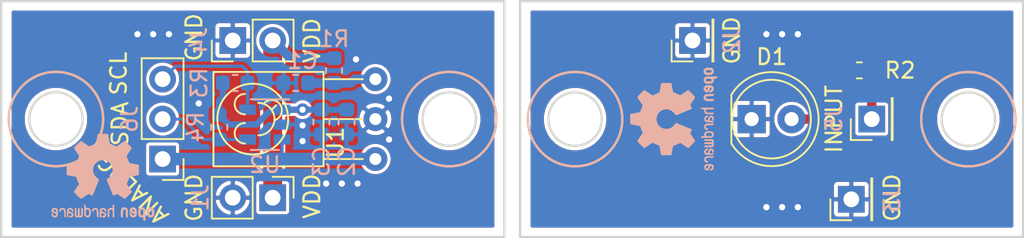
<source format=kicad_pcb>
(kicad_pcb (version 20171130) (host pcbnew 5.1.6-c6e7f7d~87~ubuntu18.04.1)

  (general
    (thickness 1.6)
    (drawings 46)
    (tracks 58)
    (zones 0)
    (modules 18)
    (nets 10)
  )

  (page A4)
  (title_block
    (title "Infrared Strips")
    (date 2020-06-21)
    (rev "Rev. 0")
    (company "E. Lincoln Uehara")
    (comment 1 "Strips for infrared emitter and receiver")
    (comment 2 "Kicad 5.1.6 looks buggy when rtying to 3D view it")
  )

  (layers
    (0 F.Cu signal)
    (31 B.Cu signal)
    (32 B.Adhes user)
    (33 F.Adhes user)
    (34 B.Paste user)
    (35 F.Paste user)
    (36 B.SilkS user)
    (37 F.SilkS user)
    (38 B.Mask user)
    (39 F.Mask user)
    (40 Dwgs.User user)
    (41 Cmts.User user)
    (42 Eco1.User user)
    (43 Eco2.User user)
    (44 Edge.Cuts user)
    (45 Margin user)
    (46 B.CrtYd user)
    (47 F.CrtYd user)
    (48 B.Fab user hide)
    (49 F.Fab user hide)
  )

  (setup
    (last_trace_width 0.2)
    (trace_clearance 0.2)
    (zone_clearance 0.2)
    (zone_45_only no)
    (trace_min 0.2)
    (via_size 0.8)
    (via_drill 0.4)
    (via_min_size 0.45)
    (via_min_drill 0.2)
    (uvia_size 0.8)
    (uvia_drill 0.4)
    (uvias_allowed no)
    (uvia_min_size 0.45)
    (uvia_min_drill 0.2)
    (edge_width 0.05)
    (segment_width 0.2)
    (pcb_text_width 0.3)
    (pcb_text_size 1.5 1.5)
    (mod_edge_width 0.12)
    (mod_text_size 1 1)
    (mod_text_width 0.15)
    (pad_size 1.524 1.524)
    (pad_drill 0.762)
    (pad_to_mask_clearance 0.05)
    (aux_axis_origin 0 0)
    (visible_elements FFFFFF7F)
    (pcbplotparams
      (layerselection 0x010fc_ffffffff)
      (usegerberextensions false)
      (usegerberattributes true)
      (usegerberadvancedattributes true)
      (creategerberjobfile true)
      (excludeedgelayer true)
      (linewidth 0.100000)
      (plotframeref false)
      (viasonmask false)
      (mode 1)
      (useauxorigin false)
      (hpglpennumber 1)
      (hpglpenspeed 20)
      (hpglpendiameter 15.000000)
      (psnegative false)
      (psa4output false)
      (plotreference true)
      (plotvalue true)
      (plotinvisibletext false)
      (padsonsilk false)
      (subtractmaskfromsilk false)
      (outputformat 1)
      (mirror false)
      (drillshape 1)
      (scaleselection 1)
      (outputdirectory ""))
  )

  (net 0 "")
  (net 1 GND)
  (net 2 "Net-(C1-Pad2)")
  (net 3 VDD)
  (net 4 "Net-(D1-Pad1)")
  (net 5 "Net-(D1-Pad2)")
  (net 6 "Net-(J5-Pad1)")
  (net 7 "Net-(J6-Pad1)")
  (net 8 "Net-(J6-Pad2)")
  (net 9 "Net-(J6-Pad3)")

  (net_class Default "This is the default net class."
    (clearance 0.2)
    (trace_width 0.2)
    (via_dia 0.8)
    (via_drill 0.4)
    (uvia_dia 0.8)
    (uvia_drill 0.4)
    (add_net GND)
    (add_net "Net-(C1-Pad2)")
    (add_net "Net-(D1-Pad1)")
    (add_net "Net-(D1-Pad2)")
    (add_net "Net-(J5-Pad1)")
    (add_net "Net-(J6-Pad1)")
    (add_net "Net-(J6-Pad2)")
    (add_net "Net-(J6-Pad3)")
    (add_net VDD)
  )

  (module Connector_PinHeader_2.54mm:PinHeader_1x01_P2.54mm_Vertical (layer F.Cu) (tedit 59FED5CC) (tstamp 5EEFDF2B)
    (at 166.6 94.7 90)
    (descr "Through hole straight pin header, 1x01, 2.54mm pitch, single row")
    (tags "Through hole pin header THT 1x01 2.54mm single row")
    (path /5EF50726)
    (fp_text reference J2 (at 0 2.5 90) (layer B.SilkS)
      (effects (font (size 1 1) (thickness 0.15)) (justify mirror))
    )
    (fp_text value Conn_01x01_Male (at 0 2.33 90) (layer F.Fab)
      (effects (font (size 1 1) (thickness 0.15)))
    )
    (fp_line (start 1.8 -1.8) (end -1.8 -1.8) (layer F.CrtYd) (width 0.05))
    (fp_line (start 1.8 1.8) (end 1.8 -1.8) (layer F.CrtYd) (width 0.05))
    (fp_line (start -1.8 1.8) (end 1.8 1.8) (layer F.CrtYd) (width 0.05))
    (fp_line (start -1.8 -1.8) (end -1.8 1.8) (layer F.CrtYd) (width 0.05))
    (fp_line (start -1.33 -1.33) (end 0 -1.33) (layer F.SilkS) (width 0.12))
    (fp_line (start -1.33 0) (end -1.33 -1.33) (layer F.SilkS) (width 0.12))
    (fp_line (start -1.33 1.27) (end 1.33 1.27) (layer F.SilkS) (width 0.12))
    (fp_line (start 1.33 1.27) (end 1.33 1.33) (layer F.SilkS) (width 0.12))
    (fp_line (start -1.33 1.27) (end -1.33 1.33) (layer F.SilkS) (width 0.12))
    (fp_line (start -1.33 1.33) (end 1.33 1.33) (layer F.SilkS) (width 0.12))
    (fp_line (start -1.27 -0.635) (end -0.635 -1.27) (layer F.Fab) (width 0.1))
    (fp_line (start -1.27 1.27) (end -1.27 -0.635) (layer F.Fab) (width 0.1))
    (fp_line (start 1.27 1.27) (end -1.27 1.27) (layer F.Fab) (width 0.1))
    (fp_line (start 1.27 -1.27) (end 1.27 1.27) (layer F.Fab) (width 0.1))
    (fp_line (start -0.635 -1.27) (end 1.27 -1.27) (layer F.Fab) (width 0.1))
    (fp_text user %R (at 0 0) (layer F.Fab)
      (effects (font (size 1 1) (thickness 0.15)))
    )
    (pad 1 thru_hole rect (at 0 0 90) (size 1.7 1.7) (drill 1) (layers *.Cu *.Mask)
      (net 4 "Net-(D1-Pad1)"))
    (model ${KISYS3DMOD}/Connector_PinHeader_2.54mm.3dshapes/PinHeader_1x01_P2.54mm_Vertical.wrl
      (at (xyz 0 0 0))
      (scale (xyz 1 1 1))
      (rotate (xyz 0 0 0))
    )
  )

  (module Connector_PinHeader_2.54mm:PinHeader_1x01_P2.54mm_Vertical (layer F.Cu) (tedit 59FED5CC) (tstamp 5EEFDEEF)
    (at 176.7 104.8 90)
    (descr "Through hole straight pin header, 1x01, 2.54mm pitch, single row")
    (tags "Through hole pin header THT 1x01 2.54mm single row")
    (path /5EF525AF)
    (fp_text reference J3 (at 0 2.6 90) (layer B.SilkS)
      (effects (font (size 1 1) (thickness 0.15)) (justify mirror))
    )
    (fp_text value Conn_01x01_Male (at 0 2.33 90) (layer F.Fab)
      (effects (font (size 1 1) (thickness 0.15)))
    )
    (fp_line (start -0.635 -1.27) (end 1.27 -1.27) (layer F.Fab) (width 0.1))
    (fp_line (start 1.27 -1.27) (end 1.27 1.27) (layer F.Fab) (width 0.1))
    (fp_line (start 1.27 1.27) (end -1.27 1.27) (layer F.Fab) (width 0.1))
    (fp_line (start -1.27 1.27) (end -1.27 -0.635) (layer F.Fab) (width 0.1))
    (fp_line (start -1.27 -0.635) (end -0.635 -1.27) (layer F.Fab) (width 0.1))
    (fp_line (start -1.33 1.33) (end 1.33 1.33) (layer F.SilkS) (width 0.12))
    (fp_line (start -1.33 1.27) (end -1.33 1.33) (layer F.SilkS) (width 0.12))
    (fp_line (start 1.33 1.27) (end 1.33 1.33) (layer F.SilkS) (width 0.12))
    (fp_line (start -1.33 1.27) (end 1.33 1.27) (layer F.SilkS) (width 0.12))
    (fp_line (start -1.33 0) (end -1.33 -1.33) (layer F.SilkS) (width 0.12))
    (fp_line (start -1.33 -1.33) (end 0 -1.33) (layer F.SilkS) (width 0.12))
    (fp_line (start -1.8 -1.8) (end -1.8 1.8) (layer F.CrtYd) (width 0.05))
    (fp_line (start -1.8 1.8) (end 1.8 1.8) (layer F.CrtYd) (width 0.05))
    (fp_line (start 1.8 1.8) (end 1.8 -1.8) (layer F.CrtYd) (width 0.05))
    (fp_line (start 1.8 -1.8) (end -1.8 -1.8) (layer F.CrtYd) (width 0.05))
    (fp_text user %R (at 0 0) (layer F.Fab)
      (effects (font (size 1 1) (thickness 0.15)))
    )
    (pad 1 thru_hole rect (at 0 0 90) (size 1.7 1.7) (drill 1) (layers *.Cu *.Mask)
      (net 4 "Net-(D1-Pad1)"))
    (model ${KISYS3DMOD}/Connector_PinHeader_2.54mm.3dshapes/PinHeader_1x01_P2.54mm_Vertical.wrl
      (at (xyz 0 0 0))
      (scale (xyz 1 1 1))
      (rotate (xyz 0 0 0))
    )
  )

  (module Connector_PinHeader_2.54mm:PinHeader_1x01_P2.54mm_Vertical (layer F.Cu) (tedit 59FED5CC) (tstamp 5EEFDEB3)
    (at 178 99.7 90)
    (descr "Through hole straight pin header, 1x01, 2.54mm pitch, single row")
    (tags "Through hole pin header THT 1x01 2.54mm single row")
    (path /5EF3B591)
    (fp_text reference J5 (at 0 -2.4 90) (layer B.SilkS)
      (effects (font (size 1 1) (thickness 0.15)) (justify mirror))
    )
    (fp_text value Conn_01x01_Male (at 0 2.33 90) (layer F.Fab)
      (effects (font (size 1 1) (thickness 0.15)))
    )
    (fp_line (start -0.635 -1.27) (end 1.27 -1.27) (layer F.Fab) (width 0.1))
    (fp_line (start 1.27 -1.27) (end 1.27 1.27) (layer F.Fab) (width 0.1))
    (fp_line (start 1.27 1.27) (end -1.27 1.27) (layer F.Fab) (width 0.1))
    (fp_line (start -1.27 1.27) (end -1.27 -0.635) (layer F.Fab) (width 0.1))
    (fp_line (start -1.27 -0.635) (end -0.635 -1.27) (layer F.Fab) (width 0.1))
    (fp_line (start -1.33 1.33) (end 1.33 1.33) (layer F.SilkS) (width 0.12))
    (fp_line (start -1.33 1.27) (end -1.33 1.33) (layer F.SilkS) (width 0.12))
    (fp_line (start 1.33 1.27) (end 1.33 1.33) (layer F.SilkS) (width 0.12))
    (fp_line (start -1.33 1.27) (end 1.33 1.27) (layer F.SilkS) (width 0.12))
    (fp_line (start -1.33 0) (end -1.33 -1.33) (layer F.SilkS) (width 0.12))
    (fp_line (start -1.33 -1.33) (end 0 -1.33) (layer F.SilkS) (width 0.12))
    (fp_line (start -1.8 -1.8) (end -1.8 1.8) (layer F.CrtYd) (width 0.05))
    (fp_line (start -1.8 1.8) (end 1.8 1.8) (layer F.CrtYd) (width 0.05))
    (fp_line (start 1.8 1.8) (end 1.8 -1.8) (layer F.CrtYd) (width 0.05))
    (fp_line (start 1.8 -1.8) (end -1.8 -1.8) (layer F.CrtYd) (width 0.05))
    (fp_text user %R (at 0 0) (layer F.Fab)
      (effects (font (size 1 1) (thickness 0.15)))
    )
    (pad 1 thru_hole rect (at 0 0 90) (size 1.7 1.7) (drill 1) (layers *.Cu *.Mask)
      (net 6 "Net-(J5-Pad1)"))
    (model ${KISYS3DMOD}/Connector_PinHeader_2.54mm.3dshapes/PinHeader_1x01_P2.54mm_Vertical.wrl
      (at (xyz 0 0 0))
      (scale (xyz 1 1 1))
      (rotate (xyz 0 0 0))
    )
  )

  (module Symbol:OSHW-Logo2_7.3x6mm_SilkScreen (layer B.Cu) (tedit 0) (tstamp 5EEFE9B4)
    (at 165.4 99.7 270)
    (descr "Open Source Hardware Symbol")
    (tags "Logo Symbol OSHW")
    (attr virtual)
    (fp_text reference REF** (at 0 0 90) (layer B.SilkS) hide
      (effects (font (size 1 1) (thickness 0.15)) (justify mirror))
    )
    (fp_text value OSHW-Logo2_7.3x6mm_SilkScreen (at 0.75 0 90) (layer B.Fab) hide
      (effects (font (size 1 1) (thickness 0.15)) (justify mirror))
    )
    (fp_poly (pts (xy -2.400256 -1.919918) (xy -2.344799 -1.947568) (xy -2.295852 -1.99848) (xy -2.282371 -2.017338)
      (xy -2.267686 -2.042015) (xy -2.258158 -2.068816) (xy -2.252707 -2.104587) (xy -2.250253 -2.156169)
      (xy -2.249714 -2.224267) (xy -2.252148 -2.317588) (xy -2.260606 -2.387657) (xy -2.276826 -2.439931)
      (xy -2.302546 -2.479869) (xy -2.339503 -2.512929) (xy -2.342218 -2.514886) (xy -2.37864 -2.534908)
      (xy -2.422498 -2.544815) (xy -2.478276 -2.547257) (xy -2.568952 -2.547257) (xy -2.56899 -2.635283)
      (xy -2.569834 -2.684308) (xy -2.574976 -2.713065) (xy -2.588413 -2.730311) (xy -2.614142 -2.744808)
      (xy -2.620321 -2.747769) (xy -2.649236 -2.761648) (xy -2.671624 -2.770414) (xy -2.688271 -2.771171)
      (xy -2.699964 -2.761023) (xy -2.70749 -2.737073) (xy -2.711634 -2.696426) (xy -2.713185 -2.636186)
      (xy -2.712929 -2.553455) (xy -2.711651 -2.445339) (xy -2.711252 -2.413) (xy -2.709815 -2.301524)
      (xy -2.708528 -2.228603) (xy -2.569029 -2.228603) (xy -2.568245 -2.290499) (xy -2.56476 -2.330997)
      (xy -2.556876 -2.357708) (xy -2.542895 -2.378244) (xy -2.533403 -2.38826) (xy -2.494596 -2.417567)
      (xy -2.460237 -2.419952) (xy -2.424784 -2.39575) (xy -2.423886 -2.394857) (xy -2.409461 -2.376153)
      (xy -2.400687 -2.350732) (xy -2.396261 -2.311584) (xy -2.394882 -2.251697) (xy -2.394857 -2.23843)
      (xy -2.398188 -2.155901) (xy -2.409031 -2.098691) (xy -2.42866 -2.063766) (xy -2.45835 -2.048094)
      (xy -2.475509 -2.046514) (xy -2.516234 -2.053926) (xy -2.544168 -2.07833) (xy -2.560983 -2.12298)
      (xy -2.56835 -2.19113) (xy -2.569029 -2.228603) (xy -2.708528 -2.228603) (xy -2.708292 -2.215245)
      (xy -2.706323 -2.150333) (xy -2.70355 -2.102958) (xy -2.699612 -2.06929) (xy -2.694151 -2.045498)
      (xy -2.686808 -2.027753) (xy -2.677223 -2.012224) (xy -2.673113 -2.006381) (xy -2.618595 -1.951185)
      (xy -2.549664 -1.91989) (xy -2.469928 -1.911165) (xy -2.400256 -1.919918)) (layer B.SilkS) (width 0.01))
    (fp_poly (pts (xy -1.283907 -1.92778) (xy -1.237328 -1.954723) (xy -1.204943 -1.981466) (xy -1.181258 -2.009484)
      (xy -1.164941 -2.043748) (xy -1.154661 -2.089227) (xy -1.149086 -2.150892) (xy -1.146884 -2.233711)
      (xy -1.146629 -2.293246) (xy -1.146629 -2.512391) (xy -1.208314 -2.540044) (xy -1.27 -2.567697)
      (xy -1.277257 -2.32767) (xy -1.280256 -2.238028) (xy -1.283402 -2.172962) (xy -1.287299 -2.128026)
      (xy -1.292553 -2.09877) (xy -1.299769 -2.080748) (xy -1.30955 -2.069511) (xy -1.312688 -2.067079)
      (xy -1.360239 -2.048083) (xy -1.408303 -2.0556) (xy -1.436914 -2.075543) (xy -1.448553 -2.089675)
      (xy -1.456609 -2.10822) (xy -1.461729 -2.136334) (xy -1.464559 -2.179173) (xy -1.465744 -2.241895)
      (xy -1.465943 -2.307261) (xy -1.465982 -2.389268) (xy -1.467386 -2.447316) (xy -1.472086 -2.486465)
      (xy -1.482013 -2.51178) (xy -1.499097 -2.528323) (xy -1.525268 -2.541156) (xy -1.560225 -2.554491)
      (xy -1.598404 -2.569007) (xy -1.593859 -2.311389) (xy -1.592029 -2.218519) (xy -1.589888 -2.149889)
      (xy -1.586819 -2.100711) (xy -1.582206 -2.066198) (xy -1.575432 -2.041562) (xy -1.565881 -2.022016)
      (xy -1.554366 -2.00477) (xy -1.49881 -1.94968) (xy -1.43102 -1.917822) (xy -1.357287 -1.910191)
      (xy -1.283907 -1.92778)) (layer B.SilkS) (width 0.01))
    (fp_poly (pts (xy -2.958885 -1.921962) (xy -2.890855 -1.957733) (xy -2.840649 -2.015301) (xy -2.822815 -2.052312)
      (xy -2.808937 -2.107882) (xy -2.801833 -2.178096) (xy -2.80116 -2.254727) (xy -2.806573 -2.329552)
      (xy -2.81773 -2.394342) (xy -2.834286 -2.440873) (xy -2.839374 -2.448887) (xy -2.899645 -2.508707)
      (xy -2.971231 -2.544535) (xy -3.048908 -2.55502) (xy -3.127452 -2.53881) (xy -3.149311 -2.529092)
      (xy -3.191878 -2.499143) (xy -3.229237 -2.459433) (xy -3.232768 -2.454397) (xy -3.247119 -2.430124)
      (xy -3.256606 -2.404178) (xy -3.26221 -2.370022) (xy -3.264914 -2.321119) (xy -3.265701 -2.250935)
      (xy -3.265714 -2.2352) (xy -3.265678 -2.230192) (xy -3.120571 -2.230192) (xy -3.119727 -2.29643)
      (xy -3.116404 -2.340386) (xy -3.109417 -2.368779) (xy -3.097584 -2.388325) (xy -3.091543 -2.394857)
      (xy -3.056814 -2.41968) (xy -3.023097 -2.418548) (xy -2.989005 -2.397016) (xy -2.968671 -2.374029)
      (xy -2.956629 -2.340478) (xy -2.949866 -2.287569) (xy -2.949402 -2.281399) (xy -2.948248 -2.185513)
      (xy -2.960312 -2.114299) (xy -2.98543 -2.068194) (xy -3.02344 -2.047635) (xy -3.037008 -2.046514)
      (xy -3.072636 -2.052152) (xy -3.097006 -2.071686) (xy -3.111907 -2.109042) (xy -3.119125 -2.16815)
      (xy -3.120571 -2.230192) (xy -3.265678 -2.230192) (xy -3.265174 -2.160413) (xy -3.262904 -2.108159)
      (xy -3.257932 -2.071949) (xy -3.249287 -2.045299) (xy -3.235995 -2.021722) (xy -3.233057 -2.017338)
      (xy -3.183687 -1.958249) (xy -3.129891 -1.923947) (xy -3.064398 -1.910331) (xy -3.042158 -1.909665)
      (xy -2.958885 -1.921962)) (layer B.SilkS) (width 0.01))
    (fp_poly (pts (xy -1.831697 -1.931239) (xy -1.774473 -1.969735) (xy -1.730251 -2.025335) (xy -1.703833 -2.096086)
      (xy -1.69849 -2.148162) (xy -1.699097 -2.169893) (xy -1.704178 -2.186531) (xy -1.718145 -2.201437)
      (xy -1.745411 -2.217973) (xy -1.790388 -2.239498) (xy -1.857489 -2.269374) (xy -1.857829 -2.269524)
      (xy -1.919593 -2.297813) (xy -1.970241 -2.322933) (xy -2.004596 -2.342179) (xy -2.017482 -2.352848)
      (xy -2.017486 -2.352934) (xy -2.006128 -2.376166) (xy -1.979569 -2.401774) (xy -1.949077 -2.420221)
      (xy -1.93363 -2.423886) (xy -1.891485 -2.411212) (xy -1.855192 -2.379471) (xy -1.837483 -2.344572)
      (xy -1.820448 -2.318845) (xy -1.787078 -2.289546) (xy -1.747851 -2.264235) (xy -1.713244 -2.250471)
      (xy -1.706007 -2.249714) (xy -1.697861 -2.26216) (xy -1.69737 -2.293972) (xy -1.703357 -2.336866)
      (xy -1.714643 -2.382558) (xy -1.73005 -2.422761) (xy -1.730829 -2.424322) (xy -1.777196 -2.489062)
      (xy -1.837289 -2.533097) (xy -1.905535 -2.554711) (xy -1.976362 -2.552185) (xy -2.044196 -2.523804)
      (xy -2.047212 -2.521808) (xy -2.100573 -2.473448) (xy -2.13566 -2.410352) (xy -2.155078 -2.327387)
      (xy -2.157684 -2.304078) (xy -2.162299 -2.194055) (xy -2.156767 -2.142748) (xy -2.017486 -2.142748)
      (xy -2.015676 -2.174753) (xy -2.005778 -2.184093) (xy -1.981102 -2.177105) (xy -1.942205 -2.160587)
      (xy -1.898725 -2.139881) (xy -1.897644 -2.139333) (xy -1.860791 -2.119949) (xy -1.846 -2.107013)
      (xy -1.849647 -2.093451) (xy -1.865005 -2.075632) (xy -1.904077 -2.049845) (xy -1.946154 -2.04795)
      (xy -1.983897 -2.066717) (xy -2.009966 -2.102915) (xy -2.017486 -2.142748) (xy -2.156767 -2.142748)
      (xy -2.152806 -2.106027) (xy -2.12845 -2.036212) (xy -2.094544 -1.987302) (xy -2.033347 -1.937878)
      (xy -1.965937 -1.913359) (xy -1.89712 -1.911797) (xy -1.831697 -1.931239)) (layer B.SilkS) (width 0.01))
    (fp_poly (pts (xy -0.624114 -1.851289) (xy -0.619861 -1.910613) (xy -0.614975 -1.945572) (xy -0.608205 -1.96082)
      (xy -0.598298 -1.961015) (xy -0.595086 -1.959195) (xy -0.552356 -1.946015) (xy -0.496773 -1.946785)
      (xy -0.440263 -1.960333) (xy -0.404918 -1.977861) (xy -0.368679 -2.005861) (xy -0.342187 -2.037549)
      (xy -0.324001 -2.077813) (xy -0.312678 -2.131543) (xy -0.306778 -2.203626) (xy -0.304857 -2.298951)
      (xy -0.304823 -2.317237) (xy -0.3048 -2.522646) (xy -0.350509 -2.53858) (xy -0.382973 -2.54942)
      (xy -0.400785 -2.554468) (xy -0.401309 -2.554514) (xy -0.403063 -2.540828) (xy -0.404556 -2.503076)
      (xy -0.405674 -2.446224) (xy -0.406303 -2.375234) (xy -0.4064 -2.332073) (xy -0.406602 -2.246973)
      (xy -0.407642 -2.185981) (xy -0.410169 -2.144177) (xy -0.414836 -2.116642) (xy -0.422293 -2.098456)
      (xy -0.433189 -2.084698) (xy -0.439993 -2.078073) (xy -0.486728 -2.051375) (xy -0.537728 -2.049375)
      (xy -0.583999 -2.071955) (xy -0.592556 -2.080107) (xy -0.605107 -2.095436) (xy -0.613812 -2.113618)
      (xy -0.619369 -2.139909) (xy -0.622474 -2.179562) (xy -0.623824 -2.237832) (xy -0.624114 -2.318173)
      (xy -0.624114 -2.522646) (xy -0.669823 -2.53858) (xy -0.702287 -2.54942) (xy -0.720099 -2.554468)
      (xy -0.720623 -2.554514) (xy -0.721963 -2.540623) (xy -0.723172 -2.501439) (xy -0.724199 -2.4407)
      (xy -0.724998 -2.362141) (xy -0.725519 -2.269498) (xy -0.725714 -2.166509) (xy -0.725714 -1.769342)
      (xy -0.678543 -1.749444) (xy -0.631371 -1.729547) (xy -0.624114 -1.851289)) (layer B.SilkS) (width 0.01))
    (fp_poly (pts (xy 0.039744 -1.950968) (xy 0.096616 -1.972087) (xy 0.097267 -1.972493) (xy 0.13244 -1.99838)
      (xy 0.158407 -2.028633) (xy 0.17667 -2.068058) (xy 0.188732 -2.121462) (xy 0.196096 -2.193651)
      (xy 0.200264 -2.289432) (xy 0.200629 -2.303078) (xy 0.205876 -2.508842) (xy 0.161716 -2.531678)
      (xy 0.129763 -2.54711) (xy 0.11047 -2.554423) (xy 0.109578 -2.554514) (xy 0.106239 -2.541022)
      (xy 0.103587 -2.504626) (xy 0.101956 -2.451452) (xy 0.1016 -2.408393) (xy 0.101592 -2.338641)
      (xy 0.098403 -2.294837) (xy 0.087288 -2.273944) (xy 0.063501 -2.272925) (xy 0.022296 -2.288741)
      (xy -0.039914 -2.317815) (xy -0.085659 -2.341963) (xy -0.109187 -2.362913) (xy -0.116104 -2.385747)
      (xy -0.116114 -2.386877) (xy -0.104701 -2.426212) (xy -0.070908 -2.447462) (xy -0.019191 -2.450539)
      (xy 0.018061 -2.450006) (xy 0.037703 -2.460735) (xy 0.049952 -2.486505) (xy 0.057002 -2.519337)
      (xy 0.046842 -2.537966) (xy 0.043017 -2.540632) (xy 0.007001 -2.55134) (xy -0.043434 -2.552856)
      (xy -0.095374 -2.545759) (xy -0.132178 -2.532788) (xy -0.183062 -2.489585) (xy -0.211986 -2.429446)
      (xy -0.217714 -2.382462) (xy -0.213343 -2.340082) (xy -0.197525 -2.305488) (xy -0.166203 -2.274763)
      (xy -0.115322 -2.24399) (xy -0.040824 -2.209252) (xy -0.036286 -2.207288) (xy 0.030821 -2.176287)
      (xy 0.072232 -2.150862) (xy 0.089981 -2.128014) (xy 0.086107 -2.104745) (xy 0.062643 -2.078056)
      (xy 0.055627 -2.071914) (xy 0.00863 -2.0481) (xy -0.040067 -2.049103) (xy -0.082478 -2.072451)
      (xy -0.110616 -2.115675) (xy -0.113231 -2.12416) (xy -0.138692 -2.165308) (xy -0.170999 -2.185128)
      (xy -0.217714 -2.20477) (xy -0.217714 -2.15395) (xy -0.203504 -2.080082) (xy -0.161325 -2.012327)
      (xy -0.139376 -1.989661) (xy -0.089483 -1.960569) (xy -0.026033 -1.9474) (xy 0.039744 -1.950968)) (layer B.SilkS) (width 0.01))
    (fp_poly (pts (xy 0.529926 -1.949755) (xy 0.595858 -1.974084) (xy 0.649273 -2.017117) (xy 0.670164 -2.047409)
      (xy 0.692939 -2.102994) (xy 0.692466 -2.143186) (xy 0.668562 -2.170217) (xy 0.659717 -2.174813)
      (xy 0.62153 -2.189144) (xy 0.602028 -2.185472) (xy 0.595422 -2.161407) (xy 0.595086 -2.148114)
      (xy 0.582992 -2.09921) (xy 0.551471 -2.064999) (xy 0.507659 -2.048476) (xy 0.458695 -2.052634)
      (xy 0.418894 -2.074227) (xy 0.40545 -2.086544) (xy 0.395921 -2.101487) (xy 0.389485 -2.124075)
      (xy 0.385317 -2.159328) (xy 0.382597 -2.212266) (xy 0.380502 -2.287907) (xy 0.37996 -2.311857)
      (xy 0.377981 -2.39379) (xy 0.375731 -2.451455) (xy 0.372357 -2.489608) (xy 0.367006 -2.513004)
      (xy 0.358824 -2.526398) (xy 0.346959 -2.534545) (xy 0.339362 -2.538144) (xy 0.307102 -2.550452)
      (xy 0.288111 -2.554514) (xy 0.281836 -2.540948) (xy 0.278006 -2.499934) (xy 0.2766 -2.430999)
      (xy 0.277598 -2.333669) (xy 0.277908 -2.318657) (xy 0.280101 -2.229859) (xy 0.282693 -2.165019)
      (xy 0.286382 -2.119067) (xy 0.291864 -2.086935) (xy 0.299835 -2.063553) (xy 0.310993 -2.043852)
      (xy 0.31683 -2.03541) (xy 0.350296 -1.998057) (xy 0.387727 -1.969003) (xy 0.392309 -1.966467)
      (xy 0.459426 -1.946443) (xy 0.529926 -1.949755)) (layer B.SilkS) (width 0.01))
    (fp_poly (pts (xy 1.190117 -2.065358) (xy 1.189933 -2.173837) (xy 1.189219 -2.257287) (xy 1.187675 -2.319704)
      (xy 1.185001 -2.365085) (xy 1.180894 -2.397429) (xy 1.175055 -2.420733) (xy 1.167182 -2.438995)
      (xy 1.161221 -2.449418) (xy 1.111855 -2.505945) (xy 1.049264 -2.541377) (xy 0.980013 -2.55409)
      (xy 0.910668 -2.542463) (xy 0.869375 -2.521568) (xy 0.826025 -2.485422) (xy 0.796481 -2.441276)
      (xy 0.778655 -2.383462) (xy 0.770463 -2.306313) (xy 0.769302 -2.249714) (xy 0.769458 -2.245647)
      (xy 0.870857 -2.245647) (xy 0.871476 -2.31055) (xy 0.874314 -2.353514) (xy 0.88084 -2.381622)
      (xy 0.892523 -2.401953) (xy 0.906483 -2.417288) (xy 0.953365 -2.44689) (xy 1.003701 -2.449419)
      (xy 1.051276 -2.424705) (xy 1.054979 -2.421356) (xy 1.070783 -2.403935) (xy 1.080693 -2.383209)
      (xy 1.086058 -2.352362) (xy 1.088228 -2.304577) (xy 1.088571 -2.251748) (xy 1.087827 -2.185381)
      (xy 1.084748 -2.141106) (xy 1.078061 -2.112009) (xy 1.066496 -2.091173) (xy 1.057013 -2.080107)
      (xy 1.01296 -2.052198) (xy 0.962224 -2.048843) (xy 0.913796 -2.070159) (xy 0.90445 -2.078073)
      (xy 0.88854 -2.095647) (xy 0.87861 -2.116587) (xy 0.873278 -2.147782) (xy 0.871163 -2.196122)
      (xy 0.870857 -2.245647) (xy 0.769458 -2.245647) (xy 0.77281 -2.158568) (xy 0.784726 -2.090086)
      (xy 0.807135 -2.0386) (xy 0.842124 -1.998443) (xy 0.869375 -1.977861) (xy 0.918907 -1.955625)
      (xy 0.976316 -1.945304) (xy 1.029682 -1.948067) (xy 1.059543 -1.959212) (xy 1.071261 -1.962383)
      (xy 1.079037 -1.950557) (xy 1.084465 -1.918866) (xy 1.088571 -1.870593) (xy 1.093067 -1.816829)
      (xy 1.099313 -1.784482) (xy 1.110676 -1.765985) (xy 1.130528 -1.75377) (xy 1.143 -1.748362)
      (xy 1.190171 -1.728601) (xy 1.190117 -2.065358)) (layer B.SilkS) (width 0.01))
    (fp_poly (pts (xy 1.779833 -1.958663) (xy 1.782048 -1.99685) (xy 1.783784 -2.054886) (xy 1.784899 -2.12818)
      (xy 1.785257 -2.205055) (xy 1.785257 -2.465196) (xy 1.739326 -2.511127) (xy 1.707675 -2.539429)
      (xy 1.67989 -2.550893) (xy 1.641915 -2.550168) (xy 1.62684 -2.548321) (xy 1.579726 -2.542948)
      (xy 1.540756 -2.539869) (xy 1.531257 -2.539585) (xy 1.499233 -2.541445) (xy 1.453432 -2.546114)
      (xy 1.435674 -2.548321) (xy 1.392057 -2.551735) (xy 1.362745 -2.54432) (xy 1.33368 -2.521427)
      (xy 1.323188 -2.511127) (xy 1.277257 -2.465196) (xy 1.277257 -1.978602) (xy 1.314226 -1.961758)
      (xy 1.346059 -1.949282) (xy 1.364683 -1.944914) (xy 1.369458 -1.958718) (xy 1.373921 -1.997286)
      (xy 1.377775 -2.056356) (xy 1.380722 -2.131663) (xy 1.382143 -2.195286) (xy 1.386114 -2.445657)
      (xy 1.420759 -2.450556) (xy 1.452268 -2.447131) (xy 1.467708 -2.436041) (xy 1.472023 -2.415308)
      (xy 1.475708 -2.371145) (xy 1.478469 -2.309146) (xy 1.480012 -2.234909) (xy 1.480235 -2.196706)
      (xy 1.480457 -1.976783) (xy 1.526166 -1.960849) (xy 1.558518 -1.950015) (xy 1.576115 -1.944962)
      (xy 1.576623 -1.944914) (xy 1.578388 -1.958648) (xy 1.580329 -1.99673) (xy 1.582282 -2.054482)
      (xy 1.584084 -2.127227) (xy 1.585343 -2.195286) (xy 1.589314 -2.445657) (xy 1.6764 -2.445657)
      (xy 1.680396 -2.21724) (xy 1.684392 -1.988822) (xy 1.726847 -1.966868) (xy 1.758192 -1.951793)
      (xy 1.776744 -1.944951) (xy 1.777279 -1.944914) (xy 1.779833 -1.958663)) (layer B.SilkS) (width 0.01))
    (fp_poly (pts (xy 2.144876 -1.956335) (xy 2.186667 -1.975344) (xy 2.219469 -1.998378) (xy 2.243503 -2.024133)
      (xy 2.260097 -2.057358) (xy 2.270577 -2.1028) (xy 2.276271 -2.165207) (xy 2.278507 -2.249327)
      (xy 2.278743 -2.304721) (xy 2.278743 -2.520826) (xy 2.241774 -2.53767) (xy 2.212656 -2.549981)
      (xy 2.198231 -2.554514) (xy 2.195472 -2.541025) (xy 2.193282 -2.504653) (xy 2.191942 -2.451542)
      (xy 2.191657 -2.409372) (xy 2.190434 -2.348447) (xy 2.187136 -2.300115) (xy 2.182321 -2.270518)
      (xy 2.178496 -2.264229) (xy 2.152783 -2.270652) (xy 2.112418 -2.287125) (xy 2.065679 -2.309458)
      (xy 2.020845 -2.333457) (xy 1.986193 -2.35493) (xy 1.970002 -2.369685) (xy 1.969938 -2.369845)
      (xy 1.97133 -2.397152) (xy 1.983818 -2.423219) (xy 2.005743 -2.444392) (xy 2.037743 -2.451474)
      (xy 2.065092 -2.450649) (xy 2.103826 -2.450042) (xy 2.124158 -2.459116) (xy 2.136369 -2.483092)
      (xy 2.137909 -2.487613) (xy 2.143203 -2.521806) (xy 2.129047 -2.542568) (xy 2.092148 -2.552462)
      (xy 2.052289 -2.554292) (xy 1.980562 -2.540727) (xy 1.943432 -2.521355) (xy 1.897576 -2.475845)
      (xy 1.873256 -2.419983) (xy 1.871073 -2.360957) (xy 1.891629 -2.305953) (xy 1.922549 -2.271486)
      (xy 1.95342 -2.252189) (xy 2.001942 -2.227759) (xy 2.058485 -2.202985) (xy 2.06791 -2.199199)
      (xy 2.130019 -2.171791) (xy 2.165822 -2.147634) (xy 2.177337 -2.123619) (xy 2.16658 -2.096635)
      (xy 2.148114 -2.075543) (xy 2.104469 -2.049572) (xy 2.056446 -2.047624) (xy 2.012406 -2.067637)
      (xy 1.980709 -2.107551) (xy 1.976549 -2.117848) (xy 1.952327 -2.155724) (xy 1.916965 -2.183842)
      (xy 1.872343 -2.206917) (xy 1.872343 -2.141485) (xy 1.874969 -2.101506) (xy 1.88623 -2.069997)
      (xy 1.911199 -2.036378) (xy 1.935169 -2.010484) (xy 1.972441 -1.973817) (xy 2.001401 -1.954121)
      (xy 2.032505 -1.94622) (xy 2.067713 -1.944914) (xy 2.144876 -1.956335)) (layer B.SilkS) (width 0.01))
    (fp_poly (pts (xy 2.6526 -1.958752) (xy 2.669948 -1.966334) (xy 2.711356 -1.999128) (xy 2.746765 -2.046547)
      (xy 2.768664 -2.097151) (xy 2.772229 -2.122098) (xy 2.760279 -2.156927) (xy 2.734067 -2.175357)
      (xy 2.705964 -2.186516) (xy 2.693095 -2.188572) (xy 2.686829 -2.173649) (xy 2.674456 -2.141175)
      (xy 2.669028 -2.126502) (xy 2.63859 -2.075744) (xy 2.59452 -2.050427) (xy 2.53801 -2.051206)
      (xy 2.533825 -2.052203) (xy 2.503655 -2.066507) (xy 2.481476 -2.094393) (xy 2.466327 -2.139287)
      (xy 2.45725 -2.204615) (xy 2.453286 -2.293804) (xy 2.452914 -2.341261) (xy 2.45273 -2.416071)
      (xy 2.451522 -2.467069) (xy 2.448309 -2.499471) (xy 2.442109 -2.518495) (xy 2.43194 -2.529356)
      (xy 2.416819 -2.537272) (xy 2.415946 -2.53767) (xy 2.386828 -2.549981) (xy 2.372403 -2.554514)
      (xy 2.370186 -2.540809) (xy 2.368289 -2.502925) (xy 2.366847 -2.445715) (xy 2.365998 -2.374027)
      (xy 2.365829 -2.321565) (xy 2.366692 -2.220047) (xy 2.37007 -2.143032) (xy 2.377142 -2.086023)
      (xy 2.389088 -2.044526) (xy 2.40709 -2.014043) (xy 2.432327 -1.99008) (xy 2.457247 -1.973355)
      (xy 2.517171 -1.951097) (xy 2.586911 -1.946076) (xy 2.6526 -1.958752)) (layer B.SilkS) (width 0.01))
    (fp_poly (pts (xy 3.153595 -1.966966) (xy 3.211021 -2.004497) (xy 3.238719 -2.038096) (xy 3.260662 -2.099064)
      (xy 3.262405 -2.147308) (xy 3.258457 -2.211816) (xy 3.109686 -2.276934) (xy 3.037349 -2.310202)
      (xy 2.990084 -2.336964) (xy 2.965507 -2.360144) (xy 2.961237 -2.382667) (xy 2.974889 -2.407455)
      (xy 2.989943 -2.423886) (xy 3.033746 -2.450235) (xy 3.081389 -2.452081) (xy 3.125145 -2.431546)
      (xy 3.157289 -2.390752) (xy 3.163038 -2.376347) (xy 3.190576 -2.331356) (xy 3.222258 -2.312182)
      (xy 3.265714 -2.295779) (xy 3.265714 -2.357966) (xy 3.261872 -2.400283) (xy 3.246823 -2.435969)
      (xy 3.21528 -2.476943) (xy 3.210592 -2.482267) (xy 3.175506 -2.51872) (xy 3.145347 -2.538283)
      (xy 3.107615 -2.547283) (xy 3.076335 -2.55023) (xy 3.020385 -2.550965) (xy 2.980555 -2.54166)
      (xy 2.955708 -2.527846) (xy 2.916656 -2.497467) (xy 2.889625 -2.464613) (xy 2.872517 -2.423294)
      (xy 2.863238 -2.367521) (xy 2.859693 -2.291305) (xy 2.85941 -2.252622) (xy 2.860372 -2.206247)
      (xy 2.948007 -2.206247) (xy 2.949023 -2.231126) (xy 2.951556 -2.2352) (xy 2.968274 -2.229665)
      (xy 3.004249 -2.215017) (xy 3.052331 -2.19419) (xy 3.062386 -2.189714) (xy 3.123152 -2.158814)
      (xy 3.156632 -2.131657) (xy 3.16399 -2.10622) (xy 3.146391 -2.080481) (xy 3.131856 -2.069109)
      (xy 3.07941 -2.046364) (xy 3.030322 -2.050122) (xy 2.989227 -2.077884) (xy 2.960758 -2.127152)
      (xy 2.951631 -2.166257) (xy 2.948007 -2.206247) (xy 2.860372 -2.206247) (xy 2.861285 -2.162249)
      (xy 2.868196 -2.095384) (xy 2.881884 -2.046695) (xy 2.904096 -2.010849) (xy 2.936574 -1.982513)
      (xy 2.950733 -1.973355) (xy 3.015053 -1.949507) (xy 3.085473 -1.948006) (xy 3.153595 -1.966966)) (layer B.SilkS) (width 0.01))
    (fp_poly (pts (xy 0.10391 2.757652) (xy 0.182454 2.757222) (xy 0.239298 2.756058) (xy 0.278105 2.753793)
      (xy 0.302538 2.75006) (xy 0.316262 2.744494) (xy 0.32294 2.736727) (xy 0.326236 2.726395)
      (xy 0.326556 2.725057) (xy 0.331562 2.700921) (xy 0.340829 2.653299) (xy 0.353392 2.587259)
      (xy 0.368287 2.507872) (xy 0.384551 2.420204) (xy 0.385119 2.417125) (xy 0.40141 2.331211)
      (xy 0.416652 2.255304) (xy 0.429861 2.193955) (xy 0.440054 2.151718) (xy 0.446248 2.133145)
      (xy 0.446543 2.132816) (xy 0.464788 2.123747) (xy 0.502405 2.108633) (xy 0.551271 2.090738)
      (xy 0.551543 2.090642) (xy 0.613093 2.067507) (xy 0.685657 2.038035) (xy 0.754057 2.008403)
      (xy 0.757294 2.006938) (xy 0.868702 1.956374) (xy 1.115399 2.12484) (xy 1.191077 2.176197)
      (xy 1.259631 2.222111) (xy 1.317088 2.25997) (xy 1.359476 2.287163) (xy 1.382825 2.301079)
      (xy 1.385042 2.302111) (xy 1.40201 2.297516) (xy 1.433701 2.275345) (xy 1.481352 2.234553)
      (xy 1.546198 2.174095) (xy 1.612397 2.109773) (xy 1.676214 2.046388) (xy 1.733329 1.988549)
      (xy 1.780305 1.939825) (xy 1.813703 1.90379) (xy 1.830085 1.884016) (xy 1.830694 1.882998)
      (xy 1.832505 1.869428) (xy 1.825683 1.847267) (xy 1.80854 1.813522) (xy 1.779393 1.7652)
      (xy 1.736555 1.699308) (xy 1.679448 1.614483) (xy 1.628766 1.539823) (xy 1.583461 1.47286)
      (xy 1.54615 1.417484) (xy 1.519452 1.37758) (xy 1.505985 1.357038) (xy 1.505137 1.355644)
      (xy 1.506781 1.335962) (xy 1.519245 1.297707) (xy 1.540048 1.248111) (xy 1.547462 1.232272)
      (xy 1.579814 1.16171) (xy 1.614328 1.081647) (xy 1.642365 1.012371) (xy 1.662568 0.960955)
      (xy 1.678615 0.921881) (xy 1.687888 0.901459) (xy 1.689041 0.899886) (xy 1.706096 0.897279)
      (xy 1.746298 0.890137) (xy 1.804302 0.879477) (xy 1.874763 0.866315) (xy 1.952335 0.851667)
      (xy 2.031672 0.836551) (xy 2.107431 0.821982) (xy 2.174264 0.808978) (xy 2.226828 0.798555)
      (xy 2.259776 0.79173) (xy 2.267857 0.789801) (xy 2.276205 0.785038) (xy 2.282506 0.774282)
      (xy 2.287045 0.753902) (xy 2.290104 0.720266) (xy 2.291967 0.669745) (xy 2.292918 0.598708)
      (xy 2.29324 0.503524) (xy 2.293257 0.464508) (xy 2.293257 0.147201) (xy 2.217057 0.132161)
      (xy 2.174663 0.124005) (xy 2.1114 0.112101) (xy 2.034962 0.097884) (xy 1.953043 0.08279)
      (xy 1.9304 0.078645) (xy 1.854806 0.063947) (xy 1.788953 0.049495) (xy 1.738366 0.036625)
      (xy 1.708574 0.026678) (xy 1.703612 0.023713) (xy 1.691426 0.002717) (xy 1.673953 -0.037967)
      (xy 1.654577 -0.090322) (xy 1.650734 -0.1016) (xy 1.625339 -0.171523) (xy 1.593817 -0.250418)
      (xy 1.562969 -0.321266) (xy 1.562817 -0.321595) (xy 1.511447 -0.432733) (xy 1.680399 -0.681253)
      (xy 1.849352 -0.929772) (xy 1.632429 -1.147058) (xy 1.566819 -1.211726) (xy 1.506979 -1.268733)
      (xy 1.456267 -1.315033) (xy 1.418046 -1.347584) (xy 1.395675 -1.363343) (xy 1.392466 -1.364343)
      (xy 1.373626 -1.356469) (xy 1.33518 -1.334578) (xy 1.28133 -1.301267) (xy 1.216276 -1.259131)
      (xy 1.14594 -1.211943) (xy 1.074555 -1.16381) (xy 1.010908 -1.121928) (xy 0.959041 -1.088871)
      (xy 0.922995 -1.067218) (xy 0.906867 -1.059543) (xy 0.887189 -1.066037) (xy 0.849875 -1.08315)
      (xy 0.802621 -1.107326) (xy 0.797612 -1.110013) (xy 0.733977 -1.141927) (xy 0.690341 -1.157579)
      (xy 0.663202 -1.157745) (xy 0.649057 -1.143204) (xy 0.648975 -1.143) (xy 0.641905 -1.125779)
      (xy 0.625042 -1.084899) (xy 0.599695 -1.023525) (xy 0.567171 -0.944819) (xy 0.528778 -0.851947)
      (xy 0.485822 -0.748072) (xy 0.444222 -0.647502) (xy 0.398504 -0.536516) (xy 0.356526 -0.433703)
      (xy 0.319548 -0.342215) (xy 0.288827 -0.265201) (xy 0.265622 -0.205815) (xy 0.25119 -0.167209)
      (xy 0.246743 -0.1528) (xy 0.257896 -0.136272) (xy 0.287069 -0.10993) (xy 0.325971 -0.080887)
      (xy 0.436757 0.010961) (xy 0.523351 0.116241) (xy 0.584716 0.232734) (xy 0.619815 0.358224)
      (xy 0.627608 0.490493) (xy 0.621943 0.551543) (xy 0.591078 0.678205) (xy 0.53792 0.790059)
      (xy 0.465767 0.885999) (xy 0.377917 0.964924) (xy 0.277665 1.02573) (xy 0.16831 1.067313)
      (xy 0.053147 1.088572) (xy -0.064525 1.088401) (xy -0.18141 1.065699) (xy -0.294211 1.019362)
      (xy -0.399631 0.948287) (xy -0.443632 0.908089) (xy -0.528021 0.804871) (xy -0.586778 0.692075)
      (xy -0.620296 0.57299) (xy -0.628965 0.450905) (xy -0.613177 0.329107) (xy -0.573322 0.210884)
      (xy -0.509793 0.099525) (xy -0.422979 -0.001684) (xy -0.325971 -0.080887) (xy -0.285563 -0.111162)
      (xy -0.257018 -0.137219) (xy -0.246743 -0.152825) (xy -0.252123 -0.169843) (xy -0.267425 -0.2105)
      (xy -0.291388 -0.271642) (xy -0.322756 -0.350119) (xy -0.360268 -0.44278) (xy -0.402667 -0.546472)
      (xy -0.444337 -0.647526) (xy -0.49031 -0.758607) (xy -0.532893 -0.861541) (xy -0.570779 -0.953165)
      (xy -0.60266 -1.030316) (xy -0.627229 -1.089831) (xy -0.64318 -1.128544) (xy -0.64909 -1.143)
      (xy -0.663052 -1.157685) (xy -0.69006 -1.157642) (xy -0.733587 -1.142099) (xy -0.79711 -1.110284)
      (xy -0.797612 -1.110013) (xy -0.84544 -1.085323) (xy -0.884103 -1.067338) (xy -0.905905 -1.059614)
      (xy -0.906867 -1.059543) (xy -0.923279 -1.067378) (xy -0.959513 -1.089165) (xy -1.011526 -1.122328)
      (xy -1.075275 -1.164291) (xy -1.14594 -1.211943) (xy -1.217884 -1.260191) (xy -1.282726 -1.302151)
      (xy -1.336265 -1.335227) (xy -1.374303 -1.356821) (xy -1.392467 -1.364343) (xy -1.409192 -1.354457)
      (xy -1.44282 -1.326826) (xy -1.48999 -1.284495) (xy -1.547342 -1.230505) (xy -1.611516 -1.167899)
      (xy -1.632503 -1.146983) (xy -1.849501 -0.929623) (xy -1.684332 -0.68722) (xy -1.634136 -0.612781)
      (xy -1.590081 -0.545972) (xy -1.554638 -0.490665) (xy -1.530281 -0.450729) (xy -1.519478 -0.430036)
      (xy -1.519162 -0.428563) (xy -1.524857 -0.409058) (xy -1.540174 -0.369822) (xy -1.562463 -0.31743)
      (xy -1.578107 -0.282355) (xy -1.607359 -0.215201) (xy -1.634906 -0.147358) (xy -1.656263 -0.090034)
      (xy -1.662065 -0.072572) (xy -1.678548 -0.025938) (xy -1.69466 0.010095) (xy -1.70351 0.023713)
      (xy -1.72304 0.032048) (xy -1.765666 0.043863) (xy -1.825855 0.057819) (xy -1.898078 0.072578)
      (xy -1.9304 0.078645) (xy -2.012478 0.093727) (xy -2.091205 0.108331) (xy -2.158891 0.12102)
      (xy -2.20784 0.130358) (xy -2.217057 0.132161) (xy -2.293257 0.147201) (xy -2.293257 0.464508)
      (xy -2.293086 0.568846) (xy -2.292384 0.647787) (xy -2.290866 0.704962) (xy -2.288251 0.744001)
      (xy -2.284254 0.768535) (xy -2.278591 0.782195) (xy -2.27098 0.788611) (xy -2.267857 0.789801)
      (xy -2.249022 0.79402) (xy -2.207412 0.802438) (xy -2.14837 0.814039) (xy -2.077243 0.827805)
      (xy -1.999375 0.84272) (xy -1.920113 0.857768) (xy -1.844802 0.871931) (xy -1.778787 0.884194)
      (xy -1.727413 0.893539) (xy -1.696025 0.89895) (xy -1.689041 0.899886) (xy -1.682715 0.912404)
      (xy -1.66871 0.945754) (xy -1.649645 0.993623) (xy -1.642366 1.012371) (xy -1.613004 1.084805)
      (xy -1.578429 1.16483) (xy -1.547463 1.232272) (xy -1.524677 1.283841) (xy -1.509518 1.326215)
      (xy -1.504458 1.352166) (xy -1.505264 1.355644) (xy -1.515959 1.372064) (xy -1.54038 1.408583)
      (xy -1.575905 1.461313) (xy -1.619913 1.526365) (xy -1.669783 1.599849) (xy -1.679644 1.614355)
      (xy -1.737508 1.700296) (xy -1.780044 1.765739) (xy -1.808946 1.813696) (xy -1.82591 1.84718)
      (xy -1.832633 1.869205) (xy -1.83081 1.882783) (xy -1.830764 1.882869) (xy -1.816414 1.900703)
      (xy -1.784677 1.935183) (xy -1.73899 1.982732) (xy -1.682796 2.039778) (xy -1.619532 2.102745)
      (xy -1.612398 2.109773) (xy -1.53267 2.18698) (xy -1.471143 2.24367) (xy -1.426579 2.28089)
      (xy -1.397743 2.299685) (xy -1.385042 2.302111) (xy -1.366506 2.291529) (xy -1.328039 2.267084)
      (xy -1.273614 2.231388) (xy -1.207202 2.187053) (xy -1.132775 2.136689) (xy -1.115399 2.12484)
      (xy -0.868703 1.956374) (xy -0.757294 2.006938) (xy -0.689543 2.036405) (xy -0.616817 2.066041)
      (xy -0.554297 2.08967) (xy -0.551543 2.090642) (xy -0.50264 2.108543) (xy -0.464943 2.12368)
      (xy -0.446575 2.13279) (xy -0.446544 2.132816) (xy -0.440715 2.149283) (xy -0.430808 2.189781)
      (xy -0.417805 2.249758) (xy -0.402691 2.32466) (xy -0.386448 2.409936) (xy -0.385119 2.417125)
      (xy -0.368825 2.504986) (xy -0.353867 2.58474) (xy -0.341209 2.651319) (xy -0.331814 2.699653)
      (xy -0.326646 2.724675) (xy -0.326556 2.725057) (xy -0.323411 2.735701) (xy -0.317296 2.743738)
      (xy -0.304547 2.749533) (xy -0.2815 2.753453) (xy -0.244491 2.755865) (xy -0.189856 2.757135)
      (xy -0.113933 2.757629) (xy -0.013056 2.757714) (xy 0 2.757714) (xy 0.10391 2.757652)) (layer B.SilkS) (width 0.01))
  )

  (module Resistor_SMD:R_0603_1608Metric (layer F.Cu) (tedit 5B301BBD) (tstamp 5EEFDE4C)
    (at 177.2125 96.6 180)
    (descr "Resistor SMD 0603 (1608 Metric), square (rectangular) end terminal, IPC_7351 nominal, (Body size source: http://www.tortai-tech.com/upload/download/2011102023233369053.pdf), generated with kicad-footprint-generator")
    (tags resistor)
    (path /5EF394EC)
    (attr smd)
    (fp_text reference R2 (at -2.5875 0) (layer F.SilkS)
      (effects (font (size 1 1) (thickness 0.15)))
    )
    (fp_text value 220 (at 0 1.43) (layer F.Fab)
      (effects (font (size 1 1) (thickness 0.15)))
    )
    (fp_line (start 1.48 0.73) (end -1.48 0.73) (layer F.CrtYd) (width 0.05))
    (fp_line (start 1.48 -0.73) (end 1.48 0.73) (layer F.CrtYd) (width 0.05))
    (fp_line (start -1.48 -0.73) (end 1.48 -0.73) (layer F.CrtYd) (width 0.05))
    (fp_line (start -1.48 0.73) (end -1.48 -0.73) (layer F.CrtYd) (width 0.05))
    (fp_line (start -0.162779 0.51) (end 0.162779 0.51) (layer F.SilkS) (width 0.12))
    (fp_line (start -0.162779 -0.51) (end 0.162779 -0.51) (layer F.SilkS) (width 0.12))
    (fp_line (start 0.8 0.4) (end -0.8 0.4) (layer F.Fab) (width 0.1))
    (fp_line (start 0.8 -0.4) (end 0.8 0.4) (layer F.Fab) (width 0.1))
    (fp_line (start -0.8 -0.4) (end 0.8 -0.4) (layer F.Fab) (width 0.1))
    (fp_line (start -0.8 0.4) (end -0.8 -0.4) (layer F.Fab) (width 0.1))
    (fp_text user %R (at 0 0) (layer F.Fab)
      (effects (font (size 0.4 0.4) (thickness 0.06)))
    )
    (pad 2 smd roundrect (at 0.7875 0 180) (size 0.875 0.95) (layers F.Cu F.Paste F.Mask) (roundrect_rratio 0.25)
      (net 5 "Net-(D1-Pad2)"))
    (pad 1 smd roundrect (at -0.7875 0 180) (size 0.875 0.95) (layers F.Cu F.Paste F.Mask) (roundrect_rratio 0.25)
      (net 6 "Net-(J5-Pad1)"))
    (model ${KISYS3DMOD}/Resistor_SMD.3dshapes/R_0603_1608Metric.wrl
      (at (xyz 0 0 0))
      (scale (xyz 1 1 1))
      (rotate (xyz 0 0 0))
    )
  )

  (module LED_THT:LED_D5.0mm (layer F.Cu) (tedit 5995936A) (tstamp 5EEFDE7D)
    (at 170.36 99.7)
    (descr "LED, diameter 5.0mm, 2 pins, http://cdn-reichelt.de/documents/datenblatt/A500/LL-504BC2E-009.pdf")
    (tags "LED diameter 5.0mm 2 pins")
    (path /5EF35251)
    (fp_text reference D1 (at 1.27 -3.96) (layer F.SilkS)
      (effects (font (size 1 1) (thickness 0.15)))
    )
    (fp_text value "INFRARED EMITTER" (at 1.27 3.96) (layer F.Fab)
      (effects (font (size 1 1) (thickness 0.15)))
    )
    (fp_circle (center 1.27 0) (end 3.77 0) (layer F.Fab) (width 0.1))
    (fp_circle (center 1.27 0) (end 3.77 0) (layer F.SilkS) (width 0.12))
    (fp_line (start -1.23 -1.469694) (end -1.23 1.469694) (layer F.Fab) (width 0.1))
    (fp_line (start -1.29 -1.545) (end -1.29 1.545) (layer F.SilkS) (width 0.12))
    (fp_line (start -1.95 -3.25) (end -1.95 3.25) (layer F.CrtYd) (width 0.05))
    (fp_line (start -1.95 3.25) (end 4.5 3.25) (layer F.CrtYd) (width 0.05))
    (fp_line (start 4.5 3.25) (end 4.5 -3.25) (layer F.CrtYd) (width 0.05))
    (fp_line (start 4.5 -3.25) (end -1.95 -3.25) (layer F.CrtYd) (width 0.05))
    (fp_arc (start 1.27 0) (end -1.23 -1.469694) (angle 299.1) (layer F.Fab) (width 0.1))
    (fp_arc (start 1.27 0) (end -1.29 -1.54483) (angle 148.9) (layer F.SilkS) (width 0.12))
    (fp_arc (start 1.27 0) (end -1.29 1.54483) (angle -148.9) (layer F.SilkS) (width 0.12))
    (fp_text user %R (at 1.25 0) (layer F.Fab)
      (effects (font (size 0.8 0.8) (thickness 0.2)))
    )
    (pad 1 thru_hole rect (at 0 0) (size 1.8 1.8) (drill 0.9) (layers *.Cu *.Mask)
      (net 4 "Net-(D1-Pad1)"))
    (pad 2 thru_hole circle (at 2.54 0) (size 1.8 1.8) (drill 0.9) (layers *.Cu *.Mask)
      (net 5 "Net-(D1-Pad2)"))
    (model ${KISYS3DMOD}/LED_THT.3dshapes/LED_D5.0mm.wrl
      (at (xyz 0 0 0))
      (scale (xyz 1 1 1))
      (rotate (xyz 0 0 0))
    )
  )

  (module Symbol:OSHW-Logo2_7.3x6mm_SilkScreen (layer B.Cu) (tedit 0) (tstamp 5EEFE86A)
    (at 129.1 103.4 180)
    (descr "Open Source Hardware Symbol")
    (tags "Logo Symbol OSHW")
    (attr virtual)
    (fp_text reference REF** (at 0 0) (layer B.SilkS) hide
      (effects (font (size 1 1) (thickness 0.15)) (justify mirror))
    )
    (fp_text value OSHW-Logo2_7.3x6mm_SilkScreen (at 0.75 0) (layer B.Fab) hide
      (effects (font (size 1 1) (thickness 0.15)) (justify mirror))
    )
    (fp_poly (pts (xy -2.400256 -1.919918) (xy -2.344799 -1.947568) (xy -2.295852 -1.99848) (xy -2.282371 -2.017338)
      (xy -2.267686 -2.042015) (xy -2.258158 -2.068816) (xy -2.252707 -2.104587) (xy -2.250253 -2.156169)
      (xy -2.249714 -2.224267) (xy -2.252148 -2.317588) (xy -2.260606 -2.387657) (xy -2.276826 -2.439931)
      (xy -2.302546 -2.479869) (xy -2.339503 -2.512929) (xy -2.342218 -2.514886) (xy -2.37864 -2.534908)
      (xy -2.422498 -2.544815) (xy -2.478276 -2.547257) (xy -2.568952 -2.547257) (xy -2.56899 -2.635283)
      (xy -2.569834 -2.684308) (xy -2.574976 -2.713065) (xy -2.588413 -2.730311) (xy -2.614142 -2.744808)
      (xy -2.620321 -2.747769) (xy -2.649236 -2.761648) (xy -2.671624 -2.770414) (xy -2.688271 -2.771171)
      (xy -2.699964 -2.761023) (xy -2.70749 -2.737073) (xy -2.711634 -2.696426) (xy -2.713185 -2.636186)
      (xy -2.712929 -2.553455) (xy -2.711651 -2.445339) (xy -2.711252 -2.413) (xy -2.709815 -2.301524)
      (xy -2.708528 -2.228603) (xy -2.569029 -2.228603) (xy -2.568245 -2.290499) (xy -2.56476 -2.330997)
      (xy -2.556876 -2.357708) (xy -2.542895 -2.378244) (xy -2.533403 -2.38826) (xy -2.494596 -2.417567)
      (xy -2.460237 -2.419952) (xy -2.424784 -2.39575) (xy -2.423886 -2.394857) (xy -2.409461 -2.376153)
      (xy -2.400687 -2.350732) (xy -2.396261 -2.311584) (xy -2.394882 -2.251697) (xy -2.394857 -2.23843)
      (xy -2.398188 -2.155901) (xy -2.409031 -2.098691) (xy -2.42866 -2.063766) (xy -2.45835 -2.048094)
      (xy -2.475509 -2.046514) (xy -2.516234 -2.053926) (xy -2.544168 -2.07833) (xy -2.560983 -2.12298)
      (xy -2.56835 -2.19113) (xy -2.569029 -2.228603) (xy -2.708528 -2.228603) (xy -2.708292 -2.215245)
      (xy -2.706323 -2.150333) (xy -2.70355 -2.102958) (xy -2.699612 -2.06929) (xy -2.694151 -2.045498)
      (xy -2.686808 -2.027753) (xy -2.677223 -2.012224) (xy -2.673113 -2.006381) (xy -2.618595 -1.951185)
      (xy -2.549664 -1.91989) (xy -2.469928 -1.911165) (xy -2.400256 -1.919918)) (layer B.SilkS) (width 0.01))
    (fp_poly (pts (xy -1.283907 -1.92778) (xy -1.237328 -1.954723) (xy -1.204943 -1.981466) (xy -1.181258 -2.009484)
      (xy -1.164941 -2.043748) (xy -1.154661 -2.089227) (xy -1.149086 -2.150892) (xy -1.146884 -2.233711)
      (xy -1.146629 -2.293246) (xy -1.146629 -2.512391) (xy -1.208314 -2.540044) (xy -1.27 -2.567697)
      (xy -1.277257 -2.32767) (xy -1.280256 -2.238028) (xy -1.283402 -2.172962) (xy -1.287299 -2.128026)
      (xy -1.292553 -2.09877) (xy -1.299769 -2.080748) (xy -1.30955 -2.069511) (xy -1.312688 -2.067079)
      (xy -1.360239 -2.048083) (xy -1.408303 -2.0556) (xy -1.436914 -2.075543) (xy -1.448553 -2.089675)
      (xy -1.456609 -2.10822) (xy -1.461729 -2.136334) (xy -1.464559 -2.179173) (xy -1.465744 -2.241895)
      (xy -1.465943 -2.307261) (xy -1.465982 -2.389268) (xy -1.467386 -2.447316) (xy -1.472086 -2.486465)
      (xy -1.482013 -2.51178) (xy -1.499097 -2.528323) (xy -1.525268 -2.541156) (xy -1.560225 -2.554491)
      (xy -1.598404 -2.569007) (xy -1.593859 -2.311389) (xy -1.592029 -2.218519) (xy -1.589888 -2.149889)
      (xy -1.586819 -2.100711) (xy -1.582206 -2.066198) (xy -1.575432 -2.041562) (xy -1.565881 -2.022016)
      (xy -1.554366 -2.00477) (xy -1.49881 -1.94968) (xy -1.43102 -1.917822) (xy -1.357287 -1.910191)
      (xy -1.283907 -1.92778)) (layer B.SilkS) (width 0.01))
    (fp_poly (pts (xy -2.958885 -1.921962) (xy -2.890855 -1.957733) (xy -2.840649 -2.015301) (xy -2.822815 -2.052312)
      (xy -2.808937 -2.107882) (xy -2.801833 -2.178096) (xy -2.80116 -2.254727) (xy -2.806573 -2.329552)
      (xy -2.81773 -2.394342) (xy -2.834286 -2.440873) (xy -2.839374 -2.448887) (xy -2.899645 -2.508707)
      (xy -2.971231 -2.544535) (xy -3.048908 -2.55502) (xy -3.127452 -2.53881) (xy -3.149311 -2.529092)
      (xy -3.191878 -2.499143) (xy -3.229237 -2.459433) (xy -3.232768 -2.454397) (xy -3.247119 -2.430124)
      (xy -3.256606 -2.404178) (xy -3.26221 -2.370022) (xy -3.264914 -2.321119) (xy -3.265701 -2.250935)
      (xy -3.265714 -2.2352) (xy -3.265678 -2.230192) (xy -3.120571 -2.230192) (xy -3.119727 -2.29643)
      (xy -3.116404 -2.340386) (xy -3.109417 -2.368779) (xy -3.097584 -2.388325) (xy -3.091543 -2.394857)
      (xy -3.056814 -2.41968) (xy -3.023097 -2.418548) (xy -2.989005 -2.397016) (xy -2.968671 -2.374029)
      (xy -2.956629 -2.340478) (xy -2.949866 -2.287569) (xy -2.949402 -2.281399) (xy -2.948248 -2.185513)
      (xy -2.960312 -2.114299) (xy -2.98543 -2.068194) (xy -3.02344 -2.047635) (xy -3.037008 -2.046514)
      (xy -3.072636 -2.052152) (xy -3.097006 -2.071686) (xy -3.111907 -2.109042) (xy -3.119125 -2.16815)
      (xy -3.120571 -2.230192) (xy -3.265678 -2.230192) (xy -3.265174 -2.160413) (xy -3.262904 -2.108159)
      (xy -3.257932 -2.071949) (xy -3.249287 -2.045299) (xy -3.235995 -2.021722) (xy -3.233057 -2.017338)
      (xy -3.183687 -1.958249) (xy -3.129891 -1.923947) (xy -3.064398 -1.910331) (xy -3.042158 -1.909665)
      (xy -2.958885 -1.921962)) (layer B.SilkS) (width 0.01))
    (fp_poly (pts (xy -1.831697 -1.931239) (xy -1.774473 -1.969735) (xy -1.730251 -2.025335) (xy -1.703833 -2.096086)
      (xy -1.69849 -2.148162) (xy -1.699097 -2.169893) (xy -1.704178 -2.186531) (xy -1.718145 -2.201437)
      (xy -1.745411 -2.217973) (xy -1.790388 -2.239498) (xy -1.857489 -2.269374) (xy -1.857829 -2.269524)
      (xy -1.919593 -2.297813) (xy -1.970241 -2.322933) (xy -2.004596 -2.342179) (xy -2.017482 -2.352848)
      (xy -2.017486 -2.352934) (xy -2.006128 -2.376166) (xy -1.979569 -2.401774) (xy -1.949077 -2.420221)
      (xy -1.93363 -2.423886) (xy -1.891485 -2.411212) (xy -1.855192 -2.379471) (xy -1.837483 -2.344572)
      (xy -1.820448 -2.318845) (xy -1.787078 -2.289546) (xy -1.747851 -2.264235) (xy -1.713244 -2.250471)
      (xy -1.706007 -2.249714) (xy -1.697861 -2.26216) (xy -1.69737 -2.293972) (xy -1.703357 -2.336866)
      (xy -1.714643 -2.382558) (xy -1.73005 -2.422761) (xy -1.730829 -2.424322) (xy -1.777196 -2.489062)
      (xy -1.837289 -2.533097) (xy -1.905535 -2.554711) (xy -1.976362 -2.552185) (xy -2.044196 -2.523804)
      (xy -2.047212 -2.521808) (xy -2.100573 -2.473448) (xy -2.13566 -2.410352) (xy -2.155078 -2.327387)
      (xy -2.157684 -2.304078) (xy -2.162299 -2.194055) (xy -2.156767 -2.142748) (xy -2.017486 -2.142748)
      (xy -2.015676 -2.174753) (xy -2.005778 -2.184093) (xy -1.981102 -2.177105) (xy -1.942205 -2.160587)
      (xy -1.898725 -2.139881) (xy -1.897644 -2.139333) (xy -1.860791 -2.119949) (xy -1.846 -2.107013)
      (xy -1.849647 -2.093451) (xy -1.865005 -2.075632) (xy -1.904077 -2.049845) (xy -1.946154 -2.04795)
      (xy -1.983897 -2.066717) (xy -2.009966 -2.102915) (xy -2.017486 -2.142748) (xy -2.156767 -2.142748)
      (xy -2.152806 -2.106027) (xy -2.12845 -2.036212) (xy -2.094544 -1.987302) (xy -2.033347 -1.937878)
      (xy -1.965937 -1.913359) (xy -1.89712 -1.911797) (xy -1.831697 -1.931239)) (layer B.SilkS) (width 0.01))
    (fp_poly (pts (xy -0.624114 -1.851289) (xy -0.619861 -1.910613) (xy -0.614975 -1.945572) (xy -0.608205 -1.96082)
      (xy -0.598298 -1.961015) (xy -0.595086 -1.959195) (xy -0.552356 -1.946015) (xy -0.496773 -1.946785)
      (xy -0.440263 -1.960333) (xy -0.404918 -1.977861) (xy -0.368679 -2.005861) (xy -0.342187 -2.037549)
      (xy -0.324001 -2.077813) (xy -0.312678 -2.131543) (xy -0.306778 -2.203626) (xy -0.304857 -2.298951)
      (xy -0.304823 -2.317237) (xy -0.3048 -2.522646) (xy -0.350509 -2.53858) (xy -0.382973 -2.54942)
      (xy -0.400785 -2.554468) (xy -0.401309 -2.554514) (xy -0.403063 -2.540828) (xy -0.404556 -2.503076)
      (xy -0.405674 -2.446224) (xy -0.406303 -2.375234) (xy -0.4064 -2.332073) (xy -0.406602 -2.246973)
      (xy -0.407642 -2.185981) (xy -0.410169 -2.144177) (xy -0.414836 -2.116642) (xy -0.422293 -2.098456)
      (xy -0.433189 -2.084698) (xy -0.439993 -2.078073) (xy -0.486728 -2.051375) (xy -0.537728 -2.049375)
      (xy -0.583999 -2.071955) (xy -0.592556 -2.080107) (xy -0.605107 -2.095436) (xy -0.613812 -2.113618)
      (xy -0.619369 -2.139909) (xy -0.622474 -2.179562) (xy -0.623824 -2.237832) (xy -0.624114 -2.318173)
      (xy -0.624114 -2.522646) (xy -0.669823 -2.53858) (xy -0.702287 -2.54942) (xy -0.720099 -2.554468)
      (xy -0.720623 -2.554514) (xy -0.721963 -2.540623) (xy -0.723172 -2.501439) (xy -0.724199 -2.4407)
      (xy -0.724998 -2.362141) (xy -0.725519 -2.269498) (xy -0.725714 -2.166509) (xy -0.725714 -1.769342)
      (xy -0.678543 -1.749444) (xy -0.631371 -1.729547) (xy -0.624114 -1.851289)) (layer B.SilkS) (width 0.01))
    (fp_poly (pts (xy 0.039744 -1.950968) (xy 0.096616 -1.972087) (xy 0.097267 -1.972493) (xy 0.13244 -1.99838)
      (xy 0.158407 -2.028633) (xy 0.17667 -2.068058) (xy 0.188732 -2.121462) (xy 0.196096 -2.193651)
      (xy 0.200264 -2.289432) (xy 0.200629 -2.303078) (xy 0.205876 -2.508842) (xy 0.161716 -2.531678)
      (xy 0.129763 -2.54711) (xy 0.11047 -2.554423) (xy 0.109578 -2.554514) (xy 0.106239 -2.541022)
      (xy 0.103587 -2.504626) (xy 0.101956 -2.451452) (xy 0.1016 -2.408393) (xy 0.101592 -2.338641)
      (xy 0.098403 -2.294837) (xy 0.087288 -2.273944) (xy 0.063501 -2.272925) (xy 0.022296 -2.288741)
      (xy -0.039914 -2.317815) (xy -0.085659 -2.341963) (xy -0.109187 -2.362913) (xy -0.116104 -2.385747)
      (xy -0.116114 -2.386877) (xy -0.104701 -2.426212) (xy -0.070908 -2.447462) (xy -0.019191 -2.450539)
      (xy 0.018061 -2.450006) (xy 0.037703 -2.460735) (xy 0.049952 -2.486505) (xy 0.057002 -2.519337)
      (xy 0.046842 -2.537966) (xy 0.043017 -2.540632) (xy 0.007001 -2.55134) (xy -0.043434 -2.552856)
      (xy -0.095374 -2.545759) (xy -0.132178 -2.532788) (xy -0.183062 -2.489585) (xy -0.211986 -2.429446)
      (xy -0.217714 -2.382462) (xy -0.213343 -2.340082) (xy -0.197525 -2.305488) (xy -0.166203 -2.274763)
      (xy -0.115322 -2.24399) (xy -0.040824 -2.209252) (xy -0.036286 -2.207288) (xy 0.030821 -2.176287)
      (xy 0.072232 -2.150862) (xy 0.089981 -2.128014) (xy 0.086107 -2.104745) (xy 0.062643 -2.078056)
      (xy 0.055627 -2.071914) (xy 0.00863 -2.0481) (xy -0.040067 -2.049103) (xy -0.082478 -2.072451)
      (xy -0.110616 -2.115675) (xy -0.113231 -2.12416) (xy -0.138692 -2.165308) (xy -0.170999 -2.185128)
      (xy -0.217714 -2.20477) (xy -0.217714 -2.15395) (xy -0.203504 -2.080082) (xy -0.161325 -2.012327)
      (xy -0.139376 -1.989661) (xy -0.089483 -1.960569) (xy -0.026033 -1.9474) (xy 0.039744 -1.950968)) (layer B.SilkS) (width 0.01))
    (fp_poly (pts (xy 0.529926 -1.949755) (xy 0.595858 -1.974084) (xy 0.649273 -2.017117) (xy 0.670164 -2.047409)
      (xy 0.692939 -2.102994) (xy 0.692466 -2.143186) (xy 0.668562 -2.170217) (xy 0.659717 -2.174813)
      (xy 0.62153 -2.189144) (xy 0.602028 -2.185472) (xy 0.595422 -2.161407) (xy 0.595086 -2.148114)
      (xy 0.582992 -2.09921) (xy 0.551471 -2.064999) (xy 0.507659 -2.048476) (xy 0.458695 -2.052634)
      (xy 0.418894 -2.074227) (xy 0.40545 -2.086544) (xy 0.395921 -2.101487) (xy 0.389485 -2.124075)
      (xy 0.385317 -2.159328) (xy 0.382597 -2.212266) (xy 0.380502 -2.287907) (xy 0.37996 -2.311857)
      (xy 0.377981 -2.39379) (xy 0.375731 -2.451455) (xy 0.372357 -2.489608) (xy 0.367006 -2.513004)
      (xy 0.358824 -2.526398) (xy 0.346959 -2.534545) (xy 0.339362 -2.538144) (xy 0.307102 -2.550452)
      (xy 0.288111 -2.554514) (xy 0.281836 -2.540948) (xy 0.278006 -2.499934) (xy 0.2766 -2.430999)
      (xy 0.277598 -2.333669) (xy 0.277908 -2.318657) (xy 0.280101 -2.229859) (xy 0.282693 -2.165019)
      (xy 0.286382 -2.119067) (xy 0.291864 -2.086935) (xy 0.299835 -2.063553) (xy 0.310993 -2.043852)
      (xy 0.31683 -2.03541) (xy 0.350296 -1.998057) (xy 0.387727 -1.969003) (xy 0.392309 -1.966467)
      (xy 0.459426 -1.946443) (xy 0.529926 -1.949755)) (layer B.SilkS) (width 0.01))
    (fp_poly (pts (xy 1.190117 -2.065358) (xy 1.189933 -2.173837) (xy 1.189219 -2.257287) (xy 1.187675 -2.319704)
      (xy 1.185001 -2.365085) (xy 1.180894 -2.397429) (xy 1.175055 -2.420733) (xy 1.167182 -2.438995)
      (xy 1.161221 -2.449418) (xy 1.111855 -2.505945) (xy 1.049264 -2.541377) (xy 0.980013 -2.55409)
      (xy 0.910668 -2.542463) (xy 0.869375 -2.521568) (xy 0.826025 -2.485422) (xy 0.796481 -2.441276)
      (xy 0.778655 -2.383462) (xy 0.770463 -2.306313) (xy 0.769302 -2.249714) (xy 0.769458 -2.245647)
      (xy 0.870857 -2.245647) (xy 0.871476 -2.31055) (xy 0.874314 -2.353514) (xy 0.88084 -2.381622)
      (xy 0.892523 -2.401953) (xy 0.906483 -2.417288) (xy 0.953365 -2.44689) (xy 1.003701 -2.449419)
      (xy 1.051276 -2.424705) (xy 1.054979 -2.421356) (xy 1.070783 -2.403935) (xy 1.080693 -2.383209)
      (xy 1.086058 -2.352362) (xy 1.088228 -2.304577) (xy 1.088571 -2.251748) (xy 1.087827 -2.185381)
      (xy 1.084748 -2.141106) (xy 1.078061 -2.112009) (xy 1.066496 -2.091173) (xy 1.057013 -2.080107)
      (xy 1.01296 -2.052198) (xy 0.962224 -2.048843) (xy 0.913796 -2.070159) (xy 0.90445 -2.078073)
      (xy 0.88854 -2.095647) (xy 0.87861 -2.116587) (xy 0.873278 -2.147782) (xy 0.871163 -2.196122)
      (xy 0.870857 -2.245647) (xy 0.769458 -2.245647) (xy 0.77281 -2.158568) (xy 0.784726 -2.090086)
      (xy 0.807135 -2.0386) (xy 0.842124 -1.998443) (xy 0.869375 -1.977861) (xy 0.918907 -1.955625)
      (xy 0.976316 -1.945304) (xy 1.029682 -1.948067) (xy 1.059543 -1.959212) (xy 1.071261 -1.962383)
      (xy 1.079037 -1.950557) (xy 1.084465 -1.918866) (xy 1.088571 -1.870593) (xy 1.093067 -1.816829)
      (xy 1.099313 -1.784482) (xy 1.110676 -1.765985) (xy 1.130528 -1.75377) (xy 1.143 -1.748362)
      (xy 1.190171 -1.728601) (xy 1.190117 -2.065358)) (layer B.SilkS) (width 0.01))
    (fp_poly (pts (xy 1.779833 -1.958663) (xy 1.782048 -1.99685) (xy 1.783784 -2.054886) (xy 1.784899 -2.12818)
      (xy 1.785257 -2.205055) (xy 1.785257 -2.465196) (xy 1.739326 -2.511127) (xy 1.707675 -2.539429)
      (xy 1.67989 -2.550893) (xy 1.641915 -2.550168) (xy 1.62684 -2.548321) (xy 1.579726 -2.542948)
      (xy 1.540756 -2.539869) (xy 1.531257 -2.539585) (xy 1.499233 -2.541445) (xy 1.453432 -2.546114)
      (xy 1.435674 -2.548321) (xy 1.392057 -2.551735) (xy 1.362745 -2.54432) (xy 1.33368 -2.521427)
      (xy 1.323188 -2.511127) (xy 1.277257 -2.465196) (xy 1.277257 -1.978602) (xy 1.314226 -1.961758)
      (xy 1.346059 -1.949282) (xy 1.364683 -1.944914) (xy 1.369458 -1.958718) (xy 1.373921 -1.997286)
      (xy 1.377775 -2.056356) (xy 1.380722 -2.131663) (xy 1.382143 -2.195286) (xy 1.386114 -2.445657)
      (xy 1.420759 -2.450556) (xy 1.452268 -2.447131) (xy 1.467708 -2.436041) (xy 1.472023 -2.415308)
      (xy 1.475708 -2.371145) (xy 1.478469 -2.309146) (xy 1.480012 -2.234909) (xy 1.480235 -2.196706)
      (xy 1.480457 -1.976783) (xy 1.526166 -1.960849) (xy 1.558518 -1.950015) (xy 1.576115 -1.944962)
      (xy 1.576623 -1.944914) (xy 1.578388 -1.958648) (xy 1.580329 -1.99673) (xy 1.582282 -2.054482)
      (xy 1.584084 -2.127227) (xy 1.585343 -2.195286) (xy 1.589314 -2.445657) (xy 1.6764 -2.445657)
      (xy 1.680396 -2.21724) (xy 1.684392 -1.988822) (xy 1.726847 -1.966868) (xy 1.758192 -1.951793)
      (xy 1.776744 -1.944951) (xy 1.777279 -1.944914) (xy 1.779833 -1.958663)) (layer B.SilkS) (width 0.01))
    (fp_poly (pts (xy 2.144876 -1.956335) (xy 2.186667 -1.975344) (xy 2.219469 -1.998378) (xy 2.243503 -2.024133)
      (xy 2.260097 -2.057358) (xy 2.270577 -2.1028) (xy 2.276271 -2.165207) (xy 2.278507 -2.249327)
      (xy 2.278743 -2.304721) (xy 2.278743 -2.520826) (xy 2.241774 -2.53767) (xy 2.212656 -2.549981)
      (xy 2.198231 -2.554514) (xy 2.195472 -2.541025) (xy 2.193282 -2.504653) (xy 2.191942 -2.451542)
      (xy 2.191657 -2.409372) (xy 2.190434 -2.348447) (xy 2.187136 -2.300115) (xy 2.182321 -2.270518)
      (xy 2.178496 -2.264229) (xy 2.152783 -2.270652) (xy 2.112418 -2.287125) (xy 2.065679 -2.309458)
      (xy 2.020845 -2.333457) (xy 1.986193 -2.35493) (xy 1.970002 -2.369685) (xy 1.969938 -2.369845)
      (xy 1.97133 -2.397152) (xy 1.983818 -2.423219) (xy 2.005743 -2.444392) (xy 2.037743 -2.451474)
      (xy 2.065092 -2.450649) (xy 2.103826 -2.450042) (xy 2.124158 -2.459116) (xy 2.136369 -2.483092)
      (xy 2.137909 -2.487613) (xy 2.143203 -2.521806) (xy 2.129047 -2.542568) (xy 2.092148 -2.552462)
      (xy 2.052289 -2.554292) (xy 1.980562 -2.540727) (xy 1.943432 -2.521355) (xy 1.897576 -2.475845)
      (xy 1.873256 -2.419983) (xy 1.871073 -2.360957) (xy 1.891629 -2.305953) (xy 1.922549 -2.271486)
      (xy 1.95342 -2.252189) (xy 2.001942 -2.227759) (xy 2.058485 -2.202985) (xy 2.06791 -2.199199)
      (xy 2.130019 -2.171791) (xy 2.165822 -2.147634) (xy 2.177337 -2.123619) (xy 2.16658 -2.096635)
      (xy 2.148114 -2.075543) (xy 2.104469 -2.049572) (xy 2.056446 -2.047624) (xy 2.012406 -2.067637)
      (xy 1.980709 -2.107551) (xy 1.976549 -2.117848) (xy 1.952327 -2.155724) (xy 1.916965 -2.183842)
      (xy 1.872343 -2.206917) (xy 1.872343 -2.141485) (xy 1.874969 -2.101506) (xy 1.88623 -2.069997)
      (xy 1.911199 -2.036378) (xy 1.935169 -2.010484) (xy 1.972441 -1.973817) (xy 2.001401 -1.954121)
      (xy 2.032505 -1.94622) (xy 2.067713 -1.944914) (xy 2.144876 -1.956335)) (layer B.SilkS) (width 0.01))
    (fp_poly (pts (xy 2.6526 -1.958752) (xy 2.669948 -1.966334) (xy 2.711356 -1.999128) (xy 2.746765 -2.046547)
      (xy 2.768664 -2.097151) (xy 2.772229 -2.122098) (xy 2.760279 -2.156927) (xy 2.734067 -2.175357)
      (xy 2.705964 -2.186516) (xy 2.693095 -2.188572) (xy 2.686829 -2.173649) (xy 2.674456 -2.141175)
      (xy 2.669028 -2.126502) (xy 2.63859 -2.075744) (xy 2.59452 -2.050427) (xy 2.53801 -2.051206)
      (xy 2.533825 -2.052203) (xy 2.503655 -2.066507) (xy 2.481476 -2.094393) (xy 2.466327 -2.139287)
      (xy 2.45725 -2.204615) (xy 2.453286 -2.293804) (xy 2.452914 -2.341261) (xy 2.45273 -2.416071)
      (xy 2.451522 -2.467069) (xy 2.448309 -2.499471) (xy 2.442109 -2.518495) (xy 2.43194 -2.529356)
      (xy 2.416819 -2.537272) (xy 2.415946 -2.53767) (xy 2.386828 -2.549981) (xy 2.372403 -2.554514)
      (xy 2.370186 -2.540809) (xy 2.368289 -2.502925) (xy 2.366847 -2.445715) (xy 2.365998 -2.374027)
      (xy 2.365829 -2.321565) (xy 2.366692 -2.220047) (xy 2.37007 -2.143032) (xy 2.377142 -2.086023)
      (xy 2.389088 -2.044526) (xy 2.40709 -2.014043) (xy 2.432327 -1.99008) (xy 2.457247 -1.973355)
      (xy 2.517171 -1.951097) (xy 2.586911 -1.946076) (xy 2.6526 -1.958752)) (layer B.SilkS) (width 0.01))
    (fp_poly (pts (xy 3.153595 -1.966966) (xy 3.211021 -2.004497) (xy 3.238719 -2.038096) (xy 3.260662 -2.099064)
      (xy 3.262405 -2.147308) (xy 3.258457 -2.211816) (xy 3.109686 -2.276934) (xy 3.037349 -2.310202)
      (xy 2.990084 -2.336964) (xy 2.965507 -2.360144) (xy 2.961237 -2.382667) (xy 2.974889 -2.407455)
      (xy 2.989943 -2.423886) (xy 3.033746 -2.450235) (xy 3.081389 -2.452081) (xy 3.125145 -2.431546)
      (xy 3.157289 -2.390752) (xy 3.163038 -2.376347) (xy 3.190576 -2.331356) (xy 3.222258 -2.312182)
      (xy 3.265714 -2.295779) (xy 3.265714 -2.357966) (xy 3.261872 -2.400283) (xy 3.246823 -2.435969)
      (xy 3.21528 -2.476943) (xy 3.210592 -2.482267) (xy 3.175506 -2.51872) (xy 3.145347 -2.538283)
      (xy 3.107615 -2.547283) (xy 3.076335 -2.55023) (xy 3.020385 -2.550965) (xy 2.980555 -2.54166)
      (xy 2.955708 -2.527846) (xy 2.916656 -2.497467) (xy 2.889625 -2.464613) (xy 2.872517 -2.423294)
      (xy 2.863238 -2.367521) (xy 2.859693 -2.291305) (xy 2.85941 -2.252622) (xy 2.860372 -2.206247)
      (xy 2.948007 -2.206247) (xy 2.949023 -2.231126) (xy 2.951556 -2.2352) (xy 2.968274 -2.229665)
      (xy 3.004249 -2.215017) (xy 3.052331 -2.19419) (xy 3.062386 -2.189714) (xy 3.123152 -2.158814)
      (xy 3.156632 -2.131657) (xy 3.16399 -2.10622) (xy 3.146391 -2.080481) (xy 3.131856 -2.069109)
      (xy 3.07941 -2.046364) (xy 3.030322 -2.050122) (xy 2.989227 -2.077884) (xy 2.960758 -2.127152)
      (xy 2.951631 -2.166257) (xy 2.948007 -2.206247) (xy 2.860372 -2.206247) (xy 2.861285 -2.162249)
      (xy 2.868196 -2.095384) (xy 2.881884 -2.046695) (xy 2.904096 -2.010849) (xy 2.936574 -1.982513)
      (xy 2.950733 -1.973355) (xy 3.015053 -1.949507) (xy 3.085473 -1.948006) (xy 3.153595 -1.966966)) (layer B.SilkS) (width 0.01))
    (fp_poly (pts (xy 0.10391 2.757652) (xy 0.182454 2.757222) (xy 0.239298 2.756058) (xy 0.278105 2.753793)
      (xy 0.302538 2.75006) (xy 0.316262 2.744494) (xy 0.32294 2.736727) (xy 0.326236 2.726395)
      (xy 0.326556 2.725057) (xy 0.331562 2.700921) (xy 0.340829 2.653299) (xy 0.353392 2.587259)
      (xy 0.368287 2.507872) (xy 0.384551 2.420204) (xy 0.385119 2.417125) (xy 0.40141 2.331211)
      (xy 0.416652 2.255304) (xy 0.429861 2.193955) (xy 0.440054 2.151718) (xy 0.446248 2.133145)
      (xy 0.446543 2.132816) (xy 0.464788 2.123747) (xy 0.502405 2.108633) (xy 0.551271 2.090738)
      (xy 0.551543 2.090642) (xy 0.613093 2.067507) (xy 0.685657 2.038035) (xy 0.754057 2.008403)
      (xy 0.757294 2.006938) (xy 0.868702 1.956374) (xy 1.115399 2.12484) (xy 1.191077 2.176197)
      (xy 1.259631 2.222111) (xy 1.317088 2.25997) (xy 1.359476 2.287163) (xy 1.382825 2.301079)
      (xy 1.385042 2.302111) (xy 1.40201 2.297516) (xy 1.433701 2.275345) (xy 1.481352 2.234553)
      (xy 1.546198 2.174095) (xy 1.612397 2.109773) (xy 1.676214 2.046388) (xy 1.733329 1.988549)
      (xy 1.780305 1.939825) (xy 1.813703 1.90379) (xy 1.830085 1.884016) (xy 1.830694 1.882998)
      (xy 1.832505 1.869428) (xy 1.825683 1.847267) (xy 1.80854 1.813522) (xy 1.779393 1.7652)
      (xy 1.736555 1.699308) (xy 1.679448 1.614483) (xy 1.628766 1.539823) (xy 1.583461 1.47286)
      (xy 1.54615 1.417484) (xy 1.519452 1.37758) (xy 1.505985 1.357038) (xy 1.505137 1.355644)
      (xy 1.506781 1.335962) (xy 1.519245 1.297707) (xy 1.540048 1.248111) (xy 1.547462 1.232272)
      (xy 1.579814 1.16171) (xy 1.614328 1.081647) (xy 1.642365 1.012371) (xy 1.662568 0.960955)
      (xy 1.678615 0.921881) (xy 1.687888 0.901459) (xy 1.689041 0.899886) (xy 1.706096 0.897279)
      (xy 1.746298 0.890137) (xy 1.804302 0.879477) (xy 1.874763 0.866315) (xy 1.952335 0.851667)
      (xy 2.031672 0.836551) (xy 2.107431 0.821982) (xy 2.174264 0.808978) (xy 2.226828 0.798555)
      (xy 2.259776 0.79173) (xy 2.267857 0.789801) (xy 2.276205 0.785038) (xy 2.282506 0.774282)
      (xy 2.287045 0.753902) (xy 2.290104 0.720266) (xy 2.291967 0.669745) (xy 2.292918 0.598708)
      (xy 2.29324 0.503524) (xy 2.293257 0.464508) (xy 2.293257 0.147201) (xy 2.217057 0.132161)
      (xy 2.174663 0.124005) (xy 2.1114 0.112101) (xy 2.034962 0.097884) (xy 1.953043 0.08279)
      (xy 1.9304 0.078645) (xy 1.854806 0.063947) (xy 1.788953 0.049495) (xy 1.738366 0.036625)
      (xy 1.708574 0.026678) (xy 1.703612 0.023713) (xy 1.691426 0.002717) (xy 1.673953 -0.037967)
      (xy 1.654577 -0.090322) (xy 1.650734 -0.1016) (xy 1.625339 -0.171523) (xy 1.593817 -0.250418)
      (xy 1.562969 -0.321266) (xy 1.562817 -0.321595) (xy 1.511447 -0.432733) (xy 1.680399 -0.681253)
      (xy 1.849352 -0.929772) (xy 1.632429 -1.147058) (xy 1.566819 -1.211726) (xy 1.506979 -1.268733)
      (xy 1.456267 -1.315033) (xy 1.418046 -1.347584) (xy 1.395675 -1.363343) (xy 1.392466 -1.364343)
      (xy 1.373626 -1.356469) (xy 1.33518 -1.334578) (xy 1.28133 -1.301267) (xy 1.216276 -1.259131)
      (xy 1.14594 -1.211943) (xy 1.074555 -1.16381) (xy 1.010908 -1.121928) (xy 0.959041 -1.088871)
      (xy 0.922995 -1.067218) (xy 0.906867 -1.059543) (xy 0.887189 -1.066037) (xy 0.849875 -1.08315)
      (xy 0.802621 -1.107326) (xy 0.797612 -1.110013) (xy 0.733977 -1.141927) (xy 0.690341 -1.157579)
      (xy 0.663202 -1.157745) (xy 0.649057 -1.143204) (xy 0.648975 -1.143) (xy 0.641905 -1.125779)
      (xy 0.625042 -1.084899) (xy 0.599695 -1.023525) (xy 0.567171 -0.944819) (xy 0.528778 -0.851947)
      (xy 0.485822 -0.748072) (xy 0.444222 -0.647502) (xy 0.398504 -0.536516) (xy 0.356526 -0.433703)
      (xy 0.319548 -0.342215) (xy 0.288827 -0.265201) (xy 0.265622 -0.205815) (xy 0.25119 -0.167209)
      (xy 0.246743 -0.1528) (xy 0.257896 -0.136272) (xy 0.287069 -0.10993) (xy 0.325971 -0.080887)
      (xy 0.436757 0.010961) (xy 0.523351 0.116241) (xy 0.584716 0.232734) (xy 0.619815 0.358224)
      (xy 0.627608 0.490493) (xy 0.621943 0.551543) (xy 0.591078 0.678205) (xy 0.53792 0.790059)
      (xy 0.465767 0.885999) (xy 0.377917 0.964924) (xy 0.277665 1.02573) (xy 0.16831 1.067313)
      (xy 0.053147 1.088572) (xy -0.064525 1.088401) (xy -0.18141 1.065699) (xy -0.294211 1.019362)
      (xy -0.399631 0.948287) (xy -0.443632 0.908089) (xy -0.528021 0.804871) (xy -0.586778 0.692075)
      (xy -0.620296 0.57299) (xy -0.628965 0.450905) (xy -0.613177 0.329107) (xy -0.573322 0.210884)
      (xy -0.509793 0.099525) (xy -0.422979 -0.001684) (xy -0.325971 -0.080887) (xy -0.285563 -0.111162)
      (xy -0.257018 -0.137219) (xy -0.246743 -0.152825) (xy -0.252123 -0.169843) (xy -0.267425 -0.2105)
      (xy -0.291388 -0.271642) (xy -0.322756 -0.350119) (xy -0.360268 -0.44278) (xy -0.402667 -0.546472)
      (xy -0.444337 -0.647526) (xy -0.49031 -0.758607) (xy -0.532893 -0.861541) (xy -0.570779 -0.953165)
      (xy -0.60266 -1.030316) (xy -0.627229 -1.089831) (xy -0.64318 -1.128544) (xy -0.64909 -1.143)
      (xy -0.663052 -1.157685) (xy -0.69006 -1.157642) (xy -0.733587 -1.142099) (xy -0.79711 -1.110284)
      (xy -0.797612 -1.110013) (xy -0.84544 -1.085323) (xy -0.884103 -1.067338) (xy -0.905905 -1.059614)
      (xy -0.906867 -1.059543) (xy -0.923279 -1.067378) (xy -0.959513 -1.089165) (xy -1.011526 -1.122328)
      (xy -1.075275 -1.164291) (xy -1.14594 -1.211943) (xy -1.217884 -1.260191) (xy -1.282726 -1.302151)
      (xy -1.336265 -1.335227) (xy -1.374303 -1.356821) (xy -1.392467 -1.364343) (xy -1.409192 -1.354457)
      (xy -1.44282 -1.326826) (xy -1.48999 -1.284495) (xy -1.547342 -1.230505) (xy -1.611516 -1.167899)
      (xy -1.632503 -1.146983) (xy -1.849501 -0.929623) (xy -1.684332 -0.68722) (xy -1.634136 -0.612781)
      (xy -1.590081 -0.545972) (xy -1.554638 -0.490665) (xy -1.530281 -0.450729) (xy -1.519478 -0.430036)
      (xy -1.519162 -0.428563) (xy -1.524857 -0.409058) (xy -1.540174 -0.369822) (xy -1.562463 -0.31743)
      (xy -1.578107 -0.282355) (xy -1.607359 -0.215201) (xy -1.634906 -0.147358) (xy -1.656263 -0.090034)
      (xy -1.662065 -0.072572) (xy -1.678548 -0.025938) (xy -1.69466 0.010095) (xy -1.70351 0.023713)
      (xy -1.72304 0.032048) (xy -1.765666 0.043863) (xy -1.825855 0.057819) (xy -1.898078 0.072578)
      (xy -1.9304 0.078645) (xy -2.012478 0.093727) (xy -2.091205 0.108331) (xy -2.158891 0.12102)
      (xy -2.20784 0.130358) (xy -2.217057 0.132161) (xy -2.293257 0.147201) (xy -2.293257 0.464508)
      (xy -2.293086 0.568846) (xy -2.292384 0.647787) (xy -2.290866 0.704962) (xy -2.288251 0.744001)
      (xy -2.284254 0.768535) (xy -2.278591 0.782195) (xy -2.27098 0.788611) (xy -2.267857 0.789801)
      (xy -2.249022 0.79402) (xy -2.207412 0.802438) (xy -2.14837 0.814039) (xy -2.077243 0.827805)
      (xy -1.999375 0.84272) (xy -1.920113 0.857768) (xy -1.844802 0.871931) (xy -1.778787 0.884194)
      (xy -1.727413 0.893539) (xy -1.696025 0.89895) (xy -1.689041 0.899886) (xy -1.682715 0.912404)
      (xy -1.66871 0.945754) (xy -1.649645 0.993623) (xy -1.642366 1.012371) (xy -1.613004 1.084805)
      (xy -1.578429 1.16483) (xy -1.547463 1.232272) (xy -1.524677 1.283841) (xy -1.509518 1.326215)
      (xy -1.504458 1.352166) (xy -1.505264 1.355644) (xy -1.515959 1.372064) (xy -1.54038 1.408583)
      (xy -1.575905 1.461313) (xy -1.619913 1.526365) (xy -1.669783 1.599849) (xy -1.679644 1.614355)
      (xy -1.737508 1.700296) (xy -1.780044 1.765739) (xy -1.808946 1.813696) (xy -1.82591 1.84718)
      (xy -1.832633 1.869205) (xy -1.83081 1.882783) (xy -1.830764 1.882869) (xy -1.816414 1.900703)
      (xy -1.784677 1.935183) (xy -1.73899 1.982732) (xy -1.682796 2.039778) (xy -1.619532 2.102745)
      (xy -1.612398 2.109773) (xy -1.53267 2.18698) (xy -1.471143 2.24367) (xy -1.426579 2.28089)
      (xy -1.397743 2.299685) (xy -1.385042 2.302111) (xy -1.366506 2.291529) (xy -1.328039 2.267084)
      (xy -1.273614 2.231388) (xy -1.207202 2.187053) (xy -1.132775 2.136689) (xy -1.115399 2.12484)
      (xy -0.868703 1.956374) (xy -0.757294 2.006938) (xy -0.689543 2.036405) (xy -0.616817 2.066041)
      (xy -0.554297 2.08967) (xy -0.551543 2.090642) (xy -0.50264 2.108543) (xy -0.464943 2.12368)
      (xy -0.446575 2.13279) (xy -0.446544 2.132816) (xy -0.440715 2.149283) (xy -0.430808 2.189781)
      (xy -0.417805 2.249758) (xy -0.402691 2.32466) (xy -0.386448 2.409936) (xy -0.385119 2.417125)
      (xy -0.368825 2.504986) (xy -0.353867 2.58474) (xy -0.341209 2.651319) (xy -0.331814 2.699653)
      (xy -0.326646 2.724675) (xy -0.326556 2.725057) (xy -0.323411 2.735701) (xy -0.317296 2.743738)
      (xy -0.304547 2.749533) (xy -0.2815 2.753453) (xy -0.244491 2.755865) (xy -0.189856 2.757135)
      (xy -0.113933 2.757629) (xy -0.013056 2.757714) (xy 0 2.757714) (xy 0.10391 2.757652)) (layer B.SilkS) (width 0.01))
  )

  (module Connector_PinHeader_2.54mm:PinHeader_1x02_P2.54mm_Vertical (layer F.Cu) (tedit 59FED5CC) (tstamp 5EEEB6D9)
    (at 137.36 94.7 90)
    (descr "Through hole straight pin header, 1x02, 2.54mm pitch, single row")
    (tags "Through hole pin header THT 1x02 2.54mm single row")
    (path /5EF04A03)
    (fp_text reference J4 (at 0 -2.16 90) (layer B.SilkS)
      (effects (font (size 1 1) (thickness 0.15)) (justify mirror))
    )
    (fp_text value Conn_01x02_Male (at 0 4.87 90) (layer F.Fab)
      (effects (font (size 1 1) (thickness 0.15)))
    )
    (fp_line (start -0.635 -1.27) (end 1.27 -1.27) (layer F.Fab) (width 0.1))
    (fp_line (start 1.27 -1.27) (end 1.27 3.81) (layer F.Fab) (width 0.1))
    (fp_line (start 1.27 3.81) (end -1.27 3.81) (layer F.Fab) (width 0.1))
    (fp_line (start -1.27 3.81) (end -1.27 -0.635) (layer F.Fab) (width 0.1))
    (fp_line (start -1.27 -0.635) (end -0.635 -1.27) (layer F.Fab) (width 0.1))
    (fp_line (start -1.33 3.87) (end 1.33 3.87) (layer F.SilkS) (width 0.12))
    (fp_line (start -1.33 1.27) (end -1.33 3.87) (layer F.SilkS) (width 0.12))
    (fp_line (start 1.33 1.27) (end 1.33 3.87) (layer F.SilkS) (width 0.12))
    (fp_line (start -1.33 1.27) (end 1.33 1.27) (layer F.SilkS) (width 0.12))
    (fp_line (start -1.33 0) (end -1.33 -1.33) (layer F.SilkS) (width 0.12))
    (fp_line (start -1.33 -1.33) (end 0 -1.33) (layer F.SilkS) (width 0.12))
    (fp_line (start -1.8 -1.8) (end -1.8 4.35) (layer F.CrtYd) (width 0.05))
    (fp_line (start -1.8 4.35) (end 1.8 4.35) (layer F.CrtYd) (width 0.05))
    (fp_line (start 1.8 4.35) (end 1.8 -1.8) (layer F.CrtYd) (width 0.05))
    (fp_line (start 1.8 -1.8) (end -1.8 -1.8) (layer F.CrtYd) (width 0.05))
    (fp_text user %R (at 0 1.27) (layer F.Fab)
      (effects (font (size 1 1) (thickness 0.15)))
    )
    (pad 1 thru_hole rect (at 0 0 90) (size 1.7 1.7) (drill 1) (layers *.Cu *.Mask)
      (net 1 GND))
    (pad 2 thru_hole oval (at 0 2.54 90) (size 1.7 1.7) (drill 1) (layers *.Cu *.Mask)
      (net 3 VDD))
    (model ${KISYS3DMOD}/Connector_PinHeader_2.54mm.3dshapes/PinHeader_1x02_P2.54mm_Vertical.wrl
      (at (xyz 0 0 0))
      (scale (xyz 1 1 1))
      (rotate (xyz 0 0 0))
    )
  )

  (module Resistor_SMD:R_0603_1608Metric (layer B.Cu) (tedit 5B301BBD) (tstamp 5EEFA442)
    (at 143.8 96.6125 270)
    (descr "Resistor SMD 0603 (1608 Metric), square (rectangular) end terminal, IPC_7351 nominal, (Body size source: http://www.tortai-tech.com/upload/download/2011102023233369053.pdf), generated with kicad-footprint-generator")
    (tags resistor)
    (path /5EEFC6F4)
    (attr smd)
    (fp_text reference R1 (at -2.0125 0) (layer B.SilkS)
      (effects (font (size 1 1) (thickness 0.15)) (justify mirror))
    )
    (fp_text value 100 (at 0 -1.43 270) (layer B.Fab)
      (effects (font (size 1 1) (thickness 0.15)) (justify mirror))
    )
    (fp_line (start -0.8 -0.4) (end -0.8 0.4) (layer B.Fab) (width 0.1))
    (fp_line (start -0.8 0.4) (end 0.8 0.4) (layer B.Fab) (width 0.1))
    (fp_line (start 0.8 0.4) (end 0.8 -0.4) (layer B.Fab) (width 0.1))
    (fp_line (start 0.8 -0.4) (end -0.8 -0.4) (layer B.Fab) (width 0.1))
    (fp_line (start -0.162779 0.51) (end 0.162779 0.51) (layer B.SilkS) (width 0.12))
    (fp_line (start -0.162779 -0.51) (end 0.162779 -0.51) (layer B.SilkS) (width 0.12))
    (fp_line (start -1.48 -0.73) (end -1.48 0.73) (layer B.CrtYd) (width 0.05))
    (fp_line (start -1.48 0.73) (end 1.48 0.73) (layer B.CrtYd) (width 0.05))
    (fp_line (start 1.48 0.73) (end 1.48 -0.73) (layer B.CrtYd) (width 0.05))
    (fp_line (start 1.48 -0.73) (end -1.48 -0.73) (layer B.CrtYd) (width 0.05))
    (fp_text user %R (at 0 0 270) (layer B.Fab)
      (effects (font (size 0.4 0.4) (thickness 0.06)) (justify mirror))
    )
    (pad 1 smd roundrect (at -0.7875 0 270) (size 0.875 0.95) (layers B.Cu B.Paste B.Mask) (roundrect_rratio 0.25)
      (net 3 VDD))
    (pad 2 smd roundrect (at 0.7875 0 270) (size 0.875 0.95) (layers B.Cu B.Paste B.Mask) (roundrect_rratio 0.25)
      (net 2 "Net-(C1-Pad2)"))
    (model ${KISYS3DMOD}/Resistor_SMD.3dshapes/R_0603_1608Metric.wrl
      (at (xyz 0 0 0))
      (scale (xyz 1 1 1))
      (rotate (xyz 0 0 0))
    )
  )

  (module IR_Strip:infrared_lie_down (layer F.Cu) (tedit 5EEE5E0C) (tstamp 5EEECF30)
    (at 141.1327 99.7 90)
    (path /5EEE63DF)
    (fp_text reference U1 (at -1.5 2.7673 270) (layer F.SilkS)
      (effects (font (size 1 1) (thickness 0.15)))
    )
    (fp_text value TSOP45xx (at 0 -6 90) (layer F.Fab)
      (effects (font (size 1 1) (thickness 0.15)))
    )
    (fp_line (start -3 -5) (end -3 2) (layer F.SilkS) (width 0.12))
    (fp_line (start -3 -5) (end 3 -5) (layer F.SilkS) (width 0.12))
    (fp_line (start 3 2) (end 3 -5) (layer F.SilkS) (width 0.12))
    (fp_line (start -3 2) (end 3 2) (layer F.SilkS) (width 0.12))
    (fp_line (start 0 2) (end 0 4.5) (layer F.SilkS) (width 0.12))
    (fp_circle (center 0 -2.5) (end 2.25 -2.5) (layer F.SilkS) (width 0.12))
    (fp_line (start -2.54 2) (end -2.54 4.5) (layer F.SilkS) (width 0.12))
    (fp_line (start 2.54 2) (end 2.54 4.5) (layer F.SilkS) (width 0.12))
    (fp_line (start 0.6 -1.29) (end 0.88 -1.01) (layer F.SilkS) (width 0.12))
    (fp_arc (start -0.9 -3) (end -1.55 -3) (angle 180) (layer F.SilkS) (width 0.12))
    (fp_arc (start 0.95 -3) (end 0.3 -3) (angle 180) (layer F.SilkS) (width 0.12))
    (fp_arc (start 0 -2.15) (end -1.03 -2.15) (angle -180) (layer F.SilkS) (width 0.12))
    (fp_arc (start 0.56 -1.3) (end -0.069999 -1.120001) (angle -213.2395202) (layer F.SilkS) (width 0.12))
    (pad 2 thru_hole circle (at 0 5.3 90) (size 1.524 1.524) (drill 0.762) (layers *.Cu *.Mask)
      (net 1 GND))
    (pad 3 thru_hole circle (at 2.54 5.3 90) (size 1.524 1.524) (drill 0.762) (layers *.Cu *.Mask)
      (net 2 "Net-(C1-Pad2)"))
    (pad 1 thru_hole circle (at -2.54 5.3 90) (size 1.524 1.524) (drill 0.762) (layers *.Cu *.Mask)
      (net 7 "Net-(J6-Pad1)"))
  )

  (module Capacitor_SMD:C_0603_1608Metric (layer B.Cu) (tedit 5B301BBE) (tstamp 5EEEB64F)
    (at 141.3625 97.4)
    (descr "Capacitor SMD 0603 (1608 Metric), square (rectangular) end terminal, IPC_7351 nominal, (Body size source: http://www.tortai-tech.com/upload/download/2011102023233369053.pdf), generated with kicad-footprint-generator")
    (tags capacitor)
    (path /5EEFB14A)
    (attr smd)
    (fp_text reference C1 (at 0.4375 -1.4 180) (layer B.SilkS)
      (effects (font (size 1 1) (thickness 0.15)) (justify mirror))
    )
    (fp_text value 4.7u (at 0 -1.43) (layer B.Fab)
      (effects (font (size 1 1) (thickness 0.15)) (justify mirror))
    )
    (fp_line (start -0.8 -0.4) (end -0.8 0.4) (layer B.Fab) (width 0.1))
    (fp_line (start -0.8 0.4) (end 0.8 0.4) (layer B.Fab) (width 0.1))
    (fp_line (start 0.8 0.4) (end 0.8 -0.4) (layer B.Fab) (width 0.1))
    (fp_line (start 0.8 -0.4) (end -0.8 -0.4) (layer B.Fab) (width 0.1))
    (fp_line (start -0.162779 0.51) (end 0.162779 0.51) (layer B.SilkS) (width 0.12))
    (fp_line (start -0.162779 -0.51) (end 0.162779 -0.51) (layer B.SilkS) (width 0.12))
    (fp_line (start -1.48 -0.73) (end -1.48 0.73) (layer B.CrtYd) (width 0.05))
    (fp_line (start -1.48 0.73) (end 1.48 0.73) (layer B.CrtYd) (width 0.05))
    (fp_line (start 1.48 0.73) (end 1.48 -0.73) (layer B.CrtYd) (width 0.05))
    (fp_line (start 1.48 -0.73) (end -1.48 -0.73) (layer B.CrtYd) (width 0.05))
    (fp_text user %R (at 0 0) (layer B.Fab)
      (effects (font (size 0.4 0.4) (thickness 0.06)) (justify mirror))
    )
    (pad 1 smd roundrect (at -0.7875 0) (size 0.875 0.95) (layers B.Cu B.Paste B.Mask) (roundrect_rratio 0.25)
      (net 1 GND))
    (pad 2 smd roundrect (at 0.7875 0) (size 0.875 0.95) (layers B.Cu B.Paste B.Mask) (roundrect_rratio 0.25)
      (net 2 "Net-(C1-Pad2)"))
    (model ${KISYS3DMOD}/Capacitor_SMD.3dshapes/C_0603_1608Metric.wrl
      (at (xyz 0 0 0))
      (scale (xyz 1 1 1))
      (rotate (xyz 0 0 0))
    )
  )

  (module Package_TO_SOT_SMD:SOT-23-5 (layer B.Cu) (tedit 5A02FF57) (tstamp 5EEEB772)
    (at 139.4 100.05 180)
    (descr "5-pin SOT23 package")
    (tags SOT-23-5)
    (path /5EEE71DE)
    (attr smd)
    (fp_text reference U2 (at 0 -2.55 180) (layer B.SilkS)
      (effects (font (size 1 1) (thickness 0.15)) (justify mirror))
    )
    (fp_text value MCP3021 (at 0 -2.9) (layer B.Fab)
      (effects (font (size 1 1) (thickness 0.15)) (justify mirror))
    )
    (fp_line (start -0.9 -1.61) (end 0.9 -1.61) (layer B.SilkS) (width 0.12))
    (fp_line (start 0.9 1.61) (end -1.55 1.61) (layer B.SilkS) (width 0.12))
    (fp_line (start -1.9 1.8) (end 1.9 1.8) (layer B.CrtYd) (width 0.05))
    (fp_line (start 1.9 1.8) (end 1.9 -1.8) (layer B.CrtYd) (width 0.05))
    (fp_line (start 1.9 -1.8) (end -1.9 -1.8) (layer B.CrtYd) (width 0.05))
    (fp_line (start -1.9 -1.8) (end -1.9 1.8) (layer B.CrtYd) (width 0.05))
    (fp_line (start -0.9 0.9) (end -0.25 1.55) (layer B.Fab) (width 0.1))
    (fp_line (start 0.9 1.55) (end -0.25 1.55) (layer B.Fab) (width 0.1))
    (fp_line (start -0.9 0.9) (end -0.9 -1.55) (layer B.Fab) (width 0.1))
    (fp_line (start 0.9 -1.55) (end -0.9 -1.55) (layer B.Fab) (width 0.1))
    (fp_line (start 0.9 1.55) (end 0.9 -1.55) (layer B.Fab) (width 0.1))
    (fp_text user %R (at 0 0 270) (layer B.Fab)
      (effects (font (size 0.5 0.5) (thickness 0.075)) (justify mirror))
    )
    (pad 1 smd rect (at -1.1 0.95 180) (size 1.06 0.65) (layers B.Cu B.Paste B.Mask)
      (net 3 VDD))
    (pad 2 smd rect (at -1.1 0 180) (size 1.06 0.65) (layers B.Cu B.Paste B.Mask)
      (net 1 GND))
    (pad 3 smd rect (at -1.1 -0.95 180) (size 1.06 0.65) (layers B.Cu B.Paste B.Mask)
      (net 7 "Net-(J6-Pad1)"))
    (pad 4 smd rect (at 1.1 -0.95 180) (size 1.06 0.65) (layers B.Cu B.Paste B.Mask)
      (net 8 "Net-(J6-Pad2)"))
    (pad 5 smd rect (at 1.1 0.95 180) (size 1.06 0.65) (layers B.Cu B.Paste B.Mask)
      (net 9 "Net-(J6-Pad3)"))
    (model ${KISYS3DMOD}/Package_TO_SOT_SMD.3dshapes/SOT-23-5.wrl
      (at (xyz 0 0 0))
      (scale (xyz 1 1 1))
      (rotate (xyz 0 0 0))
    )
  )

  (module Capacitor_SMD:C_0603_1608Metric (layer B.Cu) (tedit 5B301BBE) (tstamp 5EEFFFE4)
    (at 143 99.8875 90)
    (descr "Capacitor SMD 0603 (1608 Metric), square (rectangular) end terminal, IPC_7351 nominal, (Body size source: http://www.tortai-tech.com/upload/download/2011102023233369053.pdf), generated with kicad-footprint-generator")
    (tags capacitor)
    (path /5EF03163)
    (attr smd)
    (fp_text reference C3 (at -2.5125 0 90) (layer B.SilkS)
      (effects (font (size 1 1) (thickness 0.15)) (justify mirror))
    )
    (fp_text value 0.1u (at 0 -1.43 270) (layer B.Fab)
      (effects (font (size 1 1) (thickness 0.15)) (justify mirror))
    )
    (fp_line (start -0.8 -0.4) (end -0.8 0.4) (layer B.Fab) (width 0.1))
    (fp_line (start -0.8 0.4) (end 0.8 0.4) (layer B.Fab) (width 0.1))
    (fp_line (start 0.8 0.4) (end 0.8 -0.4) (layer B.Fab) (width 0.1))
    (fp_line (start 0.8 -0.4) (end -0.8 -0.4) (layer B.Fab) (width 0.1))
    (fp_line (start -0.162779 0.51) (end 0.162779 0.51) (layer B.SilkS) (width 0.12))
    (fp_line (start -0.162779 -0.51) (end 0.162779 -0.51) (layer B.SilkS) (width 0.12))
    (fp_line (start -1.48 -0.73) (end -1.48 0.73) (layer B.CrtYd) (width 0.05))
    (fp_line (start -1.48 0.73) (end 1.48 0.73) (layer B.CrtYd) (width 0.05))
    (fp_line (start 1.48 0.73) (end 1.48 -0.73) (layer B.CrtYd) (width 0.05))
    (fp_line (start 1.48 -0.73) (end -1.48 -0.73) (layer B.CrtYd) (width 0.05))
    (fp_text user %R (at 0 0 270) (layer B.Fab)
      (effects (font (size 0.4 0.4) (thickness 0.06)) (justify mirror))
    )
    (pad 1 smd roundrect (at -0.7875 0 90) (size 0.875 0.95) (layers B.Cu B.Paste B.Mask) (roundrect_rratio 0.25)
      (net 1 GND))
    (pad 2 smd roundrect (at 0.7875 0 90) (size 0.875 0.95) (layers B.Cu B.Paste B.Mask) (roundrect_rratio 0.25)
      (net 3 VDD))
    (model ${KISYS3DMOD}/Capacitor_SMD.3dshapes/C_0603_1608Metric.wrl
      (at (xyz 0 0 0))
      (scale (xyz 1 1 1))
      (rotate (xyz 0 0 0))
    )
  )

  (module Resistor_SMD:R_0603_1608Metric (layer B.Cu) (tedit 5B301BBD) (tstamp 5EEEB749)
    (at 136.5 100.2125 90)
    (descr "Resistor SMD 0603 (1608 Metric), square (rectangular) end terminal, IPC_7351 nominal, (Body size source: http://www.tortai-tech.com/upload/download/2011102023233369053.pdf), generated with kicad-footprint-generator")
    (tags resistor)
    (path /5EF12AD7)
    (attr smd)
    (fp_text reference R4 (at 0.0125 -1.5 90) (layer B.SilkS)
      (effects (font (size 1 1) (thickness 0.15)) (justify mirror))
    )
    (fp_text value 10k (at 0 -1.43 90) (layer B.Fab)
      (effects (font (size 1 1) (thickness 0.15)) (justify mirror))
    )
    (fp_line (start -0.8 -0.4) (end -0.8 0.4) (layer B.Fab) (width 0.1))
    (fp_line (start -0.8 0.4) (end 0.8 0.4) (layer B.Fab) (width 0.1))
    (fp_line (start 0.8 0.4) (end 0.8 -0.4) (layer B.Fab) (width 0.1))
    (fp_line (start 0.8 -0.4) (end -0.8 -0.4) (layer B.Fab) (width 0.1))
    (fp_line (start -0.162779 0.51) (end 0.162779 0.51) (layer B.SilkS) (width 0.12))
    (fp_line (start -0.162779 -0.51) (end 0.162779 -0.51) (layer B.SilkS) (width 0.12))
    (fp_line (start -1.48 -0.73) (end -1.48 0.73) (layer B.CrtYd) (width 0.05))
    (fp_line (start -1.48 0.73) (end 1.48 0.73) (layer B.CrtYd) (width 0.05))
    (fp_line (start 1.48 0.73) (end 1.48 -0.73) (layer B.CrtYd) (width 0.05))
    (fp_line (start 1.48 -0.73) (end -1.48 -0.73) (layer B.CrtYd) (width 0.05))
    (fp_text user %R (at 0 0 90) (layer B.Fab)
      (effects (font (size 0.4 0.4) (thickness 0.06)) (justify mirror))
    )
    (pad 1 smd roundrect (at -0.7875 0 90) (size 0.875 0.95) (layers B.Cu B.Paste B.Mask) (roundrect_rratio 0.25)
      (net 8 "Net-(J6-Pad2)"))
    (pad 2 smd roundrect (at 0.7875 0 90) (size 0.875 0.95) (layers B.Cu B.Paste B.Mask) (roundrect_rratio 0.25)
      (net 3 VDD))
    (model ${KISYS3DMOD}/Resistor_SMD.3dshapes/R_0603_1608Metric.wrl
      (at (xyz 0 0 0))
      (scale (xyz 1 1 1))
      (rotate (xyz 0 0 0))
    )
  )

  (module Resistor_SMD:R_0603_1608Metric (layer B.Cu) (tedit 5B301BBD) (tstamp 5EEEB738)
    (at 137.5125 97.4 180)
    (descr "Resistor SMD 0603 (1608 Metric), square (rectangular) end terminal, IPC_7351 nominal, (Body size source: http://www.tortai-tech.com/upload/download/2011102023233369053.pdf), generated with kicad-footprint-generator")
    (tags resistor)
    (path /5EF127C2)
    (attr smd)
    (fp_text reference R3 (at 2.2875 0 90) (layer B.SilkS)
      (effects (font (size 1 1) (thickness 0.15)) (justify mirror))
    )
    (fp_text value 10k (at 0 -1.43) (layer B.Fab)
      (effects (font (size 1 1) (thickness 0.15)) (justify mirror))
    )
    (fp_line (start 1.48 -0.73) (end -1.48 -0.73) (layer B.CrtYd) (width 0.05))
    (fp_line (start 1.48 0.73) (end 1.48 -0.73) (layer B.CrtYd) (width 0.05))
    (fp_line (start -1.48 0.73) (end 1.48 0.73) (layer B.CrtYd) (width 0.05))
    (fp_line (start -1.48 -0.73) (end -1.48 0.73) (layer B.CrtYd) (width 0.05))
    (fp_line (start -0.162779 -0.51) (end 0.162779 -0.51) (layer B.SilkS) (width 0.12))
    (fp_line (start -0.162779 0.51) (end 0.162779 0.51) (layer B.SilkS) (width 0.12))
    (fp_line (start 0.8 -0.4) (end -0.8 -0.4) (layer B.Fab) (width 0.1))
    (fp_line (start 0.8 0.4) (end 0.8 -0.4) (layer B.Fab) (width 0.1))
    (fp_line (start -0.8 0.4) (end 0.8 0.4) (layer B.Fab) (width 0.1))
    (fp_line (start -0.8 -0.4) (end -0.8 0.4) (layer B.Fab) (width 0.1))
    (fp_text user %R (at 0 0) (layer B.Fab)
      (effects (font (size 0.4 0.4) (thickness 0.06)) (justify mirror))
    )
    (pad 2 smd roundrect (at 0.7875 0 180) (size 0.875 0.95) (layers B.Cu B.Paste B.Mask) (roundrect_rratio 0.25)
      (net 3 VDD))
    (pad 1 smd roundrect (at -0.7875 0 180) (size 0.875 0.95) (layers B.Cu B.Paste B.Mask) (roundrect_rratio 0.25)
      (net 9 "Net-(J6-Pad3)"))
    (model ${KISYS3DMOD}/Resistor_SMD.3dshapes/R_0603_1608Metric.wrl
      (at (xyz 0 0 0))
      (scale (xyz 1 1 1))
      (rotate (xyz 0 0 0))
    )
  )

  (module Capacitor_SMD:C_0603_1608Metric (layer B.Cu) (tedit 5B301BBE) (tstamp 5EEEC8B0)
    (at 144.6 99.8875 90)
    (descr "Capacitor SMD 0603 (1608 Metric), square (rectangular) end terminal, IPC_7351 nominal, (Body size source: http://www.tortai-tech.com/upload/download/2011102023233369053.pdf), generated with kicad-footprint-generator")
    (tags capacitor)
    (path /5EF02D14)
    (attr smd)
    (fp_text reference C2 (at -2.5125 0 90) (layer B.SilkS)
      (effects (font (size 1 1) (thickness 0.15)) (justify mirror))
    )
    (fp_text value 10u (at 0 -1.43 270) (layer B.Fab)
      (effects (font (size 1 1) (thickness 0.15)) (justify mirror))
    )
    (fp_line (start 1.48 -0.73) (end -1.48 -0.73) (layer B.CrtYd) (width 0.05))
    (fp_line (start 1.48 0.73) (end 1.48 -0.73) (layer B.CrtYd) (width 0.05))
    (fp_line (start -1.48 0.73) (end 1.48 0.73) (layer B.CrtYd) (width 0.05))
    (fp_line (start -1.48 -0.73) (end -1.48 0.73) (layer B.CrtYd) (width 0.05))
    (fp_line (start -0.162779 -0.51) (end 0.162779 -0.51) (layer B.SilkS) (width 0.12))
    (fp_line (start -0.162779 0.51) (end 0.162779 0.51) (layer B.SilkS) (width 0.12))
    (fp_line (start 0.8 -0.4) (end -0.8 -0.4) (layer B.Fab) (width 0.1))
    (fp_line (start 0.8 0.4) (end 0.8 -0.4) (layer B.Fab) (width 0.1))
    (fp_line (start -0.8 0.4) (end 0.8 0.4) (layer B.Fab) (width 0.1))
    (fp_line (start -0.8 -0.4) (end -0.8 0.4) (layer B.Fab) (width 0.1))
    (fp_text user %R (at 0 0 270) (layer B.Fab)
      (effects (font (size 0.4 0.4) (thickness 0.06)) (justify mirror))
    )
    (pad 2 smd roundrect (at 0.7875 0 90) (size 0.875 0.95) (layers B.Cu B.Paste B.Mask) (roundrect_rratio 0.25)
      (net 3 VDD))
    (pad 1 smd roundrect (at -0.7875 0 90) (size 0.875 0.95) (layers B.Cu B.Paste B.Mask) (roundrect_rratio 0.25)
      (net 1 GND))
    (model ${KISYS3DMOD}/Capacitor_SMD.3dshapes/C_0603_1608Metric.wrl
      (at (xyz 0 0 0))
      (scale (xyz 1 1 1))
      (rotate (xyz 0 0 0))
    )
  )

  (module Connector_PinHeader_2.54mm:PinHeader_1x03_P2.54mm_Vertical (layer F.Cu) (tedit 59FED5CC) (tstamp 5EEEB705)
    (at 132.9 102.24 180)
    (descr "Through hole straight pin header, 1x03, 2.54mm pitch, single row")
    (tags "Through hole pin header THT 1x03 2.54mm single row")
    (path /5EF26448)
    (fp_text reference J6 (at 2.1 2.54 90) (layer B.SilkS)
      (effects (font (size 1 1) (thickness 0.15)) (justify mirror))
    )
    (fp_text value Conn_01x03_Male (at 0 7.41) (layer F.Fab)
      (effects (font (size 1 1) (thickness 0.15)))
    )
    (fp_line (start -0.635 -1.27) (end 1.27 -1.27) (layer F.Fab) (width 0.1))
    (fp_line (start 1.27 -1.27) (end 1.27 6.35) (layer F.Fab) (width 0.1))
    (fp_line (start 1.27 6.35) (end -1.27 6.35) (layer F.Fab) (width 0.1))
    (fp_line (start -1.27 6.35) (end -1.27 -0.635) (layer F.Fab) (width 0.1))
    (fp_line (start -1.27 -0.635) (end -0.635 -1.27) (layer F.Fab) (width 0.1))
    (fp_line (start -1.33 6.41) (end 1.33 6.41) (layer F.SilkS) (width 0.12))
    (fp_line (start -1.33 1.27) (end -1.33 6.41) (layer F.SilkS) (width 0.12))
    (fp_line (start 1.33 1.27) (end 1.33 6.41) (layer F.SilkS) (width 0.12))
    (fp_line (start -1.33 1.27) (end 1.33 1.27) (layer F.SilkS) (width 0.12))
    (fp_line (start -1.33 0) (end -1.33 -1.33) (layer F.SilkS) (width 0.12))
    (fp_line (start -1.33 -1.33) (end 0 -1.33) (layer F.SilkS) (width 0.12))
    (fp_line (start -1.8 -1.8) (end -1.8 6.85) (layer F.CrtYd) (width 0.05))
    (fp_line (start -1.8 6.85) (end 1.8 6.85) (layer F.CrtYd) (width 0.05))
    (fp_line (start 1.8 6.85) (end 1.8 -1.8) (layer F.CrtYd) (width 0.05))
    (fp_line (start 1.8 -1.8) (end -1.8 -1.8) (layer F.CrtYd) (width 0.05))
    (fp_text user %R (at 0 2.54 90) (layer F.Fab)
      (effects (font (size 1 1) (thickness 0.15)))
    )
    (pad 1 thru_hole rect (at 0 0 180) (size 1.7 1.7) (drill 1) (layers *.Cu *.Mask)
      (net 7 "Net-(J6-Pad1)"))
    (pad 2 thru_hole oval (at 0 2.54 180) (size 1.7 1.7) (drill 1) (layers *.Cu *.Mask)
      (net 8 "Net-(J6-Pad2)"))
    (pad 3 thru_hole oval (at 0 5.08 180) (size 1.7 1.7) (drill 1) (layers *.Cu *.Mask)
      (net 9 "Net-(J6-Pad3)"))
    (model ${KISYS3DMOD}/Connector_PinHeader_2.54mm.3dshapes/PinHeader_1x03_P2.54mm_Vertical.wrl
      (at (xyz 0 0 0))
      (scale (xyz 1 1 1))
      (rotate (xyz 0 0 0))
    )
  )

  (module Connector_PinHeader_2.54mm:PinHeader_1x02_P2.54mm_Vertical (layer F.Cu) (tedit 59FED5CC) (tstamp 5EEEB699)
    (at 139.9 104.7 270)
    (descr "Through hole straight pin header, 1x02, 2.54mm pitch, single row")
    (tags "Through hole pin header THT 1x02 2.54mm single row")
    (path /5EF69BB9)
    (fp_text reference J1 (at 0 4.6 90) (layer B.SilkS)
      (effects (font (size 1 1) (thickness 0.15)) (justify mirror))
    )
    (fp_text value Conn_01x02_Male (at 0 4.87 90) (layer F.Fab)
      (effects (font (size 1 1) (thickness 0.15)))
    )
    (fp_line (start 1.8 -1.8) (end -1.8 -1.8) (layer F.CrtYd) (width 0.05))
    (fp_line (start 1.8 4.35) (end 1.8 -1.8) (layer F.CrtYd) (width 0.05))
    (fp_line (start -1.8 4.35) (end 1.8 4.35) (layer F.CrtYd) (width 0.05))
    (fp_line (start -1.8 -1.8) (end -1.8 4.35) (layer F.CrtYd) (width 0.05))
    (fp_line (start -1.33 -1.33) (end 0 -1.33) (layer F.SilkS) (width 0.12))
    (fp_line (start -1.33 0) (end -1.33 -1.33) (layer F.SilkS) (width 0.12))
    (fp_line (start -1.33 1.27) (end 1.33 1.27) (layer F.SilkS) (width 0.12))
    (fp_line (start 1.33 1.27) (end 1.33 3.87) (layer F.SilkS) (width 0.12))
    (fp_line (start -1.33 1.27) (end -1.33 3.87) (layer F.SilkS) (width 0.12))
    (fp_line (start -1.33 3.87) (end 1.33 3.87) (layer F.SilkS) (width 0.12))
    (fp_line (start -1.27 -0.635) (end -0.635 -1.27) (layer F.Fab) (width 0.1))
    (fp_line (start -1.27 3.81) (end -1.27 -0.635) (layer F.Fab) (width 0.1))
    (fp_line (start 1.27 3.81) (end -1.27 3.81) (layer F.Fab) (width 0.1))
    (fp_line (start 1.27 -1.27) (end 1.27 3.81) (layer F.Fab) (width 0.1))
    (fp_line (start -0.635 -1.27) (end 1.27 -1.27) (layer F.Fab) (width 0.1))
    (fp_text user %R (at 0 1.27) (layer F.Fab)
      (effects (font (size 1 1) (thickness 0.15)))
    )
    (pad 2 thru_hole oval (at 0 2.54 270) (size 1.7 1.7) (drill 1) (layers *.Cu *.Mask)
      (net 1 GND))
    (pad 1 thru_hole rect (at 0 0 270) (size 1.7 1.7) (drill 1) (layers *.Cu *.Mask)
      (net 3 VDD))
    (model ${KISYS3DMOD}/Connector_PinHeader_2.54mm.3dshapes/PinHeader_1x02_P2.54mm_Vertical.wrl
      (at (xyz 0 0 0))
      (scale (xyz 1 1 1))
      (rotate (xyz 0 0 0))
    )
  )

  (gr_circle (center 184.1463 99.7036) (end 181.1463 99.7036) (layer F.SilkS) (width 0.15) (tstamp 5EEFDE07))
  (gr_circle (center 159.1345 99.7024) (end 157.4345 99.7024) (layer Edge.Cuts) (width 0.15) (tstamp 5EEFDE04))
  (gr_line (start 155.6327 107.2) (end 155.6327 92.2) (layer Edge.Cuts) (width 0.15) (tstamp 5EEFDE34))
  (gr_line (start 155.6327 107.2) (end 187.63 107.2) (layer Edge.Cuts) (width 0.15) (tstamp 5EEFDE2B))
  (gr_line (start 155.6327 92.2) (end 187.63 92.2) (layer Edge.Cuts) (width 0.15) (tstamp 5EEFDE16))
  (gr_circle (center 159.1345 99.7024) (end 156.1345 99.7024) (layer B.SilkS) (width 0.15) (tstamp 5EEFDE01))
  (gr_circle (center 184.1463 99.7036) (end 182.4463 99.7036) (layer Edge.Cuts) (width 0.15) (tstamp 5EEFDE28))
  (gr_circle (center 159.1345 99.7024) (end 156.1345 99.7024) (layer F.SilkS) (width 0.15) (tstamp 5EEFDE19))
  (gr_text GND (at 169.1 94.7 90) (layer F.SilkS) (tstamp 5EEFDF54)
    (effects (font (size 1 1) (thickness 0.15)))
  )
  (gr_circle (center 184.1463 99.7036) (end 181.1463 99.7036) (layer B.SilkS) (width 0.15) (tstamp 5EEFDDFE))
  (gr_text GND (at 179.3 104.7 90) (layer F.SilkS) (tstamp 5EEFDE0D)
    (effects (font (size 1 1) (thickness 0.15)))
  )
  (gr_text INPUT (at 175.6 99.7 90) (layer F.SilkS) (tstamp 5EEFDE0A)
    (effects (font (size 1 1) (thickness 0.15)))
  )
  (gr_line (start 187.63 92.2) (end 187.63 107.2) (layer Edge.Cuts) (width 0.15) (tstamp 5EEFDE22))
  (gr_line (start 159.1327 94.7) (end 184.1327 94.7) (layer Dwgs.User) (width 0.15) (tstamp 5EEFDF57))
  (gr_line (start 184.1327 104.7) (end 184.1327 94.7) (layer Dwgs.User) (width 0.15) (tstamp 5EEFDE3A))
  (gr_line (start 159.1327 104.7) (end 184.1327 104.7) (layer Dwgs.User) (width 0.15) (tstamp 5EEFDE37))
  (gr_line (start 159.1327 104.7) (end 159.1327 94.7) (layer Dwgs.User) (width 0.15) (tstamp 5EEFDE31))
  (gr_line (start 171.63 107.2) (end 171.63 92.2) (layer Dwgs.User) (width 0.15) (tstamp 5EEFDE2E))
  (gr_line (start 155.63 99.7) (end 187.63 99.7) (layer Dwgs.User) (width 0.15) (tstamp 5EEFDE1C))
  (gr_line (start 154.6327 107.2) (end 154.6327 92.2) (layer Edge.Cuts) (width 0.15))
  (gr_circle (center 151.1282 99.6976) (end 154.1282 99.6976) (layer F.SilkS) (width 0.15) (tstamp 5EEEDEB1))
  (gr_circle (center 126.1164 99.6964) (end 127.8164 99.6964) (layer Edge.Cuts) (width 0.15) (tstamp 5EEEDEB0))
  (gr_line (start 126.13 94.7) (end 126.13 104.7) (layer Dwgs.User) (width 0.15))
  (gr_line (start 138.63 94.7) (end 151.13 94.7) (layer Dwgs.User) (width 0.15))
  (gr_line (start 138.6327 99.7) (end 138.6327 92.2) (layer Dwgs.User) (width 0.15))
  (gr_circle (center 126.1164 99.6964) (end 129.1164 99.6964) (layer F.SilkS) (width 0.15) (tstamp 5EEEDEB1))
  (gr_circle (center 151.1282 99.6976) (end 152.8282 99.6976) (layer Edge.Cuts) (width 0.15) (tstamp 5EEFAD88))
  (gr_circle (center 151.1282 99.6976) (end 154.1282 99.6976) (layer B.SilkS) (width 0.15) (tstamp 5EEEDEB2))
  (gr_circle (center 126.1164 99.6964) (end 129.1164 99.6964) (layer B.SilkS) (width 0.15) (tstamp 5EEEDEB2))
  (gr_text SCL (at 130.1 96.8 90) (layer F.SilkS)
    (effects (font (size 1 1) (thickness 0.15)))
  )
  (gr_line (start 154.6327 107.2) (end 122.6327 107.2) (layer Edge.Cuts) (width 0.15) (tstamp 5EEFD845))
  (gr_text ANALOG (at 131.02 104.14 135) (layer F.SilkS)
    (effects (font (size 1 1) (thickness 0.15)))
  )
  (gr_line (start 138.63 94.7) (end 126.13 94.7) (layer Dwgs.User) (width 0.15))
  (gr_line (start 151.13 94.7) (end 151.13 104.7) (layer Dwgs.User) (width 0.15))
  (gr_line (start 138.63 104.7) (end 151.13 104.7) (layer Dwgs.User) (width 0.15))
  (gr_line (start 138.63 104.7) (end 126.13 104.7) (layer Dwgs.User) (width 0.15))
  (gr_text VDD (at 142.4 94.7 90) (layer F.SilkS) (tstamp 5EEFBAD9)
    (effects (font (size 1 1) (thickness 0.15)))
  )
  (gr_text SDA (at 130.2 100 90) (layer F.SilkS)
    (effects (font (size 1 1) (thickness 0.15)))
  )
  (gr_line (start 154.6327 92.2) (end 122.6327 92.2) (layer Edge.Cuts) (width 0.15) (tstamp 5EEFD81F))
  (gr_line (start 138.6327 99.7) (end 154.6327 99.7) (layer Dwgs.User) (width 0.15))
  (gr_line (start 138.6327 99.7) (end 138.6327 107.2) (layer Dwgs.User) (width 0.15))
  (gr_text VDD (at 142.4 104.6 90) (layer F.SilkS) (tstamp 5EEFBAC4)
    (effects (font (size 1 1) (thickness 0.15)))
  )
  (gr_line (start 138.6327 99.7) (end 122.6327 99.7) (layer Dwgs.User) (width 0.15))
  (gr_line (start 122.6327 107.2) (end 122.6327 92.2) (layer Edge.Cuts) (width 0.15))
  (gr_text GND (at 134.9 94.5 90) (layer F.SilkS) (tstamp 5EEFBAC4)
    (effects (font (size 1 1) (thickness 0.15)))
  )
  (gr_text GND (at 134.9 104.7 90) (layer F.SilkS) (tstamp 5EEFBA2E)
    (effects (font (size 1 1) (thickness 0.15)))
  )

  (via (at 141.8 100.1) (size 0.8) (drill 0.4) (layers F.Cu B.Cu) (net 1) (tstamp 5EEFF0DB))
  (via (at 141.8 101.1) (size 0.8) (drill 0.4) (layers F.Cu B.Cu) (net 1) (tstamp 5EEFF0DB))
  (via (at 147.3 98.4) (size 0.8) (drill 0.4) (layers F.Cu B.Cu) (net 1))
  (via (at 147.3 101) (size 0.8) (drill 0.4) (layers F.Cu B.Cu) (net 1))
  (via (at 132.3 94.3) (size 0.8) (drill 0.4) (layers F.Cu B.Cu) (net 1))
  (via (at 131.3 94.3) (size 0.8) (drill 0.4) (layers F.Cu B.Cu) (net 1))
  (via (at 133.3 94.3) (size 0.8) (drill 0.4) (layers F.Cu B.Cu) (net 1))
  (via (at 145.2 95.9) (size 0.8) (drill 0.4) (layers F.Cu B.Cu) (net 1))
  (via (at 145.3 103.8) (size 0.8) (drill 0.4) (layers F.Cu B.Cu) (net 1))
  (via (at 144.3 103.8) (size 0.8) (drill 0.4) (layers F.Cu B.Cu) (net 1))
  (via (at 143.3 103.8) (size 0.8) (drill 0.4) (layers F.Cu B.Cu) (net 1))
  (via (at 135.2 98.7) (size 0.8) (drill 0.4) (layers F.Cu B.Cu) (net 1))
  (segment (start 143.775 97.2) (end 143.8 97.175) (width 0.2) (layer B.Cu) (net 2))
  (segment (start 142.15 97.4) (end 143.8 97.4) (width 0.6) (layer B.Cu) (net 2))
  (segment (start 146.4177 97.175) (end 146.4327 97.16) (width 0.2) (layer B.Cu) (net 2))
  (segment (start 145.12 97.16) (end 146.4327 97.16) (width 0.6) (layer B.Cu) (net 2))
  (segment (start 144.88 97.4) (end 145.12 97.16) (width 0.6) (layer B.Cu) (net 2))
  (segment (start 143.8 97.4) (end 144.88 97.4) (width 0.6) (layer B.Cu) (net 2))
  (segment (start 140.5 99.1) (end 139.81 99.1) (width 0.4) (layer B.Cu) (net 3))
  (segment (start 136.725 98.295) (end 136.725 97.4) (width 0.4) (layer B.Cu) (net 3))
  (segment (start 139.81 99.1) (end 138.87 100.04) (width 0.4) (layer B.Cu) (net 3))
  (segment (start 138.87 100.04) (end 137.115 100.04) (width 0.4) (layer B.Cu) (net 3))
  (segment (start 141.01 95.81) (end 143.785 95.81) (width 0.6) (layer B.Cu) (net 3))
  (segment (start 143.785 95.81) (end 143.8 95.825) (width 0.2) (layer B.Cu) (net 3))
  (segment (start 136.5 98.52) (end 136.725 98.295) (width 0.4) (layer B.Cu) (net 3))
  (segment (start 139.9 94.7) (end 141.01 95.81) (width 0.6) (layer B.Cu) (net 3))
  (segment (start 136.5 99.425) (end 136.5 98.52) (width 0.4) (layer B.Cu) (net 3))
  (segment (start 137.115 100.04) (end 136.5 99.425) (width 0.4) (layer B.Cu) (net 3))
  (segment (start 140.5 99.1) (end 141.8 99.1) (width 0.4) (layer B.Cu) (net 3))
  (via (at 141.8 99.1) (size 0.8) (drill 0.4) (layers F.Cu B.Cu) (net 3))
  (segment (start 141.8 99.1) (end 139.9 99.1) (width 0.4) (layer F.Cu) (net 3))
  (segment (start 139.9 94.7) (end 139.9 99.1) (width 1.2) (layer F.Cu) (net 3))
  (segment (start 139.9 99.1) (end 139.9 104.7) (width 1.2) (layer F.Cu) (net 3))
  (segment (start 141.8 99.1) (end 143 99.1) (width 0.4) (layer B.Cu) (net 3))
  (segment (start 143 99.1) (end 144.6 99.1) (width 0.4) (layer B.Cu) (net 3))
  (via (at 171.3 105.3) (size 0.8) (drill 0.4) (layers F.Cu B.Cu) (net 4))
  (via (at 171.3 94.3) (size 0.8) (drill 0.4) (layers F.Cu B.Cu) (net 4))
  (via (at 173.3 105.3) (size 0.8) (drill 0.4) (layers F.Cu B.Cu) (net 4))
  (via (at 172.3 94.3) (size 0.8) (drill 0.4) (layers F.Cu B.Cu) (net 4))
  (via (at 172.3 105.3) (size 0.8) (drill 0.4) (layers F.Cu B.Cu) (net 4))
  (via (at 173.3 94.3) (size 0.8) (drill 0.4) (layers F.Cu B.Cu) (net 4))
  (segment (start 176.425 96.6) (end 176.425 97.875) (width 0.6) (layer F.Cu) (net 5) (tstamp 5EEFDE1F))
  (segment (start 176.425 97.875) (end 174.6 99.7) (width 0.6) (layer F.Cu) (net 5) (tstamp 5EEFDE13))
  (segment (start 174.6 99.7) (end 172.9 99.7) (width 0.6) (layer F.Cu) (net 5) (tstamp 5EEFDE10))
  (segment (start 178 99.7) (end 178 96.6) (width 0.6) (layer F.Cu) (net 6) (tstamp 5EEFDE25))
  (segment (start 140.5 101) (end 140.5 102.12) (width 0.2) (layer B.Cu) (net 7))
  (segment (start 140.62 102.24) (end 146.4327 102.24) (width 0.8) (layer B.Cu) (net 7))
  (segment (start 132.9 102.24) (end 140.62 102.24) (width 0.8) (layer B.Cu) (net 7))
  (segment (start 140.5 102.12) (end 140.62 102.24) (width 0.2) (layer B.Cu) (net 7))
  (segment (start 138.3 101) (end 136.5 101) (width 0.2) (layer B.Cu) (net 8))
  (segment (start 134.21 99.7) (end 135.51 101) (width 0.2) (layer B.Cu) (net 8))
  (segment (start 135.51 101) (end 136.5 101) (width 0.2) (layer B.Cu) (net 8))
  (segment (start 132.9 99.7) (end 134.21 99.7) (width 0.2) (layer B.Cu) (net 8))
  (segment (start 138.3 96.66) (end 137.98 96.34) (width 0.2) (layer B.Cu) (net 9))
  (segment (start 137.98 96.34) (end 133.72 96.34) (width 0.2) (layer B.Cu) (net 9))
  (segment (start 133.72 96.34) (end 132.9 97.16) (width 0.2) (layer B.Cu) (net 9))
  (segment (start 138.3 99.1) (end 138.3 97.4) (width 0.2) (layer B.Cu) (net 9))
  (segment (start 138.3 97.4) (end 138.3 96.66) (width 0.2) (layer B.Cu) (net 9))

  (zone (net 1) (net_name GND) (layer F.Cu) (tstamp 5EF00120) (hatch edge 0.508)
    (connect_pads (clearance 0.2))
    (min_thickness 0.2)
    (fill yes (arc_segments 32) (thermal_gap 0.254) (thermal_bridge_width 0.254))
    (polygon
      (pts
        (xy 154 106.6) (xy 123.3 106.6) (xy 123.3 92.8) (xy 154 92.8)
      )
    )
    (filled_polygon
      (pts
        (xy 153.9 106.5) (xy 123.4 106.5) (xy 123.4 104.914967) (xy 136.175345 104.914967) (xy 136.240046 105.141951)
        (xy 136.347786 105.351951) (xy 136.494425 105.536897) (xy 136.674327 105.689682) (xy 136.880579 105.804434) (xy 137.105255 105.876743)
        (xy 137.145033 105.884654) (xy 137.333 105.815173) (xy 137.333 104.727) (xy 137.387 104.727) (xy 137.387 105.815173)
        (xy 137.574967 105.884654) (xy 137.614745 105.876743) (xy 137.839421 105.804434) (xy 138.045673 105.689682) (xy 138.225575 105.536897)
        (xy 138.372214 105.351951) (xy 138.479954 105.141951) (xy 138.544655 104.914967) (xy 138.475198 104.727) (xy 137.387 104.727)
        (xy 137.333 104.727) (xy 136.244802 104.727) (xy 136.175345 104.914967) (xy 123.4 104.914967) (xy 123.4 104.485033)
        (xy 136.175345 104.485033) (xy 136.244802 104.673) (xy 137.333 104.673) (xy 137.333 103.584827) (xy 137.387 103.584827)
        (xy 137.387 104.673) (xy 138.475198 104.673) (xy 138.544655 104.485033) (xy 138.479954 104.258049) (xy 138.372214 104.048049)
        (xy 138.225575 103.863103) (xy 138.210147 103.85) (xy 138.748549 103.85) (xy 138.748549 105.55) (xy 138.754341 105.60881)
        (xy 138.771496 105.66536) (xy 138.799353 105.717477) (xy 138.836842 105.763158) (xy 138.882523 105.800647) (xy 138.93464 105.828504)
        (xy 138.99119 105.845659) (xy 139.05 105.851451) (xy 140.75 105.851451) (xy 140.80881 105.845659) (xy 140.86536 105.828504)
        (xy 140.917477 105.800647) (xy 140.963158 105.763158) (xy 141.000647 105.717477) (xy 141.028504 105.66536) (xy 141.045659 105.60881)
        (xy 141.051451 105.55) (xy 141.051451 103.85) (xy 141.045659 103.79119) (xy 141.028504 103.73464) (xy 141.000647 103.682523)
        (xy 140.963158 103.636842) (xy 140.917477 103.599353) (xy 140.86536 103.571496) (xy 140.80881 103.554341) (xy 140.8 103.553473)
        (xy 140.8 102.135402) (xy 145.3707 102.135402) (xy 145.3707 102.344598) (xy 145.411512 102.549774) (xy 145.491567 102.743046)
        (xy 145.60779 102.916986) (xy 145.755714 103.06491) (xy 145.929654 103.181133) (xy 146.122926 103.261188) (xy 146.328102 103.302)
        (xy 146.537298 103.302) (xy 146.742474 103.261188) (xy 146.935746 103.181133) (xy 147.109686 103.06491) (xy 147.25761 102.916986)
        (xy 147.373833 102.743046) (xy 147.453888 102.549774) (xy 147.4947 102.344598) (xy 147.4947 102.135402) (xy 147.453888 101.930226)
        (xy 147.373833 101.736954) (xy 147.25761 101.563014) (xy 147.109686 101.41509) (xy 146.935746 101.298867) (xy 146.742474 101.218812)
        (xy 146.537298 101.178) (xy 146.328102 101.178) (xy 146.122926 101.218812) (xy 145.929654 101.298867) (xy 145.755714 101.41509)
        (xy 145.60779 101.563014) (xy 145.491567 101.736954) (xy 145.411512 101.930226) (xy 145.3707 102.135402) (xy 140.8 102.135402)
        (xy 140.8 100.449213) (xy 145.721671 100.449213) (xy 145.795592 100.622839) (xy 145.98787 100.7294) (xy 146.197244 100.796402)
        (xy 146.415666 100.821271) (xy 146.634742 100.803049) (xy 146.846055 100.742438) (xy 147.041481 100.641767) (xy 147.069808 100.622839)
        (xy 147.143729 100.449213) (xy 146.4327 99.738184) (xy 145.721671 100.449213) (xy 140.8 100.449213) (xy 140.8 99.6)
        (xy 141.31005 99.6) (xy 141.353776 99.643726) (xy 141.468426 99.720332) (xy 141.595818 99.773099) (xy 141.731056 99.8)
        (xy 141.868944 99.8) (xy 142.004182 99.773099) (xy 142.131574 99.720332) (xy 142.187496 99.682966) (xy 145.311429 99.682966)
        (xy 145.329651 99.902042) (xy 145.390262 100.113355) (xy 145.490933 100.308781) (xy 145.509861 100.337108) (xy 145.683487 100.411029)
        (xy 146.394516 99.7) (xy 146.470884 99.7) (xy 147.181913 100.411029) (xy 147.355539 100.337108) (xy 147.4621 100.14483)
        (xy 147.529102 99.935456) (xy 147.553971 99.717034) (xy 147.535749 99.497958) (xy 147.534113 99.492254) (xy 149.043288 99.492254)
        (xy 149.043288 99.902946) (xy 149.12341 100.305746) (xy 149.280575 100.685176) (xy 149.508743 101.026654) (xy 149.799146 101.317057)
        (xy 150.140624 101.545225) (xy 150.520054 101.70239) (xy 150.922854 101.782512) (xy 151.333546 101.782512) (xy 151.736346 101.70239)
        (xy 152.115776 101.545225) (xy 152.457254 101.317057) (xy 152.747657 101.026654) (xy 152.975825 100.685176) (xy 153.13299 100.305746)
        (xy 153.213112 99.902946) (xy 153.213112 99.492254) (xy 153.13299 99.089454) (xy 152.975825 98.710024) (xy 152.747657 98.368546)
        (xy 152.457254 98.078143) (xy 152.115776 97.849975) (xy 151.736346 97.69281) (xy 151.333546 97.612688) (xy 150.922854 97.612688)
        (xy 150.520054 97.69281) (xy 150.140624 97.849975) (xy 149.799146 98.078143) (xy 149.508743 98.368546) (xy 149.280575 98.710024)
        (xy 149.12341 99.089454) (xy 149.043288 99.492254) (xy 147.534113 99.492254) (xy 147.475138 99.286645) (xy 147.374467 99.091219)
        (xy 147.355539 99.062892) (xy 147.181913 98.988971) (xy 146.470884 99.7) (xy 146.394516 99.7) (xy 145.683487 98.988971)
        (xy 145.509861 99.062892) (xy 145.4033 99.25517) (xy 145.336298 99.464544) (xy 145.311429 99.682966) (xy 142.187496 99.682966)
        (xy 142.246224 99.643726) (xy 142.343726 99.546224) (xy 142.420332 99.431574) (xy 142.473099 99.304182) (xy 142.5 99.168944)
        (xy 142.5 99.031056) (xy 142.484034 98.950787) (xy 145.721671 98.950787) (xy 146.4327 99.661816) (xy 147.143729 98.950787)
        (xy 147.069808 98.777161) (xy 146.87753 98.6706) (xy 146.668156 98.603598) (xy 146.449734 98.578729) (xy 146.230658 98.596951)
        (xy 146.019345 98.657562) (xy 145.823919 98.758233) (xy 145.795592 98.777161) (xy 145.721671 98.950787) (xy 142.484034 98.950787)
        (xy 142.473099 98.895818) (xy 142.420332 98.768426) (xy 142.343726 98.653776) (xy 142.246224 98.556274) (xy 142.131574 98.479668)
        (xy 142.004182 98.426901) (xy 141.868944 98.4) (xy 141.731056 98.4) (xy 141.595818 98.426901) (xy 141.468426 98.479668)
        (xy 141.353776 98.556274) (xy 141.31005 98.6) (xy 140.8 98.6) (xy 140.8 97.055402) (xy 145.3707 97.055402)
        (xy 145.3707 97.264598) (xy 145.411512 97.469774) (xy 145.491567 97.663046) (xy 145.60779 97.836986) (xy 145.755714 97.98491)
        (xy 145.929654 98.101133) (xy 146.122926 98.181188) (xy 146.328102 98.222) (xy 146.537298 98.222) (xy 146.742474 98.181188)
        (xy 146.935746 98.101133) (xy 147.109686 97.98491) (xy 147.25761 97.836986) (xy 147.373833 97.663046) (xy 147.453888 97.469774)
        (xy 147.4947 97.264598) (xy 147.4947 97.055402) (xy 147.453888 96.850226) (xy 147.373833 96.656954) (xy 147.25761 96.483014)
        (xy 147.109686 96.33509) (xy 146.935746 96.218867) (xy 146.742474 96.138812) (xy 146.537298 96.098) (xy 146.328102 96.098)
        (xy 146.122926 96.138812) (xy 145.929654 96.218867) (xy 145.755714 96.33509) (xy 145.60779 96.483014) (xy 145.491567 96.656954)
        (xy 145.411512 96.850226) (xy 145.3707 97.055402) (xy 140.8 97.055402) (xy 140.8 95.422999) (xy 140.919116 95.244729)
        (xy 141.005806 95.035443) (xy 141.05 94.813265) (xy 141.05 94.586735) (xy 141.005806 94.364557) (xy 140.919116 94.155271)
        (xy 140.793263 93.966918) (xy 140.633082 93.806737) (xy 140.444729 93.680884) (xy 140.235443 93.594194) (xy 140.013265 93.55)
        (xy 139.786735 93.55) (xy 139.564557 93.594194) (xy 139.355271 93.680884) (xy 139.166918 93.806737) (xy 139.006737 93.966918)
        (xy 138.880884 94.155271) (xy 138.794194 94.364557) (xy 138.75 94.586735) (xy 138.75 94.813265) (xy 138.794194 95.035443)
        (xy 138.880884 95.244729) (xy 139 95.423) (xy 139.000001 99.055784) (xy 139 99.055794) (xy 139.000001 103.553473)
        (xy 138.99119 103.554341) (xy 138.93464 103.571496) (xy 138.882523 103.599353) (xy 138.836842 103.636842) (xy 138.799353 103.682523)
        (xy 138.771496 103.73464) (xy 138.754341 103.79119) (xy 138.748549 103.85) (xy 138.210147 103.85) (xy 138.045673 103.710318)
        (xy 137.839421 103.595566) (xy 137.614745 103.523257) (xy 137.574967 103.515346) (xy 137.387 103.584827) (xy 137.333 103.584827)
        (xy 137.145033 103.515346) (xy 137.105255 103.523257) (xy 136.880579 103.595566) (xy 136.674327 103.710318) (xy 136.494425 103.863103)
        (xy 136.347786 104.048049) (xy 136.240046 104.258049) (xy 136.175345 104.485033) (xy 123.4 104.485033) (xy 123.4 99.491054)
        (xy 124.031488 99.491054) (xy 124.031488 99.901746) (xy 124.11161 100.304546) (xy 124.268775 100.683976) (xy 124.496943 101.025454)
        (xy 124.787346 101.315857) (xy 125.128824 101.544025) (xy 125.508254 101.70119) (xy 125.911054 101.781312) (xy 126.321746 101.781312)
        (xy 126.724546 101.70119) (xy 127.103976 101.544025) (xy 127.334491 101.39) (xy 131.748549 101.39) (xy 131.748549 103.09)
        (xy 131.754341 103.14881) (xy 131.771496 103.20536) (xy 131.799353 103.257477) (xy 131.836842 103.303158) (xy 131.882523 103.340647)
        (xy 131.93464 103.368504) (xy 131.99119 103.385659) (xy 132.05 103.391451) (xy 133.75 103.391451) (xy 133.80881 103.385659)
        (xy 133.86536 103.368504) (xy 133.917477 103.340647) (xy 133.963158 103.303158) (xy 134.000647 103.257477) (xy 134.028504 103.20536)
        (xy 134.045659 103.14881) (xy 134.051451 103.09) (xy 134.051451 101.39) (xy 134.045659 101.33119) (xy 134.028504 101.27464)
        (xy 134.000647 101.222523) (xy 133.963158 101.176842) (xy 133.917477 101.139353) (xy 133.86536 101.111496) (xy 133.80881 101.094341)
        (xy 133.75 101.088549) (xy 132.05 101.088549) (xy 131.99119 101.094341) (xy 131.93464 101.111496) (xy 131.882523 101.139353)
        (xy 131.836842 101.176842) (xy 131.799353 101.222523) (xy 131.771496 101.27464) (xy 131.754341 101.33119) (xy 131.748549 101.39)
        (xy 127.334491 101.39) (xy 127.445454 101.315857) (xy 127.735857 101.025454) (xy 127.964025 100.683976) (xy 128.12119 100.304546)
        (xy 128.201312 99.901746) (xy 128.201312 99.586735) (xy 131.75 99.586735) (xy 131.75 99.813265) (xy 131.794194 100.035443)
        (xy 131.880884 100.244729) (xy 132.006737 100.433082) (xy 132.166918 100.593263) (xy 132.355271 100.719116) (xy 132.564557 100.805806)
        (xy 132.786735 100.85) (xy 133.013265 100.85) (xy 133.235443 100.805806) (xy 133.444729 100.719116) (xy 133.633082 100.593263)
        (xy 133.793263 100.433082) (xy 133.919116 100.244729) (xy 134.005806 100.035443) (xy 134.05 99.813265) (xy 134.05 99.586735)
        (xy 134.005806 99.364557) (xy 133.919116 99.155271) (xy 133.793263 98.966918) (xy 133.633082 98.806737) (xy 133.444729 98.680884)
        (xy 133.235443 98.594194) (xy 133.013265 98.55) (xy 132.786735 98.55) (xy 132.564557 98.594194) (xy 132.355271 98.680884)
        (xy 132.166918 98.806737) (xy 132.006737 98.966918) (xy 131.880884 99.155271) (xy 131.794194 99.364557) (xy 131.75 99.586735)
        (xy 128.201312 99.586735) (xy 128.201312 99.491054) (xy 128.12119 99.088254) (xy 127.964025 98.708824) (xy 127.735857 98.367346)
        (xy 127.445454 98.076943) (xy 127.103976 97.848775) (xy 126.724546 97.69161) (xy 126.321746 97.611488) (xy 125.911054 97.611488)
        (xy 125.508254 97.69161) (xy 125.128824 97.848775) (xy 124.787346 98.076943) (xy 124.496943 98.367346) (xy 124.268775 98.708824)
        (xy 124.11161 99.088254) (xy 124.031488 99.491054) (xy 123.4 99.491054) (xy 123.4 97.046735) (xy 131.75 97.046735)
        (xy 131.75 97.273265) (xy 131.794194 97.495443) (xy 131.880884 97.704729) (xy 132.006737 97.893082) (xy 132.166918 98.053263)
        (xy 132.355271 98.179116) (xy 132.564557 98.265806) (xy 132.786735 98.31) (xy 133.013265 98.31) (xy 133.235443 98.265806)
        (xy 133.444729 98.179116) (xy 133.633082 98.053263) (xy 133.793263 97.893082) (xy 133.919116 97.704729) (xy 134.005806 97.495443)
        (xy 134.05 97.273265) (xy 134.05 97.046735) (xy 134.005806 96.824557) (xy 133.919116 96.615271) (xy 133.793263 96.426918)
        (xy 133.633082 96.266737) (xy 133.444729 96.140884) (xy 133.235443 96.054194) (xy 133.013265 96.01) (xy 132.786735 96.01)
        (xy 132.564557 96.054194) (xy 132.355271 96.140884) (xy 132.166918 96.266737) (xy 132.006737 96.426918) (xy 131.880884 96.615271)
        (xy 131.794194 96.824557) (xy 131.75 97.046735) (xy 123.4 97.046735) (xy 123.4 95.55) (xy 136.154287 95.55)
        (xy 136.161122 95.619396) (xy 136.181364 95.686125) (xy 136.214235 95.747624) (xy 136.258473 95.801527) (xy 136.312376 95.845765)
        (xy 136.373875 95.878636) (xy 136.440604 95.898878) (xy 136.51 95.905713) (xy 137.2445 95.904) (xy 137.333 95.8155)
        (xy 137.333 94.727) (xy 137.387 94.727) (xy 137.387 95.8155) (xy 137.4755 95.904) (xy 138.21 95.905713)
        (xy 138.279396 95.898878) (xy 138.346125 95.878636) (xy 138.407624 95.845765) (xy 138.461527 95.801527) (xy 138.505765 95.747624)
        (xy 138.538636 95.686125) (xy 138.558878 95.619396) (xy 138.565713 95.55) (xy 138.564 94.8155) (xy 138.4755 94.727)
        (xy 137.387 94.727) (xy 137.333 94.727) (xy 136.2445 94.727) (xy 136.156 94.8155) (xy 136.154287 95.55)
        (xy 123.4 95.55) (xy 123.4 93.85) (xy 136.154287 93.85) (xy 136.156 94.5845) (xy 136.2445 94.673)
        (xy 137.333 94.673) (xy 137.333 93.5845) (xy 137.387 93.5845) (xy 137.387 94.673) (xy 138.4755 94.673)
        (xy 138.564 94.5845) (xy 138.565713 93.85) (xy 138.558878 93.780604) (xy 138.538636 93.713875) (xy 138.505765 93.652376)
        (xy 138.461527 93.598473) (xy 138.407624 93.554235) (xy 138.346125 93.521364) (xy 138.279396 93.501122) (xy 138.21 93.494287)
        (xy 137.4755 93.496) (xy 137.387 93.5845) (xy 137.333 93.5845) (xy 137.2445 93.496) (xy 136.51 93.494287)
        (xy 136.440604 93.501122) (xy 136.373875 93.521364) (xy 136.312376 93.554235) (xy 136.258473 93.598473) (xy 136.214235 93.652376)
        (xy 136.181364 93.713875) (xy 136.161122 93.780604) (xy 136.154287 93.85) (xy 123.4 93.85) (xy 123.4 92.9)
        (xy 153.9 92.9)
      )
    )
  )
  (zone (net 4) (net_name "Net-(D1-Pad1)") (layer B.Cu) (tstamp 5EF0011D) (hatch edge 0.508)
    (connect_pads (clearance 0.2))
    (min_thickness 0.2)
    (fill yes (arc_segments 32) (thermal_gap 0.254) (thermal_bridge_width 0.254))
    (polygon
      (pts
        (xy 187 106.6) (xy 156.3 106.6) (xy 156.3 92.8) (xy 187 92.8)
      )
    )
    (filled_polygon
      (pts
        (xy 186.9 106.5) (xy 156.4 106.5) (xy 156.4 105.65) (xy 175.494287 105.65) (xy 175.501122 105.719396)
        (xy 175.521364 105.786125) (xy 175.554235 105.847624) (xy 175.598473 105.901527) (xy 175.652376 105.945765) (xy 175.713875 105.978636)
        (xy 175.780604 105.998878) (xy 175.85 106.005713) (xy 176.5845 106.004) (xy 176.673 105.9155) (xy 176.673 104.827)
        (xy 176.727 104.827) (xy 176.727 105.9155) (xy 176.8155 106.004) (xy 177.55 106.005713) (xy 177.619396 105.998878)
        (xy 177.686125 105.978636) (xy 177.747624 105.945765) (xy 177.801527 105.901527) (xy 177.845765 105.847624) (xy 177.878636 105.786125)
        (xy 177.898878 105.719396) (xy 177.905713 105.65) (xy 177.904 104.9155) (xy 177.8155 104.827) (xy 176.727 104.827)
        (xy 176.673 104.827) (xy 175.5845 104.827) (xy 175.496 104.9155) (xy 175.494287 105.65) (xy 156.4 105.65)
        (xy 156.4 103.95) (xy 175.494287 103.95) (xy 175.496 104.6845) (xy 175.5845 104.773) (xy 176.673 104.773)
        (xy 176.673 103.6845) (xy 176.727 103.6845) (xy 176.727 104.773) (xy 177.8155 104.773) (xy 177.904 104.6845)
        (xy 177.905713 103.95) (xy 177.898878 103.880604) (xy 177.878636 103.813875) (xy 177.845765 103.752376) (xy 177.801527 103.698473)
        (xy 177.747624 103.654235) (xy 177.686125 103.621364) (xy 177.619396 103.601122) (xy 177.55 103.594287) (xy 176.8155 103.596)
        (xy 176.727 103.6845) (xy 176.673 103.6845) (xy 176.5845 103.596) (xy 175.85 103.594287) (xy 175.780604 103.601122)
        (xy 175.713875 103.621364) (xy 175.652376 103.654235) (xy 175.598473 103.698473) (xy 175.554235 103.752376) (xy 175.521364 103.813875)
        (xy 175.501122 103.880604) (xy 175.494287 103.95) (xy 156.4 103.95) (xy 156.4 99.497054) (xy 157.049588 99.497054)
        (xy 157.049588 99.907746) (xy 157.12971 100.310546) (xy 157.286875 100.689976) (xy 157.515043 101.031454) (xy 157.805446 101.321857)
        (xy 158.146924 101.550025) (xy 158.526354 101.70719) (xy 158.929154 101.787312) (xy 159.339846 101.787312) (xy 159.742646 101.70719)
        (xy 160.122076 101.550025) (xy 160.463554 101.321857) (xy 160.753957 101.031454) (xy 160.982125 100.689976) (xy 161.019394 100.6)
        (xy 169.104287 100.6) (xy 169.111122 100.669396) (xy 169.131364 100.736125) (xy 169.164235 100.797624) (xy 169.208473 100.851527)
        (xy 169.262376 100.895765) (xy 169.323875 100.928636) (xy 169.390604 100.948878) (xy 169.46 100.955713) (xy 170.2445 100.954)
        (xy 170.333 100.8655) (xy 170.333 99.727) (xy 170.387 99.727) (xy 170.387 100.8655) (xy 170.4755 100.954)
        (xy 171.26 100.955713) (xy 171.329396 100.948878) (xy 171.396125 100.928636) (xy 171.457624 100.895765) (xy 171.511527 100.851527)
        (xy 171.555765 100.797624) (xy 171.588636 100.736125) (xy 171.608878 100.669396) (xy 171.615713 100.6) (xy 171.614 99.8155)
        (xy 171.5255 99.727) (xy 170.387 99.727) (xy 170.333 99.727) (xy 169.1945 99.727) (xy 169.106 99.8155)
        (xy 169.104287 100.6) (xy 161.019394 100.6) (xy 161.13929 100.310546) (xy 161.219412 99.907746) (xy 161.219412 99.497054)
        (xy 161.13929 99.094254) (xy 161.017407 98.8) (xy 169.104287 98.8) (xy 169.106 99.5845) (xy 169.1945 99.673)
        (xy 170.333 99.673) (xy 170.333 98.5345) (xy 170.387 98.5345) (xy 170.387 99.673) (xy 171.5255 99.673)
        (xy 171.614 99.5845) (xy 171.614005 99.58181) (xy 171.7 99.58181) (xy 171.7 99.81819) (xy 171.746116 100.050027)
        (xy 171.836574 100.268413) (xy 171.967899 100.464955) (xy 172.135045 100.632101) (xy 172.331587 100.763426) (xy 172.549973 100.853884)
        (xy 172.78181 100.9) (xy 173.01819 100.9) (xy 173.250027 100.853884) (xy 173.468413 100.763426) (xy 173.664955 100.632101)
        (xy 173.832101 100.464955) (xy 173.963426 100.268413) (xy 174.053884 100.050027) (xy 174.1 99.81819) (xy 174.1 99.58181)
        (xy 174.053884 99.349973) (xy 173.963426 99.131587) (xy 173.832101 98.935045) (xy 173.747056 98.85) (xy 176.848549 98.85)
        (xy 176.848549 100.55) (xy 176.854341 100.60881) (xy 176.871496 100.66536) (xy 176.899353 100.717477) (xy 176.936842 100.763158)
        (xy 176.982523 100.800647) (xy 177.03464 100.828504) (xy 177.09119 100.845659) (xy 177.15 100.851451) (xy 178.85 100.851451)
        (xy 178.90881 100.845659) (xy 178.96536 100.828504) (xy 179.017477 100.800647) (xy 179.063158 100.763158) (xy 179.100647 100.717477)
        (xy 179.128504 100.66536) (xy 179.145659 100.60881) (xy 179.151451 100.55) (xy 179.151451 99.498254) (xy 182.061388 99.498254)
        (xy 182.061388 99.908946) (xy 182.14151 100.311746) (xy 182.298675 100.691176) (xy 182.526843 101.032654) (xy 182.817246 101.323057)
        (xy 183.158724 101.551225) (xy 183.538154 101.70839) (xy 183.940954 101.788512) (xy 184.351646 101.788512) (xy 184.754446 101.70839)
        (xy 185.133876 101.551225) (xy 185.475354 101.323057) (xy 185.765757 101.032654) (xy 185.993925 100.691176) (xy 186.15109 100.311746)
        (xy 186.231212 99.908946) (xy 186.231212 99.498254) (xy 186.15109 99.095454) (xy 185.993925 98.716024) (xy 185.765757 98.374546)
        (xy 185.475354 98.084143) (xy 185.133876 97.855975) (xy 184.754446 97.69881) (xy 184.351646 97.618688) (xy 183.940954 97.618688)
        (xy 183.538154 97.69881) (xy 183.158724 97.855975) (xy 182.817246 98.084143) (xy 182.526843 98.374546) (xy 182.298675 98.716024)
        (xy 182.14151 99.095454) (xy 182.061388 99.498254) (xy 179.151451 99.498254) (xy 179.151451 98.85) (xy 179.145659 98.79119)
        (xy 179.128504 98.73464) (xy 179.100647 98.682523) (xy 179.063158 98.636842) (xy 179.017477 98.599353) (xy 178.96536 98.571496)
        (xy 178.90881 98.554341) (xy 178.85 98.548549) (xy 177.15 98.548549) (xy 177.09119 98.554341) (xy 177.03464 98.571496)
        (xy 176.982523 98.599353) (xy 176.936842 98.636842) (xy 176.899353 98.682523) (xy 176.871496 98.73464) (xy 176.854341 98.79119)
        (xy 176.848549 98.85) (xy 173.747056 98.85) (xy 173.664955 98.767899) (xy 173.468413 98.636574) (xy 173.250027 98.546116)
        (xy 173.01819 98.5) (xy 172.78181 98.5) (xy 172.549973 98.546116) (xy 172.331587 98.636574) (xy 172.135045 98.767899)
        (xy 171.967899 98.935045) (xy 171.836574 99.131587) (xy 171.746116 99.349973) (xy 171.7 99.58181) (xy 171.614005 99.58181)
        (xy 171.615713 98.8) (xy 171.608878 98.730604) (xy 171.588636 98.663875) (xy 171.555765 98.602376) (xy 171.511527 98.548473)
        (xy 171.457624 98.504235) (xy 171.396125 98.471364) (xy 171.329396 98.451122) (xy 171.26 98.444287) (xy 170.4755 98.446)
        (xy 170.387 98.5345) (xy 170.333 98.5345) (xy 170.2445 98.446) (xy 169.46 98.444287) (xy 169.390604 98.451122)
        (xy 169.323875 98.471364) (xy 169.262376 98.504235) (xy 169.208473 98.548473) (xy 169.164235 98.602376) (xy 169.131364 98.663875)
        (xy 169.111122 98.730604) (xy 169.104287 98.8) (xy 161.017407 98.8) (xy 160.982125 98.714824) (xy 160.753957 98.373346)
        (xy 160.463554 98.082943) (xy 160.122076 97.854775) (xy 159.742646 97.69761) (xy 159.339846 97.617488) (xy 158.929154 97.617488)
        (xy 158.526354 97.69761) (xy 158.146924 97.854775) (xy 157.805446 98.082943) (xy 157.515043 98.373346) (xy 157.286875 98.714824)
        (xy 157.12971 99.094254) (xy 157.049588 99.497054) (xy 156.4 99.497054) (xy 156.4 95.55) (xy 165.394287 95.55)
        (xy 165.401122 95.619396) (xy 165.421364 95.686125) (xy 165.454235 95.747624) (xy 165.498473 95.801527) (xy 165.552376 95.845765)
        (xy 165.613875 95.878636) (xy 165.680604 95.898878) (xy 165.75 95.905713) (xy 166.4845 95.904) (xy 166.573 95.8155)
        (xy 166.573 94.727) (xy 166.627 94.727) (xy 166.627 95.8155) (xy 166.7155 95.904) (xy 167.45 95.905713)
        (xy 167.519396 95.898878) (xy 167.586125 95.878636) (xy 167.647624 95.845765) (xy 167.701527 95.801527) (xy 167.745765 95.747624)
        (xy 167.778636 95.686125) (xy 167.798878 95.619396) (xy 167.805713 95.55) (xy 167.804 94.8155) (xy 167.7155 94.727)
        (xy 166.627 94.727) (xy 166.573 94.727) (xy 165.4845 94.727) (xy 165.396 94.8155) (xy 165.394287 95.55)
        (xy 156.4 95.55) (xy 156.4 93.85) (xy 165.394287 93.85) (xy 165.396 94.5845) (xy 165.4845 94.673)
        (xy 166.573 94.673) (xy 166.573 93.5845) (xy 166.627 93.5845) (xy 166.627 94.673) (xy 167.7155 94.673)
        (xy 167.804 94.5845) (xy 167.805713 93.85) (xy 167.798878 93.780604) (xy 167.778636 93.713875) (xy 167.745765 93.652376)
        (xy 167.701527 93.598473) (xy 167.647624 93.554235) (xy 167.586125 93.521364) (xy 167.519396 93.501122) (xy 167.45 93.494287)
        (xy 166.7155 93.496) (xy 166.627 93.5845) (xy 166.573 93.5845) (xy 166.4845 93.496) (xy 165.75 93.494287)
        (xy 165.680604 93.501122) (xy 165.613875 93.521364) (xy 165.552376 93.554235) (xy 165.498473 93.598473) (xy 165.454235 93.652376)
        (xy 165.421364 93.713875) (xy 165.401122 93.780604) (xy 165.394287 93.85) (xy 156.4 93.85) (xy 156.4 92.9)
        (xy 186.9 92.9)
      )
    )
  )
  (zone (net 4) (net_name "Net-(D1-Pad1)") (layer F.Cu) (tstamp 5EF0011A) (hatch edge 0.508)
    (connect_pads (clearance 0.2))
    (min_thickness 0.2)
    (fill yes (arc_segments 32) (thermal_gap 0.254) (thermal_bridge_width 0.254))
    (polygon
      (pts
        (xy 187 106.6) (xy 156.3 106.6) (xy 156.3 92.8) (xy 187 92.8)
      )
    )
    (filled_polygon
      (pts
        (xy 186.9 106.5) (xy 156.4 106.5) (xy 156.4 105.65) (xy 175.494287 105.65) (xy 175.501122 105.719396)
        (xy 175.521364 105.786125) (xy 175.554235 105.847624) (xy 175.598473 105.901527) (xy 175.652376 105.945765) (xy 175.713875 105.978636)
        (xy 175.780604 105.998878) (xy 175.85 106.005713) (xy 176.5845 106.004) (xy 176.673 105.9155) (xy 176.673 104.827)
        (xy 176.727 104.827) (xy 176.727 105.9155) (xy 176.8155 106.004) (xy 177.55 106.005713) (xy 177.619396 105.998878)
        (xy 177.686125 105.978636) (xy 177.747624 105.945765) (xy 177.801527 105.901527) (xy 177.845765 105.847624) (xy 177.878636 105.786125)
        (xy 177.898878 105.719396) (xy 177.905713 105.65) (xy 177.904 104.9155) (xy 177.8155 104.827) (xy 176.727 104.827)
        (xy 176.673 104.827) (xy 175.5845 104.827) (xy 175.496 104.9155) (xy 175.494287 105.65) (xy 156.4 105.65)
        (xy 156.4 103.95) (xy 175.494287 103.95) (xy 175.496 104.6845) (xy 175.5845 104.773) (xy 176.673 104.773)
        (xy 176.673 103.6845) (xy 176.727 103.6845) (xy 176.727 104.773) (xy 177.8155 104.773) (xy 177.904 104.6845)
        (xy 177.905713 103.95) (xy 177.898878 103.880604) (xy 177.878636 103.813875) (xy 177.845765 103.752376) (xy 177.801527 103.698473)
        (xy 177.747624 103.654235) (xy 177.686125 103.621364) (xy 177.619396 103.601122) (xy 177.55 103.594287) (xy 176.8155 103.596)
        (xy 176.727 103.6845) (xy 176.673 103.6845) (xy 176.5845 103.596) (xy 175.85 103.594287) (xy 175.780604 103.601122)
        (xy 175.713875 103.621364) (xy 175.652376 103.654235) (xy 175.598473 103.698473) (xy 175.554235 103.752376) (xy 175.521364 103.813875)
        (xy 175.501122 103.880604) (xy 175.494287 103.95) (xy 156.4 103.95) (xy 156.4 99.497054) (xy 157.049588 99.497054)
        (xy 157.049588 99.907746) (xy 157.12971 100.310546) (xy 157.286875 100.689976) (xy 157.515043 101.031454) (xy 157.805446 101.321857)
        (xy 158.146924 101.550025) (xy 158.526354 101.70719) (xy 158.929154 101.787312) (xy 159.339846 101.787312) (xy 159.742646 101.70719)
        (xy 160.122076 101.550025) (xy 160.463554 101.321857) (xy 160.753957 101.031454) (xy 160.982125 100.689976) (xy 161.019394 100.6)
        (xy 169.104287 100.6) (xy 169.111122 100.669396) (xy 169.131364 100.736125) (xy 169.164235 100.797624) (xy 169.208473 100.851527)
        (xy 169.262376 100.895765) (xy 169.323875 100.928636) (xy 169.390604 100.948878) (xy 169.46 100.955713) (xy 170.2445 100.954)
        (xy 170.333 100.8655) (xy 170.333 99.727) (xy 170.387 99.727) (xy 170.387 100.8655) (xy 170.4755 100.954)
        (xy 171.26 100.955713) (xy 171.329396 100.948878) (xy 171.396125 100.928636) (xy 171.457624 100.895765) (xy 171.511527 100.851527)
        (xy 171.555765 100.797624) (xy 171.588636 100.736125) (xy 171.608878 100.669396) (xy 171.615713 100.6) (xy 171.614 99.8155)
        (xy 171.5255 99.727) (xy 170.387 99.727) (xy 170.333 99.727) (xy 169.1945 99.727) (xy 169.106 99.8155)
        (xy 169.104287 100.6) (xy 161.019394 100.6) (xy 161.13929 100.310546) (xy 161.219412 99.907746) (xy 161.219412 99.497054)
        (xy 161.13929 99.094254) (xy 161.017407 98.8) (xy 169.104287 98.8) (xy 169.106 99.5845) (xy 169.1945 99.673)
        (xy 170.333 99.673) (xy 170.333 98.5345) (xy 170.387 98.5345) (xy 170.387 99.673) (xy 171.5255 99.673)
        (xy 171.614 99.5845) (xy 171.614005 99.58181) (xy 171.7 99.58181) (xy 171.7 99.81819) (xy 171.746116 100.050027)
        (xy 171.836574 100.268413) (xy 171.967899 100.464955) (xy 172.135045 100.632101) (xy 172.331587 100.763426) (xy 172.549973 100.853884)
        (xy 172.78181 100.9) (xy 173.01819 100.9) (xy 173.250027 100.853884) (xy 173.468413 100.763426) (xy 173.664955 100.632101)
        (xy 173.832101 100.464955) (xy 173.94232 100.3) (xy 174.570526 100.3) (xy 174.6 100.302903) (xy 174.629474 100.3)
        (xy 174.717621 100.291318) (xy 174.830721 100.25701) (xy 174.934955 100.201296) (xy 175.026317 100.126317) (xy 175.045113 100.103414)
        (xy 176.298527 98.85) (xy 176.848549 98.85) (xy 176.848549 100.55) (xy 176.854341 100.60881) (xy 176.871496 100.66536)
        (xy 176.899353 100.717477) (xy 176.936842 100.763158) (xy 176.982523 100.800647) (xy 177.03464 100.828504) (xy 177.09119 100.845659)
        (xy 177.15 100.851451) (xy 178.85 100.851451) (xy 178.90881 100.845659) (xy 178.96536 100.828504) (xy 179.017477 100.800647)
        (xy 179.063158 100.763158) (xy 179.100647 100.717477) (xy 179.128504 100.66536) (xy 179.145659 100.60881) (xy 179.151451 100.55)
        (xy 179.151451 99.498254) (xy 182.061388 99.498254) (xy 182.061388 99.908946) (xy 182.14151 100.311746) (xy 182.298675 100.691176)
        (xy 182.526843 101.032654) (xy 182.817246 101.323057) (xy 183.158724 101.551225) (xy 183.538154 101.70839) (xy 183.940954 101.788512)
        (xy 184.351646 101.788512) (xy 184.754446 101.70839) (xy 185.133876 101.551225) (xy 185.475354 101.323057) (xy 185.765757 101.032654)
        (xy 185.993925 100.691176) (xy 186.15109 100.311746) (xy 186.231212 99.908946) (xy 186.231212 99.498254) (xy 186.15109 99.095454)
        (xy 185.993925 98.716024) (xy 185.765757 98.374546) (xy 185.475354 98.084143) (xy 185.133876 97.855975) (xy 184.754446 97.69881)
        (xy 184.351646 97.618688) (xy 183.940954 97.618688) (xy 183.538154 97.69881) (xy 183.158724 97.855975) (xy 182.817246 98.084143)
        (xy 182.526843 98.374546) (xy 182.298675 98.716024) (xy 182.14151 99.095454) (xy 182.061388 99.498254) (xy 179.151451 99.498254)
        (xy 179.151451 98.85) (xy 179.145659 98.79119) (xy 179.128504 98.73464) (xy 179.100647 98.682523) (xy 179.063158 98.636842)
        (xy 179.017477 98.599353) (xy 178.96536 98.571496) (xy 178.90881 98.554341) (xy 178.85 98.548549) (xy 178.6 98.548549)
        (xy 178.6 97.207745) (xy 178.651281 97.145258) (xy 178.699353 97.055322) (xy 178.728955 96.957736) (xy 178.738951 96.85625)
        (xy 178.738951 96.34375) (xy 178.728955 96.242264) (xy 178.699353 96.144678) (xy 178.651281 96.054742) (xy 178.586588 95.975912)
        (xy 178.507758 95.911219) (xy 178.417822 95.863147) (xy 178.320236 95.833545) (xy 178.21875 95.823549) (xy 177.78125 95.823549)
        (xy 177.679764 95.833545) (xy 177.582178 95.863147) (xy 177.492242 95.911219) (xy 177.413412 95.975912) (xy 177.348719 96.054742)
        (xy 177.300647 96.144678) (xy 177.271045 96.242264) (xy 177.261049 96.34375) (xy 177.261049 96.85625) (xy 177.271045 96.957736)
        (xy 177.300647 97.055322) (xy 177.348719 97.145258) (xy 177.400001 97.207746) (xy 177.4 98.548549) (xy 177.15 98.548549)
        (xy 177.09119 98.554341) (xy 177.03464 98.571496) (xy 176.982523 98.599353) (xy 176.936842 98.636842) (xy 176.899353 98.682523)
        (xy 176.871496 98.73464) (xy 176.854341 98.79119) (xy 176.848549 98.85) (xy 176.298527 98.85) (xy 176.828419 98.320109)
        (xy 176.851317 98.301317) (xy 176.926296 98.209955) (xy 176.98201 98.105721) (xy 177.016318 97.992621) (xy 177.025 97.904474)
        (xy 177.027903 97.875) (xy 177.025 97.845526) (xy 177.025 97.207745) (xy 177.076281 97.145258) (xy 177.124353 97.055322)
        (xy 177.153955 96.957736) (xy 177.163951 96.85625) (xy 177.163951 96.34375) (xy 177.153955 96.242264) (xy 177.124353 96.144678)
        (xy 177.076281 96.054742) (xy 177.011588 95.975912) (xy 176.932758 95.911219) (xy 176.842822 95.863147) (xy 176.745236 95.833545)
        (xy 176.64375 95.823549) (xy 176.20625 95.823549) (xy 176.104764 95.833545) (xy 176.007178 95.863147) (xy 175.917242 95.911219)
        (xy 175.838412 95.975912) (xy 175.773719 96.054742) (xy 175.725647 96.144678) (xy 175.696045 96.242264) (xy 175.686049 96.34375)
        (xy 175.686049 96.85625) (xy 175.696045 96.957736) (xy 175.725647 97.055322) (xy 175.773719 97.145258) (xy 175.825 97.207746)
        (xy 175.825001 97.626471) (xy 174.351473 99.1) (xy 173.94232 99.1) (xy 173.832101 98.935045) (xy 173.664955 98.767899)
        (xy 173.468413 98.636574) (xy 173.250027 98.546116) (xy 173.01819 98.5) (xy 172.78181 98.5) (xy 172.549973 98.546116)
        (xy 172.331587 98.636574) (xy 172.135045 98.767899) (xy 171.967899 98.935045) (xy 171.836574 99.131587) (xy 171.746116 99.349973)
        (xy 171.7 99.58181) (xy 171.614005 99.58181) (xy 171.615713 98.8) (xy 171.608878 98.730604) (xy 171.588636 98.663875)
        (xy 171.555765 98.602376) (xy 171.511527 98.548473) (xy 171.457624 98.504235) (xy 171.396125 98.471364) (xy 171.329396 98.451122)
        (xy 171.26 98.444287) (xy 170.4755 98.446) (xy 170.387 98.5345) (xy 170.333 98.5345) (xy 170.2445 98.446)
        (xy 169.46 98.444287) (xy 169.390604 98.451122) (xy 169.323875 98.471364) (xy 169.262376 98.504235) (xy 169.208473 98.548473)
        (xy 169.164235 98.602376) (xy 169.131364 98.663875) (xy 169.111122 98.730604) (xy 169.104287 98.8) (xy 161.017407 98.8)
        (xy 160.982125 98.714824) (xy 160.753957 98.373346) (xy 160.463554 98.082943) (xy 160.122076 97.854775) (xy 159.742646 97.69761)
        (xy 159.339846 97.617488) (xy 158.929154 97.617488) (xy 158.526354 97.69761) (xy 158.146924 97.854775) (xy 157.805446 98.082943)
        (xy 157.515043 98.373346) (xy 157.286875 98.714824) (xy 157.12971 99.094254) (xy 157.049588 99.497054) (xy 156.4 99.497054)
        (xy 156.4 95.55) (xy 165.394287 95.55) (xy 165.401122 95.619396) (xy 165.421364 95.686125) (xy 165.454235 95.747624)
        (xy 165.498473 95.801527) (xy 165.552376 95.845765) (xy 165.613875 95.878636) (xy 165.680604 95.898878) (xy 165.75 95.905713)
        (xy 166.4845 95.904) (xy 166.573 95.8155) (xy 166.573 94.727) (xy 166.627 94.727) (xy 166.627 95.8155)
        (xy 166.7155 95.904) (xy 167.45 95.905713) (xy 167.519396 95.898878) (xy 167.586125 95.878636) (xy 167.647624 95.845765)
        (xy 167.701527 95.801527) (xy 167.745765 95.747624) (xy 167.778636 95.686125) (xy 167.798878 95.619396) (xy 167.805713 95.55)
        (xy 167.804 94.8155) (xy 167.7155 94.727) (xy 166.627 94.727) (xy 166.573 94.727) (xy 165.4845 94.727)
        (xy 165.396 94.8155) (xy 165.394287 95.55) (xy 156.4 95.55) (xy 156.4 93.85) (xy 165.394287 93.85)
        (xy 165.396 94.5845) (xy 165.4845 94.673) (xy 166.573 94.673) (xy 166.573 93.5845) (xy 166.627 93.5845)
        (xy 166.627 94.673) (xy 167.7155 94.673) (xy 167.804 94.5845) (xy 167.805713 93.85) (xy 167.798878 93.780604)
        (xy 167.778636 93.713875) (xy 167.745765 93.652376) (xy 167.701527 93.598473) (xy 167.647624 93.554235) (xy 167.586125 93.521364)
        (xy 167.519396 93.501122) (xy 167.45 93.494287) (xy 166.7155 93.496) (xy 166.627 93.5845) (xy 166.573 93.5845)
        (xy 166.4845 93.496) (xy 165.75 93.494287) (xy 165.680604 93.501122) (xy 165.613875 93.521364) (xy 165.552376 93.554235)
        (xy 165.498473 93.598473) (xy 165.454235 93.652376) (xy 165.421364 93.713875) (xy 165.401122 93.780604) (xy 165.394287 93.85)
        (xy 156.4 93.85) (xy 156.4 92.9) (xy 186.9 92.9)
      )
    )
  )
  (zone (net 1) (net_name GND) (layer B.Cu) (tstamp 5EF00117) (hatch edge 0.508)
    (connect_pads (clearance 0.2))
    (min_thickness 0.2)
    (fill yes (arc_segments 32) (thermal_gap 0.254) (thermal_bridge_width 0.254))
    (polygon
      (pts
        (xy 154 106.6) (xy 123.3 106.6) (xy 123.3 92.8) (xy 154 92.8)
      )
    )
    (filled_polygon
      (pts
        (xy 153.9 106.5) (xy 123.4 106.5) (xy 123.4 104.914967) (xy 136.175345 104.914967) (xy 136.240046 105.141951)
        (xy 136.347786 105.351951) (xy 136.494425 105.536897) (xy 136.674327 105.689682) (xy 136.880579 105.804434) (xy 137.105255 105.876743)
        (xy 137.145033 105.884654) (xy 137.333 105.815173) (xy 137.333 104.727) (xy 137.387 104.727) (xy 137.387 105.815173)
        (xy 137.574967 105.884654) (xy 137.614745 105.876743) (xy 137.839421 105.804434) (xy 138.045673 105.689682) (xy 138.225575 105.536897)
        (xy 138.372214 105.351951) (xy 138.479954 105.141951) (xy 138.544655 104.914967) (xy 138.475198 104.727) (xy 137.387 104.727)
        (xy 137.333 104.727) (xy 136.244802 104.727) (xy 136.175345 104.914967) (xy 123.4 104.914967) (xy 123.4 104.485033)
        (xy 136.175345 104.485033) (xy 136.244802 104.673) (xy 137.333 104.673) (xy 137.333 103.584827) (xy 137.387 103.584827)
        (xy 137.387 104.673) (xy 138.475198 104.673) (xy 138.544655 104.485033) (xy 138.479954 104.258049) (xy 138.372214 104.048049)
        (xy 138.225575 103.863103) (xy 138.210147 103.85) (xy 138.748549 103.85) (xy 138.748549 105.55) (xy 138.754341 105.60881)
        (xy 138.771496 105.66536) (xy 138.799353 105.717477) (xy 138.836842 105.763158) (xy 138.882523 105.800647) (xy 138.93464 105.828504)
        (xy 138.99119 105.845659) (xy 139.05 105.851451) (xy 140.75 105.851451) (xy 140.80881 105.845659) (xy 140.86536 105.828504)
        (xy 140.917477 105.800647) (xy 140.963158 105.763158) (xy 141.000647 105.717477) (xy 141.028504 105.66536) (xy 141.045659 105.60881)
        (xy 141.051451 105.55) (xy 141.051451 103.85) (xy 141.045659 103.79119) (xy 141.028504 103.73464) (xy 141.000647 103.682523)
        (xy 140.963158 103.636842) (xy 140.917477 103.599353) (xy 140.86536 103.571496) (xy 140.80881 103.554341) (xy 140.75 103.548549)
        (xy 139.05 103.548549) (xy 138.99119 103.554341) (xy 138.93464 103.571496) (xy 138.882523 103.599353) (xy 138.836842 103.636842)
        (xy 138.799353 103.682523) (xy 138.771496 103.73464) (xy 138.754341 103.79119) (xy 138.748549 103.85) (xy 138.210147 103.85)
        (xy 138.045673 103.710318) (xy 137.839421 103.595566) (xy 137.614745 103.523257) (xy 137.574967 103.515346) (xy 137.387 103.584827)
        (xy 137.333 103.584827) (xy 137.145033 103.515346) (xy 137.105255 103.523257) (xy 136.880579 103.595566) (xy 136.674327 103.710318)
        (xy 136.494425 103.863103) (xy 136.347786 104.048049) (xy 136.240046 104.258049) (xy 136.175345 104.485033) (xy 123.4 104.485033)
        (xy 123.4 99.491054) (xy 124.031488 99.491054) (xy 124.031488 99.901746) (xy 124.11161 100.304546) (xy 124.268775 100.683976)
        (xy 124.496943 101.025454) (xy 124.787346 101.315857) (xy 125.128824 101.544025) (xy 125.508254 101.70119) (xy 125.911054 101.781312)
        (xy 126.321746 101.781312) (xy 126.724546 101.70119) (xy 127.103976 101.544025) (xy 127.334491 101.39) (xy 131.748549 101.39)
        (xy 131.748549 103.09) (xy 131.754341 103.14881) (xy 131.771496 103.20536) (xy 131.799353 103.257477) (xy 131.836842 103.303158)
        (xy 131.882523 103.340647) (xy 131.93464 103.368504) (xy 131.99119 103.385659) (xy 132.05 103.391451) (xy 133.75 103.391451)
        (xy 133.80881 103.385659) (xy 133.86536 103.368504) (xy 133.917477 103.340647) (xy 133.963158 103.303158) (xy 134.000647 103.257477)
        (xy 134.028504 103.20536) (xy 134.045659 103.14881) (xy 134.051451 103.09) (xy 134.051451 102.94) (xy 145.630804 102.94)
        (xy 145.755714 103.06491) (xy 145.929654 103.181133) (xy 146.122926 103.261188) (xy 146.328102 103.302) (xy 146.537298 103.302)
        (xy 146.742474 103.261188) (xy 146.935746 103.181133) (xy 147.109686 103.06491) (xy 147.25761 102.916986) (xy 147.373833 102.743046)
        (xy 147.453888 102.549774) (xy 147.4947 102.344598) (xy 147.4947 102.135402) (xy 147.453888 101.930226) (xy 147.373833 101.736954)
        (xy 147.25761 101.563014) (xy 147.109686 101.41509) (xy 146.935746 101.298867) (xy 146.742474 101.218812) (xy 146.537298 101.178)
        (xy 146.328102 101.178) (xy 146.122926 101.218812) (xy 145.929654 101.298867) (xy 145.755714 101.41509) (xy 145.630804 101.54)
        (xy 141.240913 101.54) (xy 141.243158 101.538158) (xy 141.280647 101.492477) (xy 141.308504 101.44036) (xy 141.325659 101.38381)
        (xy 141.331451 101.325) (xy 141.331451 101.1125) (xy 142.169287 101.1125) (xy 142.176122 101.181896) (xy 142.196364 101.248625)
        (xy 142.229235 101.310124) (xy 142.273473 101.364027) (xy 142.327376 101.408265) (xy 142.388875 101.441136) (xy 142.455604 101.461378)
        (xy 142.525 101.468213) (xy 142.8845 101.4665) (xy 142.973 101.378) (xy 142.973 100.702) (xy 143.027 100.702)
        (xy 143.027 101.378) (xy 143.1155 101.4665) (xy 143.475 101.468213) (xy 143.544396 101.461378) (xy 143.611125 101.441136)
        (xy 143.672624 101.408265) (xy 143.726527 101.364027) (xy 143.770765 101.310124) (xy 143.8 101.255428) (xy 143.829235 101.310124)
        (xy 143.873473 101.364027) (xy 143.927376 101.408265) (xy 143.988875 101.441136) (xy 144.055604 101.461378) (xy 144.125 101.468213)
        (xy 144.4845 101.4665) (xy 144.573 101.378) (xy 144.573 100.702) (xy 144.627 100.702) (xy 144.627 101.378)
        (xy 144.7155 101.4665) (xy 145.075 101.468213) (xy 145.144396 101.461378) (xy 145.211125 101.441136) (xy 145.272624 101.408265)
        (xy 145.326527 101.364027) (xy 145.370765 101.310124) (xy 145.403636 101.248625) (xy 145.423878 101.181896) (xy 145.430713 101.1125)
        (xy 145.429 100.7905) (xy 145.3405 100.702) (xy 144.627 100.702) (xy 144.573 100.702) (xy 143.8595 100.702)
        (xy 143.8 100.7615) (xy 143.7405 100.702) (xy 143.027 100.702) (xy 142.973 100.702) (xy 142.2595 100.702)
        (xy 142.171 100.7905) (xy 142.169287 101.1125) (xy 141.331451 101.1125) (xy 141.331451 100.675) (xy 141.325659 100.61619)
        (xy 141.316038 100.584476) (xy 141.325765 100.572624) (xy 141.358636 100.511125) (xy 141.378878 100.444396) (xy 141.385713 100.375)
        (xy 141.384589 100.2375) (xy 142.169287 100.2375) (xy 142.171 100.5595) (xy 142.2595 100.648) (xy 142.973 100.648)
        (xy 142.973 99.972) (xy 143.027 99.972) (xy 143.027 100.648) (xy 143.7405 100.648) (xy 143.8 100.5885)
        (xy 143.8595 100.648) (xy 144.573 100.648) (xy 144.573 99.972) (xy 144.4845 99.8835) (xy 144.125 99.881787)
        (xy 144.055604 99.888622) (xy 143.988875 99.908864) (xy 143.927376 99.941735) (xy 143.873473 99.985973) (xy 143.829235 100.039876)
        (xy 143.8 100.094572) (xy 143.770765 100.039876) (xy 143.726527 99.985973) (xy 143.672624 99.941735) (xy 143.611125 99.908864)
        (xy 143.544396 99.888622) (xy 143.475 99.881787) (xy 143.1155 99.8835) (xy 143.027 99.972) (xy 142.973 99.972)
        (xy 142.8845 99.8835) (xy 142.525 99.881787) (xy 142.455604 99.888622) (xy 142.388875 99.908864) (xy 142.327376 99.941735)
        (xy 142.273473 99.985973) (xy 142.229235 100.039876) (xy 142.196364 100.101375) (xy 142.176122 100.168104) (xy 142.169287 100.2375)
        (xy 141.384589 100.2375) (xy 141.384 100.1655) (xy 141.2955 100.077) (xy 140.527 100.077) (xy 140.527 100.097)
        (xy 140.473 100.097) (xy 140.473 100.077) (xy 139.7045 100.077) (xy 139.616 100.1655) (xy 139.614287 100.375)
        (xy 139.621122 100.444396) (xy 139.641364 100.511125) (xy 139.674235 100.572624) (xy 139.683962 100.584476) (xy 139.674341 100.61619)
        (xy 139.668549 100.675) (xy 139.668549 101.325) (xy 139.674341 101.38381) (xy 139.691496 101.44036) (xy 139.719353 101.492477)
        (xy 139.756842 101.538158) (xy 139.759087 101.54) (xy 139.040913 101.54) (xy 139.043158 101.538158) (xy 139.080647 101.492477)
        (xy 139.108504 101.44036) (xy 139.125659 101.38381) (xy 139.131451 101.325) (xy 139.131451 100.675) (xy 139.125659 100.61619)
        (xy 139.108504 100.55964) (xy 139.080647 100.507523) (xy 139.073133 100.498367) (xy 139.149129 100.457746) (xy 139.225264 100.395264)
        (xy 139.240929 100.376176) (xy 139.649303 99.967803) (xy 139.7045 100.023) (xy 140.473 100.023) (xy 140.473 100.003)
        (xy 140.527 100.003) (xy 140.527 100.023) (xy 141.2955 100.023) (xy 141.384 99.9345) (xy 141.385713 99.725)
        (xy 141.379394 99.660843) (xy 141.468426 99.720332) (xy 141.595818 99.773099) (xy 141.731056 99.8) (xy 141.868944 99.8)
        (xy 142.004182 99.773099) (xy 142.131574 99.720332) (xy 142.246224 99.643726) (xy 142.28995 99.6) (xy 142.307072 99.6)
        (xy 142.311219 99.607758) (xy 142.375912 99.686588) (xy 142.454742 99.751281) (xy 142.544678 99.799353) (xy 142.642264 99.828955)
        (xy 142.74375 99.838951) (xy 143.25625 99.838951) (xy 143.357736 99.828955) (xy 143.455322 99.799353) (xy 143.545258 99.751281)
        (xy 143.624088 99.686588) (xy 143.688781 99.607758) (xy 143.692928 99.6) (xy 143.907072 99.6) (xy 143.911219 99.607758)
        (xy 143.975912 99.686588) (xy 144.054742 99.751281) (xy 144.144678 99.799353) (xy 144.242264 99.828955) (xy 144.34375 99.838951)
        (xy 144.85625 99.838951) (xy 144.957736 99.828955) (xy 145.055322 99.799353) (xy 145.145258 99.751281) (xy 145.224088 99.686588)
        (xy 145.288781 99.607758) (xy 145.32844 99.533562) (xy 145.311429 99.682966) (xy 145.329651 99.902042) (xy 145.368338 100.036918)
        (xy 145.326527 99.985973) (xy 145.272624 99.941735) (xy 145.211125 99.908864) (xy 145.144396 99.888622) (xy 145.075 99.881787)
        (xy 144.7155 99.8835) (xy 144.627 99.972) (xy 144.627 100.648) (xy 145.3405 100.648) (xy 145.429 100.5595)
        (xy 145.429586 100.449213) (xy 145.721671 100.449213) (xy 145.795592 100.622839) (xy 145.98787 100.7294) (xy 146.197244 100.796402)
        (xy 146.415666 100.821271) (xy 146.634742 100.803049) (xy 146.846055 100.742438) (xy 147.041481 100.641767) (xy 147.069808 100.622839)
        (xy 147.143729 100.449213) (xy 146.4327 99.738184) (xy 145.721671 100.449213) (xy 145.429586 100.449213) (xy 145.430713 100.2375)
        (xy 145.425158 100.181095) (xy 145.490933 100.308781) (xy 145.509861 100.337108) (xy 145.683487 100.411029) (xy 146.394516 99.7)
        (xy 146.470884 99.7) (xy 147.181913 100.411029) (xy 147.355539 100.337108) (xy 147.4621 100.14483) (xy 147.529102 99.935456)
        (xy 147.553971 99.717034) (xy 147.535749 99.497958) (xy 147.534113 99.492254) (xy 149.043288 99.492254) (xy 149.043288 99.902946)
        (xy 149.12341 100.305746) (xy 149.280575 100.685176) (xy 149.508743 101.026654) (xy 149.799146 101.317057) (xy 150.140624 101.545225)
        (xy 150.520054 101.70239) (xy 150.922854 101.782512) (xy 151.333546 101.782512) (xy 151.736346 101.70239) (xy 152.115776 101.545225)
        (xy 152.457254 101.317057) (xy 152.747657 101.026654) (xy 152.975825 100.685176) (xy 153.13299 100.305746) (xy 153.213112 99.902946)
        (xy 153.213112 99.492254) (xy 153.13299 99.089454) (xy 152.975825 98.710024) (xy 152.747657 98.368546) (xy 152.457254 98.078143)
        (xy 152.115776 97.849975) (xy 151.736346 97.69281) (xy 151.333546 97.612688) (xy 150.922854 97.612688) (xy 150.520054 97.69281)
        (xy 150.140624 97.849975) (xy 149.799146 98.078143) (xy 149.508743 98.368546) (xy 149.280575 98.710024) (xy 149.12341 99.089454)
        (xy 149.043288 99.492254) (xy 147.534113 99.492254) (xy 147.475138 99.286645) (xy 147.374467 99.091219) (xy 147.355539 99.062892)
        (xy 147.181913 98.988971) (xy 146.470884 99.7) (xy 146.394516 99.7) (xy 145.683487 98.988971) (xy 145.509861 99.062892)
        (xy 145.4033 99.25517) (xy 145.37356 99.348106) (xy 145.376451 99.31875) (xy 145.376451 98.950787) (xy 145.721671 98.950787)
        (xy 146.4327 99.661816) (xy 147.143729 98.950787) (xy 147.069808 98.777161) (xy 146.87753 98.6706) (xy 146.668156 98.603598)
        (xy 146.449734 98.578729) (xy 146.230658 98.596951) (xy 146.019345 98.657562) (xy 145.823919 98.758233) (xy 145.795592 98.777161)
        (xy 145.721671 98.950787) (xy 145.376451 98.950787) (xy 145.376451 98.88125) (xy 145.366455 98.779764) (xy 145.336853 98.682178)
        (xy 145.288781 98.592242) (xy 145.224088 98.513412) (xy 145.145258 98.448719) (xy 145.055322 98.400647) (xy 144.957736 98.371045)
        (xy 144.85625 98.361049) (xy 144.34375 98.361049) (xy 144.242264 98.371045) (xy 144.144678 98.400647) (xy 144.054742 98.448719)
        (xy 143.975912 98.513412) (xy 143.911219 98.592242) (xy 143.907072 98.6) (xy 143.692928 98.6) (xy 143.688781 98.592242)
        (xy 143.624088 98.513412) (xy 143.545258 98.448719) (xy 143.455322 98.400647) (xy 143.357736 98.371045) (xy 143.25625 98.361049)
        (xy 142.74375 98.361049) (xy 142.642264 98.371045) (xy 142.544678 98.400647) (xy 142.454742 98.448719) (xy 142.375912 98.513412)
        (xy 142.311219 98.592242) (xy 142.307072 98.6) (xy 142.28995 98.6) (xy 142.246224 98.556274) (xy 142.131574 98.479668)
        (xy 142.004182 98.426901) (xy 141.868944 98.4) (xy 141.731056 98.4) (xy 141.595818 98.426901) (xy 141.468426 98.479668)
        (xy 141.353776 98.556274) (xy 141.31005 98.6) (xy 141.274473 98.6) (xy 141.243158 98.561842) (xy 141.197477 98.524353)
        (xy 141.14536 98.496496) (xy 141.08881 98.479341) (xy 141.03 98.473549) (xy 139.97 98.473549) (xy 139.91119 98.479341)
        (xy 139.85464 98.496496) (xy 139.802523 98.524353) (xy 139.756842 98.561842) (xy 139.720258 98.60642) (xy 139.711983 98.607235)
        (xy 139.617733 98.635825) (xy 139.530871 98.682254) (xy 139.454736 98.744736) (xy 139.43908 98.763813) (xy 139.131451 99.071443)
        (xy 139.131451 98.775) (xy 139.125659 98.71619) (xy 139.108504 98.65964) (xy 139.080647 98.607523) (xy 139.043158 98.561842)
        (xy 138.997477 98.524353) (xy 138.94536 98.496496) (xy 138.88881 98.479341) (xy 138.83 98.473549) (xy 138.7 98.473549)
        (xy 138.7 98.142259) (xy 138.717822 98.136853) (xy 138.807758 98.088781) (xy 138.886588 98.024088) (xy 138.951281 97.945258)
        (xy 138.988834 97.875) (xy 139.781787 97.875) (xy 139.788622 97.944396) (xy 139.808864 98.011125) (xy 139.841735 98.072624)
        (xy 139.885973 98.126527) (xy 139.939876 98.170765) (xy 140.001375 98.203636) (xy 140.068104 98.223878) (xy 140.1375 98.230713)
        (xy 140.4595 98.229) (xy 140.548 98.1405) (xy 140.548 97.427) (xy 140.602 97.427) (xy 140.602 98.1405)
        (xy 140.6905 98.229) (xy 141.0125 98.230713) (xy 141.081896 98.223878) (xy 141.148625 98.203636) (xy 141.210124 98.170765)
        (xy 141.264027 98.126527) (xy 141.308265 98.072624) (xy 141.341136 98.011125) (xy 141.361378 97.944396) (xy 141.368213 97.875)
        (xy 141.3665 97.5155) (xy 141.278 97.427) (xy 140.602 97.427) (xy 140.548 97.427) (xy 139.872 97.427)
        (xy 139.7835 97.5155) (xy 139.781787 97.875) (xy 138.988834 97.875) (xy 138.999353 97.855322) (xy 139.028955 97.757736)
        (xy 139.038951 97.65625) (xy 139.038951 97.14375) (xy 139.028955 97.042264) (xy 138.999353 96.944678) (xy 138.988835 96.925)
        (xy 139.781787 96.925) (xy 139.7835 97.2845) (xy 139.872 97.373) (xy 140.548 97.373) (xy 140.548 96.6595)
        (xy 140.602 96.6595) (xy 140.602 97.373) (xy 141.278 97.373) (xy 141.3665 97.2845) (xy 141.36717 97.14375)
        (xy 141.411049 97.14375) (xy 141.411049 97.65625) (xy 141.421045 97.757736) (xy 141.450647 97.855322) (xy 141.498719 97.945258)
        (xy 141.563412 98.024088) (xy 141.642242 98.088781) (xy 141.732178 98.136853) (xy 141.829764 98.166455) (xy 141.93125 98.176451)
        (xy 142.36875 98.176451) (xy 142.470236 98.166455) (xy 142.567822 98.136853) (xy 142.657758 98.088781) (xy 142.736588 98.024088)
        (xy 142.756356 98) (xy 143.192255 98) (xy 143.254742 98.051281) (xy 143.344678 98.099353) (xy 143.442264 98.128955)
        (xy 143.54375 98.138951) (xy 144.05625 98.138951) (xy 144.157736 98.128955) (xy 144.255322 98.099353) (xy 144.345258 98.051281)
        (xy 144.407745 98) (xy 144.850526 98) (xy 144.88 98.002903) (xy 144.909474 98) (xy 144.997621 97.991318)
        (xy 145.110721 97.95701) (xy 145.214955 97.901296) (xy 145.306317 97.826317) (xy 145.325113 97.803414) (xy 145.368527 97.76)
        (xy 145.55635 97.76) (xy 145.60779 97.836986) (xy 145.755714 97.98491) (xy 145.929654 98.101133) (xy 146.122926 98.181188)
        (xy 146.328102 98.222) (xy 146.537298 98.222) (xy 146.742474 98.181188) (xy 146.935746 98.101133) (xy 147.109686 97.98491)
        (xy 147.25761 97.836986) (xy 147.373833 97.663046) (xy 147.453888 97.469774) (xy 147.4947 97.264598) (xy 147.4947 97.055402)
        (xy 147.453888 96.850226) (xy 147.373833 96.656954) (xy 147.25761 96.483014) (xy 147.109686 96.33509) (xy 146.935746 96.218867)
        (xy 146.742474 96.138812) (xy 146.537298 96.098) (xy 146.328102 96.098) (xy 146.122926 96.138812) (xy 145.929654 96.218867)
        (xy 145.755714 96.33509) (xy 145.60779 96.483014) (xy 145.55635 96.56) (xy 145.149473 96.56) (xy 145.119999 96.557097)
        (xy 145.002378 96.568682) (xy 144.994737 96.571) (xy 144.889279 96.60299) (xy 144.785045 96.658704) (xy 144.693683 96.733683)
        (xy 144.674887 96.756586) (xy 144.631473 96.8) (xy 144.407745 96.8) (xy 144.345258 96.748719) (xy 144.255322 96.700647)
        (xy 144.157736 96.671045) (xy 144.05625 96.661049) (xy 143.54375 96.661049) (xy 143.442264 96.671045) (xy 143.344678 96.700647)
        (xy 143.254742 96.748719) (xy 143.192255 96.8) (xy 142.756356 96.8) (xy 142.736588 96.775912) (xy 142.657758 96.711219)
        (xy 142.567822 96.663147) (xy 142.470236 96.633545) (xy 142.36875 96.623549) (xy 141.93125 96.623549) (xy 141.829764 96.633545)
        (xy 141.732178 96.663147) (xy 141.642242 96.711219) (xy 141.563412 96.775912) (xy 141.498719 96.854742) (xy 141.450647 96.944678)
        (xy 141.421045 97.042264) (xy 141.411049 97.14375) (xy 141.36717 97.14375) (xy 141.368213 96.925) (xy 141.361378 96.855604)
        (xy 141.341136 96.788875) (xy 141.308265 96.727376) (xy 141.264027 96.673473) (xy 141.210124 96.629235) (xy 141.148625 96.596364)
        (xy 141.081896 96.576122) (xy 141.0125 96.569287) (xy 140.6905 96.571) (xy 140.602 96.6595) (xy 140.548 96.6595)
        (xy 140.4595 96.571) (xy 140.1375 96.569287) (xy 140.068104 96.576122) (xy 140.001375 96.596364) (xy 139.939876 96.629235)
        (xy 139.885973 96.673473) (xy 139.841735 96.727376) (xy 139.808864 96.788875) (xy 139.788622 96.855604) (xy 139.781787 96.925)
        (xy 138.988835 96.925) (xy 138.951281 96.854742) (xy 138.886588 96.775912) (xy 138.807758 96.711219) (xy 138.717822 96.663147)
        (xy 138.701764 96.658276) (xy 138.7 96.640363) (xy 138.7 96.640353) (xy 138.694212 96.581586) (xy 138.67134 96.506186)
        (xy 138.634197 96.436697) (xy 138.584211 96.375789) (xy 138.568948 96.363263) (xy 138.276737 96.071052) (xy 138.264211 96.055789)
        (xy 138.203303 96.005803) (xy 138.133814 95.96866) (xy 138.058414 95.945788) (xy 137.999647 95.94) (xy 137.999646 95.94)
        (xy 137.98 95.938065) (xy 137.960354 95.94) (xy 133.739635 95.94) (xy 133.719999 95.938066) (xy 133.700363 95.94)
        (xy 133.700353 95.94) (xy 133.641586 95.945788) (xy 133.566186 95.96866) (xy 133.496697 96.005803) (xy 133.464495 96.032231)
        (xy 133.451049 96.043265) (xy 133.451047 96.043267) (xy 133.435789 96.055789) (xy 133.423267 96.071047) (xy 133.380171 96.114143)
        (xy 133.235443 96.054194) (xy 133.013265 96.01) (xy 132.786735 96.01) (xy 132.564557 96.054194) (xy 132.355271 96.140884)
        (xy 132.166918 96.266737) (xy 132.006737 96.426918) (xy 131.880884 96.615271) (xy 131.794194 96.824557) (xy 131.75 97.046735)
        (xy 131.75 97.273265) (xy 131.794194 97.495443) (xy 131.880884 97.704729) (xy 132.006737 97.893082) (xy 132.166918 98.053263)
        (xy 132.355271 98.179116) (xy 132.564557 98.265806) (xy 132.786735 98.31) (xy 133.013265 98.31) (xy 133.235443 98.265806)
        (xy 133.444729 98.179116) (xy 133.633082 98.053263) (xy 133.793263 97.893082) (xy 133.919116 97.704729) (xy 134.005806 97.495443)
        (xy 134.05 97.273265) (xy 134.05 97.046735) (xy 134.005806 96.824557) (xy 133.970781 96.74) (xy 136.182172 96.74)
        (xy 136.138412 96.775912) (xy 136.073719 96.854742) (xy 136.025647 96.944678) (xy 135.996045 97.042264) (xy 135.986049 97.14375)
        (xy 135.986049 97.65625) (xy 135.996045 97.757736) (xy 136.025647 97.855322) (xy 136.073719 97.945258) (xy 136.138412 98.024088)
        (xy 136.217242 98.088781) (xy 136.22172 98.091175) (xy 136.16382 98.149075) (xy 136.144737 98.164736) (xy 136.082255 98.240871)
        (xy 136.068927 98.265806) (xy 136.035826 98.327733) (xy 136.007235 98.421983) (xy 135.997581 98.52) (xy 136.000001 98.54457)
        (xy 136.000001 98.749528) (xy 135.954742 98.773719) (xy 135.875912 98.838412) (xy 135.811219 98.917242) (xy 135.763147 99.007178)
        (xy 135.733545 99.104764) (xy 135.723549 99.20625) (xy 135.723549 99.64375) (xy 135.733545 99.745236) (xy 135.763147 99.842822)
        (xy 135.811219 99.932758) (xy 135.875912 100.011588) (xy 135.954742 100.076281) (xy 136.044678 100.124353) (xy 136.142264 100.153955)
        (xy 136.24375 100.163951) (xy 136.531845 100.163951) (xy 136.628942 100.261049) (xy 136.24375 100.261049) (xy 136.142264 100.271045)
        (xy 136.044678 100.300647) (xy 135.954742 100.348719) (xy 135.875912 100.413412) (xy 135.811219 100.492242) (xy 135.763147 100.582178)
        (xy 135.757741 100.6) (xy 135.675685 100.6) (xy 134.506737 99.431052) (xy 134.494211 99.415789) (xy 134.433303 99.365803)
        (xy 134.363814 99.32866) (xy 134.288414 99.305788) (xy 134.229647 99.3) (xy 134.229646 99.3) (xy 134.21 99.298065)
        (xy 134.190354 99.3) (xy 133.979065 99.3) (xy 133.919116 99.155271) (xy 133.793263 98.966918) (xy 133.633082 98.806737)
        (xy 133.444729 98.680884) (xy 133.235443 98.594194) (xy 133.013265 98.55) (xy 132.786735 98.55) (xy 132.564557 98.594194)
        (xy 132.355271 98.680884) (xy 132.166918 98.806737) (xy 132.006737 98.966918) (xy 131.880884 99.155271) (xy 131.794194 99.364557)
        (xy 131.75 99.586735) (xy 131.75 99.813265) (xy 131.794194 100.035443) (xy 131.880884 100.244729) (xy 132.006737 100.433082)
        (xy 132.166918 100.593263) (xy 132.355271 100.719116) (xy 132.564557 100.805806) (xy 132.786735 100.85) (xy 133.013265 100.85)
        (xy 133.235443 100.805806) (xy 133.444729 100.719116) (xy 133.633082 100.593263) (xy 133.793263 100.433082) (xy 133.919116 100.244729)
        (xy 133.979065 100.1) (xy 134.044315 100.1) (xy 135.213263 101.268948) (xy 135.225789 101.284211) (xy 135.283033 101.33119)
        (xy 135.286697 101.334197) (xy 135.356186 101.37134) (xy 135.431586 101.394212) (xy 135.51 101.401935) (xy 135.529647 101.4)
        (xy 135.757741 101.4) (xy 135.763147 101.417822) (xy 135.811219 101.507758) (xy 135.837679 101.54) (xy 134.051451 101.54)
        (xy 134.051451 101.39) (xy 134.045659 101.33119) (xy 134.028504 101.27464) (xy 134.000647 101.222523) (xy 133.963158 101.176842)
        (xy 133.917477 101.139353) (xy 133.86536 101.111496) (xy 133.80881 101.094341) (xy 133.75 101.088549) (xy 132.05 101.088549)
        (xy 131.99119 101.094341) (xy 131.93464 101.111496) (xy 131.882523 101.139353) (xy 131.836842 101.176842) (xy 131.799353 101.222523)
        (xy 131.771496 101.27464) (xy 131.754341 101.33119) (xy 131.748549 101.39) (xy 127.334491 101.39) (xy 127.445454 101.315857)
        (xy 127.735857 101.025454) (xy 127.964025 100.683976) (xy 128.12119 100.304546) (xy 128.201312 99.901746) (xy 128.201312 99.491054)
        (xy 128.12119 99.088254) (xy 127.964025 98.708824) (xy 127.735857 98.367346) (xy 127.445454 98.076943) (xy 127.103976 97.848775)
        (xy 126.724546 97.69161) (xy 126.321746 97.611488) (xy 125.911054 97.611488) (xy 125.508254 97.69161) (xy 125.128824 97.848775)
        (xy 124.787346 98.076943) (xy 124.496943 98.367346) (xy 124.268775 98.708824) (xy 124.11161 99.088254) (xy 124.031488 99.491054)
        (xy 123.4 99.491054) (xy 123.4 95.55) (xy 136.154287 95.55) (xy 136.161122 95.619396) (xy 136.181364 95.686125)
        (xy 136.214235 95.747624) (xy 136.258473 95.801527) (xy 136.312376 95.845765) (xy 136.373875 95.878636) (xy 136.440604 95.898878)
        (xy 136.51 95.905713) (xy 137.2445 95.904) (xy 137.333 95.8155) (xy 137.333 94.727) (xy 137.387 94.727)
        (xy 137.387 95.8155) (xy 137.4755 95.904) (xy 138.21 95.905713) (xy 138.279396 95.898878) (xy 138.346125 95.878636)
        (xy 138.407624 95.845765) (xy 138.461527 95.801527) (xy 138.505765 95.747624) (xy 138.538636 95.686125) (xy 138.558878 95.619396)
        (xy 138.565713 95.55) (xy 138.564 94.8155) (xy 138.4755 94.727) (xy 137.387 94.727) (xy 137.333 94.727)
        (xy 136.2445 94.727) (xy 136.156 94.8155) (xy 136.154287 95.55) (xy 123.4 95.55) (xy 123.4 93.85)
        (xy 136.154287 93.85) (xy 136.156 94.5845) (xy 136.2445 94.673) (xy 137.333 94.673) (xy 137.333 93.5845)
        (xy 137.387 93.5845) (xy 137.387 94.673) (xy 138.4755 94.673) (xy 138.561765 94.586735) (xy 138.75 94.586735)
        (xy 138.75 94.813265) (xy 138.794194 95.035443) (xy 138.880884 95.244729) (xy 139.006737 95.433082) (xy 139.166918 95.593263)
        (xy 139.355271 95.719116) (xy 139.564557 95.805806) (xy 139.786735 95.85) (xy 140.013265 95.85) (xy 140.170247 95.818774)
        (xy 140.564891 96.213419) (xy 140.583683 96.236317) (xy 140.675045 96.311296) (xy 140.779279 96.36701) (xy 140.892379 96.401318)
        (xy 141.009999 96.412903) (xy 141.039473 96.41) (xy 143.174609 96.41) (xy 143.175912 96.411588) (xy 143.254742 96.476281)
        (xy 143.344678 96.524353) (xy 143.442264 96.553955) (xy 143.54375 96.563951) (xy 144.05625 96.563951) (xy 144.157736 96.553955)
        (xy 144.255322 96.524353) (xy 144.345258 96.476281) (xy 144.424088 96.411588) (xy 144.488781 96.332758) (xy 144.536853 96.242822)
        (xy 144.566455 96.145236) (xy 144.576451 96.04375) (xy 144.576451 95.60625) (xy 144.566455 95.504764) (xy 144.536853 95.407178)
        (xy 144.488781 95.317242) (xy 144.424088 95.238412) (xy 144.345258 95.173719) (xy 144.255322 95.125647) (xy 144.157736 95.096045)
        (xy 144.05625 95.086049) (xy 143.54375 95.086049) (xy 143.442264 95.096045) (xy 143.344678 95.125647) (xy 143.254742 95.173719)
        (xy 143.210533 95.21) (xy 141.258528 95.21) (xy 141.018774 94.970247) (xy 141.05 94.813265) (xy 141.05 94.586735)
        (xy 141.005806 94.364557) (xy 140.919116 94.155271) (xy 140.793263 93.966918) (xy 140.633082 93.806737) (xy 140.444729 93.680884)
        (xy 140.235443 93.594194) (xy 140.013265 93.55) (xy 139.786735 93.55) (xy 139.564557 93.594194) (xy 139.355271 93.680884)
        (xy 139.166918 93.806737) (xy 139.006737 93.966918) (xy 138.880884 94.155271) (xy 138.794194 94.364557) (xy 138.75 94.586735)
        (xy 138.561765 94.586735) (xy 138.564 94.5845) (xy 138.565713 93.85) (xy 138.558878 93.780604) (xy 138.538636 93.713875)
        (xy 138.505765 93.652376) (xy 138.461527 93.598473) (xy 138.407624 93.554235) (xy 138.346125 93.521364) (xy 138.279396 93.501122)
        (xy 138.21 93.494287) (xy 137.4755 93.496) (xy 137.387 93.5845) (xy 137.333 93.5845) (xy 137.2445 93.496)
        (xy 136.51 93.494287) (xy 136.440604 93.501122) (xy 136.373875 93.521364) (xy 136.312376 93.554235) (xy 136.258473 93.598473)
        (xy 136.214235 93.652376) (xy 136.181364 93.713875) (xy 136.161122 93.780604) (xy 136.154287 93.85) (xy 123.4 93.85)
        (xy 123.4 92.9) (xy 153.9 92.9)
      )
    )
  )
)

</source>
